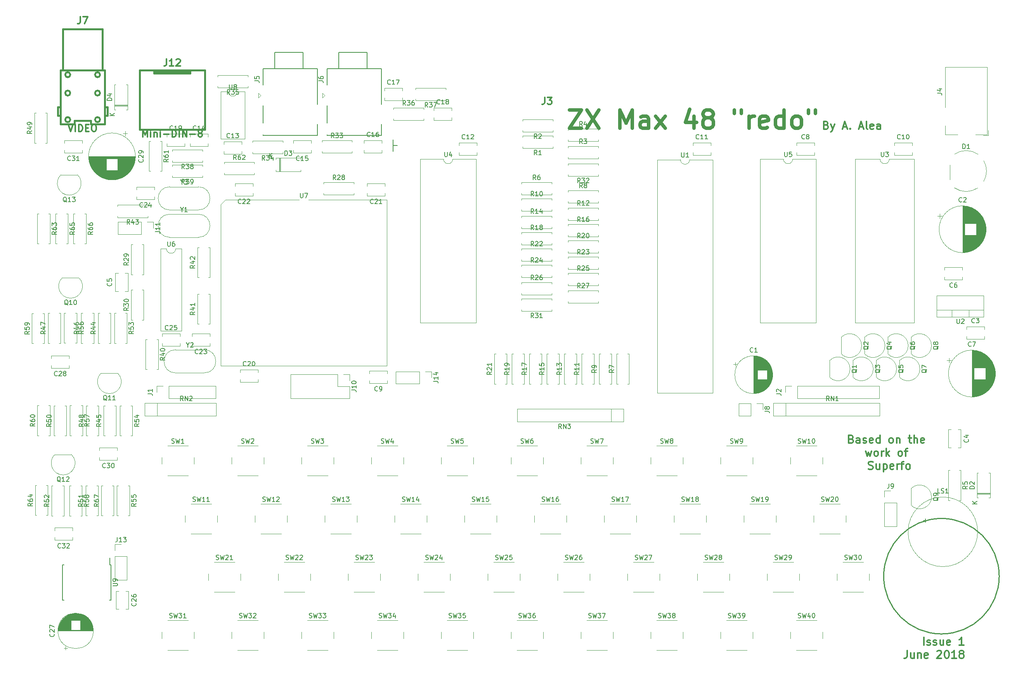
<source format=gbr>
G04 #@! TF.GenerationSoftware,KiCad,Pcbnew,5.0.0-rc2-be01b52~65~ubuntu18.04.1*
G04 #@! TF.CreationDate,2018-06-08T14:45:29+04:00*
G04 #@! TF.ProjectId,max48_ISSUE4,6D617834385F4953535545342E6B6963,rev?*
G04 #@! TF.SameCoordinates,Original*
G04 #@! TF.FileFunction,Legend,Top*
G04 #@! TF.FilePolarity,Positive*
%FSLAX46Y46*%
G04 Gerber Fmt 4.6, Leading zero omitted, Abs format (unit mm)*
G04 Created by KiCad (PCBNEW 5.0.0-rc2-be01b52~65~ubuntu18.04.1) date Fri Jun  8 14:45:29 2018*
%MOMM*%
%LPD*%
G01*
G04 APERTURE LIST*
%ADD10C,0.300000*%
%ADD11C,0.750000*%
%ADD12C,0.254000*%
%ADD13C,0.203200*%
%ADD14C,0.120000*%
%ADD15C,0.150000*%
%ADD16C,0.381000*%
%ADD17C,0.304800*%
G04 APERTURE END LIST*
D10*
X225688333Y-149204047D02*
X225688333Y-147504047D01*
X226416904Y-149123095D02*
X226578809Y-149204047D01*
X226902619Y-149204047D01*
X227064523Y-149123095D01*
X227145476Y-148961190D01*
X227145476Y-148880238D01*
X227064523Y-148718333D01*
X226902619Y-148637380D01*
X226659761Y-148637380D01*
X226497857Y-148556428D01*
X226416904Y-148394523D01*
X226416904Y-148313571D01*
X226497857Y-148151666D01*
X226659761Y-148070714D01*
X226902619Y-148070714D01*
X227064523Y-148151666D01*
X227793095Y-149123095D02*
X227955000Y-149204047D01*
X228278809Y-149204047D01*
X228440714Y-149123095D01*
X228521666Y-148961190D01*
X228521666Y-148880238D01*
X228440714Y-148718333D01*
X228278809Y-148637380D01*
X228035952Y-148637380D01*
X227874047Y-148556428D01*
X227793095Y-148394523D01*
X227793095Y-148313571D01*
X227874047Y-148151666D01*
X228035952Y-148070714D01*
X228278809Y-148070714D01*
X228440714Y-148151666D01*
X229978809Y-148070714D02*
X229978809Y-149204047D01*
X229250238Y-148070714D02*
X229250238Y-148961190D01*
X229331190Y-149123095D01*
X229493095Y-149204047D01*
X229735952Y-149204047D01*
X229897857Y-149123095D01*
X229978809Y-149042142D01*
X231435952Y-149123095D02*
X231274047Y-149204047D01*
X230950238Y-149204047D01*
X230788333Y-149123095D01*
X230707380Y-148961190D01*
X230707380Y-148313571D01*
X230788333Y-148151666D01*
X230950238Y-148070714D01*
X231274047Y-148070714D01*
X231435952Y-148151666D01*
X231516904Y-148313571D01*
X231516904Y-148475476D01*
X230707380Y-148637380D01*
X234431190Y-149204047D02*
X233459761Y-149204047D01*
X233945476Y-149204047D02*
X233945476Y-147504047D01*
X233783571Y-147746904D01*
X233621666Y-147908809D01*
X233459761Y-147989761D01*
X222045476Y-150354047D02*
X222045476Y-151568333D01*
X221964523Y-151811190D01*
X221802619Y-151973095D01*
X221559761Y-152054047D01*
X221397857Y-152054047D01*
X223583571Y-150920714D02*
X223583571Y-152054047D01*
X222855000Y-150920714D02*
X222855000Y-151811190D01*
X222935952Y-151973095D01*
X223097857Y-152054047D01*
X223340714Y-152054047D01*
X223502619Y-151973095D01*
X223583571Y-151892142D01*
X224393095Y-150920714D02*
X224393095Y-152054047D01*
X224393095Y-151082619D02*
X224474047Y-151001666D01*
X224635952Y-150920714D01*
X224878809Y-150920714D01*
X225040714Y-151001666D01*
X225121666Y-151163571D01*
X225121666Y-152054047D01*
X226578809Y-151973095D02*
X226416904Y-152054047D01*
X226093095Y-152054047D01*
X225931190Y-151973095D01*
X225850238Y-151811190D01*
X225850238Y-151163571D01*
X225931190Y-151001666D01*
X226093095Y-150920714D01*
X226416904Y-150920714D01*
X226578809Y-151001666D01*
X226659761Y-151163571D01*
X226659761Y-151325476D01*
X225850238Y-151487380D01*
X228602619Y-150515952D02*
X228683571Y-150435000D01*
X228845476Y-150354047D01*
X229250238Y-150354047D01*
X229412142Y-150435000D01*
X229493095Y-150515952D01*
X229574047Y-150677857D01*
X229574047Y-150839761D01*
X229493095Y-151082619D01*
X228521666Y-152054047D01*
X229574047Y-152054047D01*
X230626428Y-150354047D02*
X230788333Y-150354047D01*
X230950238Y-150435000D01*
X231031190Y-150515952D01*
X231112142Y-150677857D01*
X231193095Y-151001666D01*
X231193095Y-151406428D01*
X231112142Y-151730238D01*
X231031190Y-151892142D01*
X230950238Y-151973095D01*
X230788333Y-152054047D01*
X230626428Y-152054047D01*
X230464523Y-151973095D01*
X230383571Y-151892142D01*
X230302619Y-151730238D01*
X230221666Y-151406428D01*
X230221666Y-151001666D01*
X230302619Y-150677857D01*
X230383571Y-150515952D01*
X230464523Y-150435000D01*
X230626428Y-150354047D01*
X232812142Y-152054047D02*
X231840714Y-152054047D01*
X232326428Y-152054047D02*
X232326428Y-150354047D01*
X232164523Y-150596904D01*
X232002619Y-150758809D01*
X231840714Y-150839761D01*
X233783571Y-151082619D02*
X233621666Y-151001666D01*
X233540714Y-150920714D01*
X233459761Y-150758809D01*
X233459761Y-150677857D01*
X233540714Y-150515952D01*
X233621666Y-150435000D01*
X233783571Y-150354047D01*
X234107380Y-150354047D01*
X234269285Y-150435000D01*
X234350238Y-150515952D01*
X234431190Y-150677857D01*
X234431190Y-150758809D01*
X234350238Y-150920714D01*
X234269285Y-151001666D01*
X234107380Y-151082619D01*
X233783571Y-151082619D01*
X233621666Y-151163571D01*
X233540714Y-151244523D01*
X233459761Y-151406428D01*
X233459761Y-151730238D01*
X233540714Y-151892142D01*
X233621666Y-151973095D01*
X233783571Y-152054047D01*
X234107380Y-152054047D01*
X234269285Y-151973095D01*
X234350238Y-151892142D01*
X234431190Y-151730238D01*
X234431190Y-151406428D01*
X234350238Y-151244523D01*
X234269285Y-151163571D01*
X234107380Y-151082619D01*
X209888380Y-104216571D02*
X210131238Y-104297523D01*
X210212190Y-104378476D01*
X210293142Y-104540380D01*
X210293142Y-104783238D01*
X210212190Y-104945142D01*
X210131238Y-105026095D01*
X209969333Y-105107047D01*
X209321714Y-105107047D01*
X209321714Y-103407047D01*
X209888380Y-103407047D01*
X210050285Y-103488000D01*
X210131238Y-103568952D01*
X210212190Y-103730857D01*
X210212190Y-103892761D01*
X210131238Y-104054666D01*
X210050285Y-104135619D01*
X209888380Y-104216571D01*
X209321714Y-104216571D01*
X211750285Y-105107047D02*
X211750285Y-104216571D01*
X211669333Y-104054666D01*
X211507428Y-103973714D01*
X211183619Y-103973714D01*
X211021714Y-104054666D01*
X211750285Y-105026095D02*
X211588380Y-105107047D01*
X211183619Y-105107047D01*
X211021714Y-105026095D01*
X210940761Y-104864190D01*
X210940761Y-104702285D01*
X211021714Y-104540380D01*
X211183619Y-104459428D01*
X211588380Y-104459428D01*
X211750285Y-104378476D01*
X212478857Y-105026095D02*
X212640761Y-105107047D01*
X212964571Y-105107047D01*
X213126476Y-105026095D01*
X213207428Y-104864190D01*
X213207428Y-104783238D01*
X213126476Y-104621333D01*
X212964571Y-104540380D01*
X212721714Y-104540380D01*
X212559809Y-104459428D01*
X212478857Y-104297523D01*
X212478857Y-104216571D01*
X212559809Y-104054666D01*
X212721714Y-103973714D01*
X212964571Y-103973714D01*
X213126476Y-104054666D01*
X214583619Y-105026095D02*
X214421714Y-105107047D01*
X214097904Y-105107047D01*
X213936000Y-105026095D01*
X213855047Y-104864190D01*
X213855047Y-104216571D01*
X213936000Y-104054666D01*
X214097904Y-103973714D01*
X214421714Y-103973714D01*
X214583619Y-104054666D01*
X214664571Y-104216571D01*
X214664571Y-104378476D01*
X213855047Y-104540380D01*
X216121714Y-105107047D02*
X216121714Y-103407047D01*
X216121714Y-105026095D02*
X215959809Y-105107047D01*
X215636000Y-105107047D01*
X215474095Y-105026095D01*
X215393142Y-104945142D01*
X215312190Y-104783238D01*
X215312190Y-104297523D01*
X215393142Y-104135619D01*
X215474095Y-104054666D01*
X215636000Y-103973714D01*
X215959809Y-103973714D01*
X216121714Y-104054666D01*
X218469333Y-105107047D02*
X218307428Y-105026095D01*
X218226476Y-104945142D01*
X218145523Y-104783238D01*
X218145523Y-104297523D01*
X218226476Y-104135619D01*
X218307428Y-104054666D01*
X218469333Y-103973714D01*
X218712190Y-103973714D01*
X218874095Y-104054666D01*
X218955047Y-104135619D01*
X219036000Y-104297523D01*
X219036000Y-104783238D01*
X218955047Y-104945142D01*
X218874095Y-105026095D01*
X218712190Y-105107047D01*
X218469333Y-105107047D01*
X219764571Y-103973714D02*
X219764571Y-105107047D01*
X219764571Y-104135619D02*
X219845523Y-104054666D01*
X220007428Y-103973714D01*
X220250285Y-103973714D01*
X220412190Y-104054666D01*
X220493142Y-104216571D01*
X220493142Y-105107047D01*
X222355047Y-103973714D02*
X223002666Y-103973714D01*
X222597904Y-103407047D02*
X222597904Y-104864190D01*
X222678857Y-105026095D01*
X222840761Y-105107047D01*
X223002666Y-105107047D01*
X223569333Y-105107047D02*
X223569333Y-103407047D01*
X224297904Y-105107047D02*
X224297904Y-104216571D01*
X224216952Y-104054666D01*
X224055047Y-103973714D01*
X223812190Y-103973714D01*
X223650285Y-104054666D01*
X223569333Y-104135619D01*
X225755047Y-105026095D02*
X225593142Y-105107047D01*
X225269333Y-105107047D01*
X225107428Y-105026095D01*
X225026476Y-104864190D01*
X225026476Y-104216571D01*
X225107428Y-104054666D01*
X225269333Y-103973714D01*
X225593142Y-103973714D01*
X225755047Y-104054666D01*
X225836000Y-104216571D01*
X225836000Y-104378476D01*
X225026476Y-104540380D01*
X213005047Y-106823714D02*
X213328857Y-107957047D01*
X213652666Y-107147523D01*
X213976476Y-107957047D01*
X214300285Y-106823714D01*
X215190761Y-107957047D02*
X215028857Y-107876095D01*
X214947904Y-107795142D01*
X214866952Y-107633238D01*
X214866952Y-107147523D01*
X214947904Y-106985619D01*
X215028857Y-106904666D01*
X215190761Y-106823714D01*
X215433619Y-106823714D01*
X215595523Y-106904666D01*
X215676476Y-106985619D01*
X215757428Y-107147523D01*
X215757428Y-107633238D01*
X215676476Y-107795142D01*
X215595523Y-107876095D01*
X215433619Y-107957047D01*
X215190761Y-107957047D01*
X216486000Y-107957047D02*
X216486000Y-106823714D01*
X216486000Y-107147523D02*
X216566952Y-106985619D01*
X216647904Y-106904666D01*
X216809809Y-106823714D01*
X216971714Y-106823714D01*
X217538380Y-107957047D02*
X217538380Y-106257047D01*
X217700285Y-107309428D02*
X218186000Y-107957047D01*
X218186000Y-106823714D02*
X217538380Y-107471333D01*
X220452666Y-107957047D02*
X220290761Y-107876095D01*
X220209809Y-107795142D01*
X220128857Y-107633238D01*
X220128857Y-107147523D01*
X220209809Y-106985619D01*
X220290761Y-106904666D01*
X220452666Y-106823714D01*
X220695523Y-106823714D01*
X220857428Y-106904666D01*
X220938380Y-106985619D01*
X221019333Y-107147523D01*
X221019333Y-107633238D01*
X220938380Y-107795142D01*
X220857428Y-107876095D01*
X220695523Y-107957047D01*
X220452666Y-107957047D01*
X221505047Y-106823714D02*
X222152666Y-106823714D01*
X221747904Y-107957047D02*
X221747904Y-106499904D01*
X221828857Y-106338000D01*
X221990761Y-106257047D01*
X222152666Y-106257047D01*
X213652666Y-110726095D02*
X213895523Y-110807047D01*
X214300285Y-110807047D01*
X214462190Y-110726095D01*
X214543142Y-110645142D01*
X214624095Y-110483238D01*
X214624095Y-110321333D01*
X214543142Y-110159428D01*
X214462190Y-110078476D01*
X214300285Y-109997523D01*
X213976476Y-109916571D01*
X213814571Y-109835619D01*
X213733619Y-109754666D01*
X213652666Y-109592761D01*
X213652666Y-109430857D01*
X213733619Y-109268952D01*
X213814571Y-109188000D01*
X213976476Y-109107047D01*
X214381238Y-109107047D01*
X214624095Y-109188000D01*
X216081238Y-109673714D02*
X216081238Y-110807047D01*
X215352666Y-109673714D02*
X215352666Y-110564190D01*
X215433619Y-110726095D01*
X215595523Y-110807047D01*
X215838380Y-110807047D01*
X216000285Y-110726095D01*
X216081238Y-110645142D01*
X216890761Y-109673714D02*
X216890761Y-111373714D01*
X216890761Y-109754666D02*
X217052666Y-109673714D01*
X217376476Y-109673714D01*
X217538380Y-109754666D01*
X217619333Y-109835619D01*
X217700285Y-109997523D01*
X217700285Y-110483238D01*
X217619333Y-110645142D01*
X217538380Y-110726095D01*
X217376476Y-110807047D01*
X217052666Y-110807047D01*
X216890761Y-110726095D01*
X219076476Y-110726095D02*
X218914571Y-110807047D01*
X218590761Y-110807047D01*
X218428857Y-110726095D01*
X218347904Y-110564190D01*
X218347904Y-109916571D01*
X218428857Y-109754666D01*
X218590761Y-109673714D01*
X218914571Y-109673714D01*
X219076476Y-109754666D01*
X219157428Y-109916571D01*
X219157428Y-110078476D01*
X218347904Y-110240380D01*
X219886000Y-110807047D02*
X219886000Y-109673714D01*
X219886000Y-109997523D02*
X219966952Y-109835619D01*
X220047904Y-109754666D01*
X220209809Y-109673714D01*
X220371714Y-109673714D01*
X220695523Y-109673714D02*
X221343142Y-109673714D01*
X220938380Y-110807047D02*
X220938380Y-109349904D01*
X221019333Y-109188000D01*
X221181238Y-109107047D01*
X221343142Y-109107047D01*
X222152666Y-110807047D02*
X221990761Y-110726095D01*
X221909809Y-110645142D01*
X221828857Y-110483238D01*
X221828857Y-109997523D01*
X221909809Y-109835619D01*
X221990761Y-109754666D01*
X222152666Y-109673714D01*
X222395523Y-109673714D01*
X222557428Y-109754666D01*
X222638380Y-109835619D01*
X222719333Y-109997523D01*
X222719333Y-110483238D01*
X222638380Y-110645142D01*
X222557428Y-110726095D01*
X222395523Y-110807047D01*
X222152666Y-110807047D01*
X204431809Y-35692571D02*
X204674666Y-35773523D01*
X204755619Y-35854476D01*
X204836571Y-36016380D01*
X204836571Y-36259238D01*
X204755619Y-36421142D01*
X204674666Y-36502095D01*
X204512761Y-36583047D01*
X203865142Y-36583047D01*
X203865142Y-34883047D01*
X204431809Y-34883047D01*
X204593714Y-34964000D01*
X204674666Y-35044952D01*
X204755619Y-35206857D01*
X204755619Y-35368761D01*
X204674666Y-35530666D01*
X204593714Y-35611619D01*
X204431809Y-35692571D01*
X203865142Y-35692571D01*
X205403238Y-35449714D02*
X205808000Y-36583047D01*
X206212761Y-35449714D02*
X205808000Y-36583047D01*
X205646095Y-36987809D01*
X205565142Y-37068761D01*
X205403238Y-37149714D01*
X208074666Y-36097333D02*
X208884190Y-36097333D01*
X207912761Y-36583047D02*
X208479428Y-34883047D01*
X209046095Y-36583047D01*
X209612761Y-36421142D02*
X209693714Y-36502095D01*
X209612761Y-36583047D01*
X209531809Y-36502095D01*
X209612761Y-36421142D01*
X209612761Y-36583047D01*
X211636571Y-36097333D02*
X212446095Y-36097333D01*
X211474666Y-36583047D02*
X212041333Y-34883047D01*
X212608000Y-36583047D01*
X213417523Y-36583047D02*
X213255619Y-36502095D01*
X213174666Y-36340190D01*
X213174666Y-34883047D01*
X214712761Y-36502095D02*
X214550857Y-36583047D01*
X214227047Y-36583047D01*
X214065142Y-36502095D01*
X213984190Y-36340190D01*
X213984190Y-35692571D01*
X214065142Y-35530666D01*
X214227047Y-35449714D01*
X214550857Y-35449714D01*
X214712761Y-35530666D01*
X214793714Y-35692571D01*
X214793714Y-35854476D01*
X213984190Y-36016380D01*
X216250857Y-36583047D02*
X216250857Y-35692571D01*
X216169904Y-35530666D01*
X216008000Y-35449714D01*
X215684190Y-35449714D01*
X215522285Y-35530666D01*
X216250857Y-36502095D02*
X216088952Y-36583047D01*
X215684190Y-36583047D01*
X215522285Y-36502095D01*
X215441333Y-36340190D01*
X215441333Y-36178285D01*
X215522285Y-36016380D01*
X215684190Y-35935428D01*
X216088952Y-35935428D01*
X216250857Y-35854476D01*
D11*
X148307619Y-32353523D02*
X150974285Y-32353523D01*
X148307619Y-36353523D01*
X150974285Y-36353523D01*
X152117142Y-32353523D02*
X154783809Y-36353523D01*
X154783809Y-32353523D02*
X152117142Y-36353523D01*
X159355238Y-36353523D02*
X159355238Y-32353523D01*
X160688571Y-35210666D01*
X162021904Y-32353523D01*
X162021904Y-36353523D01*
X165640952Y-36353523D02*
X165640952Y-34258285D01*
X165450476Y-33877333D01*
X165069523Y-33686857D01*
X164307619Y-33686857D01*
X163926666Y-33877333D01*
X165640952Y-36163047D02*
X165260000Y-36353523D01*
X164307619Y-36353523D01*
X163926666Y-36163047D01*
X163736190Y-35782095D01*
X163736190Y-35401142D01*
X163926666Y-35020190D01*
X164307619Y-34829714D01*
X165260000Y-34829714D01*
X165640952Y-34639238D01*
X167164761Y-36353523D02*
X169260000Y-33686857D01*
X167164761Y-33686857D02*
X169260000Y-36353523D01*
X175545714Y-33686857D02*
X175545714Y-36353523D01*
X174593333Y-32163047D02*
X173640952Y-35020190D01*
X176117142Y-35020190D01*
X178212380Y-34067809D02*
X177831428Y-33877333D01*
X177640952Y-33686857D01*
X177450476Y-33305904D01*
X177450476Y-33115428D01*
X177640952Y-32734476D01*
X177831428Y-32544000D01*
X178212380Y-32353523D01*
X178974285Y-32353523D01*
X179355238Y-32544000D01*
X179545714Y-32734476D01*
X179736190Y-33115428D01*
X179736190Y-33305904D01*
X179545714Y-33686857D01*
X179355238Y-33877333D01*
X178974285Y-34067809D01*
X178212380Y-34067809D01*
X177831428Y-34258285D01*
X177640952Y-34448761D01*
X177450476Y-34829714D01*
X177450476Y-35591619D01*
X177640952Y-35972571D01*
X177831428Y-36163047D01*
X178212380Y-36353523D01*
X178974285Y-36353523D01*
X179355238Y-36163047D01*
X179545714Y-35972571D01*
X179736190Y-35591619D01*
X179736190Y-34829714D01*
X179545714Y-34448761D01*
X179355238Y-34258285D01*
X178974285Y-34067809D01*
X184307619Y-32353523D02*
X184307619Y-33115428D01*
X185831428Y-32353523D02*
X185831428Y-33115428D01*
X187545714Y-36353523D02*
X187545714Y-33686857D01*
X187545714Y-34448761D02*
X187736190Y-34067809D01*
X187926666Y-33877333D01*
X188307619Y-33686857D01*
X188688571Y-33686857D01*
X191545714Y-36163047D02*
X191164761Y-36353523D01*
X190402857Y-36353523D01*
X190021904Y-36163047D01*
X189831428Y-35782095D01*
X189831428Y-34258285D01*
X190021904Y-33877333D01*
X190402857Y-33686857D01*
X191164761Y-33686857D01*
X191545714Y-33877333D01*
X191736190Y-34258285D01*
X191736190Y-34639238D01*
X189831428Y-35020190D01*
X195164761Y-36353523D02*
X195164761Y-32353523D01*
X195164761Y-36163047D02*
X194783809Y-36353523D01*
X194021904Y-36353523D01*
X193640952Y-36163047D01*
X193450476Y-35972571D01*
X193260000Y-35591619D01*
X193260000Y-34448761D01*
X193450476Y-34067809D01*
X193640952Y-33877333D01*
X194021904Y-33686857D01*
X194783809Y-33686857D01*
X195164761Y-33877333D01*
X197640952Y-36353523D02*
X197260000Y-36163047D01*
X197069523Y-35972571D01*
X196879047Y-35591619D01*
X196879047Y-34448761D01*
X197069523Y-34067809D01*
X197260000Y-33877333D01*
X197640952Y-33686857D01*
X198212380Y-33686857D01*
X198593333Y-33877333D01*
X198783809Y-34067809D01*
X198974285Y-34448761D01*
X198974285Y-35591619D01*
X198783809Y-35972571D01*
X198593333Y-36163047D01*
X198212380Y-36353523D01*
X197640952Y-36353523D01*
X200498095Y-32353523D02*
X200498095Y-33115428D01*
X202021904Y-32353523D02*
X202021904Y-33115428D01*
D12*
X242161570Y-134145530D02*
G75*
G03X242161570Y-134145530I-12604500J0D01*
G01*
D13*
X109859570Y-41435530D02*
X109859570Y-38895530D01*
X109859570Y-40165530D02*
X110812070Y-40165530D01*
D14*
G04 #@! TO.C,Y1*
X67424000Y-60183000D02*
G75*
G03X67424000Y-55133000I0J2525000D01*
G01*
X61174000Y-60183000D02*
G75*
G02X61174000Y-55133000I0J2525000D01*
G01*
X61174000Y-60183000D02*
X67424000Y-60183000D01*
X61174000Y-55133000D02*
X67424000Y-55133000D01*
G04 #@! TO.C,U1*
X174609000Y-43247000D02*
G75*
G02X172609000Y-43247000I-1000000J0D01*
G01*
X172609000Y-43247000D02*
X167549000Y-43247000D01*
X167549000Y-43247000D02*
X167549000Y-94167000D01*
X167549000Y-94167000D02*
X179669000Y-94167000D01*
X179669000Y-94167000D02*
X179669000Y-43247000D01*
X179669000Y-43247000D02*
X174609000Y-43247000D01*
G04 #@! TO.C,C1*
X192710000Y-90170000D02*
G75*
G03X192710000Y-90170000I-4120000J0D01*
G01*
X188590000Y-86090000D02*
X188590000Y-94250000D01*
X188630000Y-86090000D02*
X188630000Y-94250000D01*
X188670000Y-86090000D02*
X188670000Y-94250000D01*
X188710000Y-86091000D02*
X188710000Y-94249000D01*
X188750000Y-86093000D02*
X188750000Y-94247000D01*
X188790000Y-86094000D02*
X188790000Y-94246000D01*
X188830000Y-86096000D02*
X188830000Y-94244000D01*
X188870000Y-86099000D02*
X188870000Y-94241000D01*
X188910000Y-86102000D02*
X188910000Y-94238000D01*
X188950000Y-86105000D02*
X188950000Y-94235000D01*
X188990000Y-86109000D02*
X188990000Y-94231000D01*
X189030000Y-86113000D02*
X189030000Y-94227000D01*
X189070000Y-86118000D02*
X189070000Y-94222000D01*
X189110000Y-86122000D02*
X189110000Y-94218000D01*
X189150000Y-86128000D02*
X189150000Y-94212000D01*
X189190000Y-86133000D02*
X189190000Y-94207000D01*
X189230000Y-86140000D02*
X189230000Y-94200000D01*
X189270000Y-86146000D02*
X189270000Y-94194000D01*
X189311000Y-86153000D02*
X189311000Y-94187000D01*
X189351000Y-86160000D02*
X189351000Y-94180000D01*
X189391000Y-86168000D02*
X189391000Y-94172000D01*
X189431000Y-86176000D02*
X189431000Y-94164000D01*
X189471000Y-86185000D02*
X189471000Y-89130000D01*
X189471000Y-91210000D02*
X189471000Y-94155000D01*
X189511000Y-86194000D02*
X189511000Y-89130000D01*
X189511000Y-91210000D02*
X189511000Y-94146000D01*
X189551000Y-86203000D02*
X189551000Y-89130000D01*
X189551000Y-91210000D02*
X189551000Y-94137000D01*
X189591000Y-86213000D02*
X189591000Y-89130000D01*
X189591000Y-91210000D02*
X189591000Y-94127000D01*
X189631000Y-86223000D02*
X189631000Y-89130000D01*
X189631000Y-91210000D02*
X189631000Y-94117000D01*
X189671000Y-86234000D02*
X189671000Y-89130000D01*
X189671000Y-91210000D02*
X189671000Y-94106000D01*
X189711000Y-86245000D02*
X189711000Y-89130000D01*
X189711000Y-91210000D02*
X189711000Y-94095000D01*
X189751000Y-86256000D02*
X189751000Y-89130000D01*
X189751000Y-91210000D02*
X189751000Y-94084000D01*
X189791000Y-86268000D02*
X189791000Y-89130000D01*
X189791000Y-91210000D02*
X189791000Y-94072000D01*
X189831000Y-86281000D02*
X189831000Y-89130000D01*
X189831000Y-91210000D02*
X189831000Y-94059000D01*
X189871000Y-86293000D02*
X189871000Y-89130000D01*
X189871000Y-91210000D02*
X189871000Y-94047000D01*
X189911000Y-86307000D02*
X189911000Y-89130000D01*
X189911000Y-91210000D02*
X189911000Y-94033000D01*
X189951000Y-86320000D02*
X189951000Y-89130000D01*
X189951000Y-91210000D02*
X189951000Y-94020000D01*
X189991000Y-86335000D02*
X189991000Y-89130000D01*
X189991000Y-91210000D02*
X189991000Y-94005000D01*
X190031000Y-86349000D02*
X190031000Y-89130000D01*
X190031000Y-91210000D02*
X190031000Y-93991000D01*
X190071000Y-86365000D02*
X190071000Y-89130000D01*
X190071000Y-91210000D02*
X190071000Y-93975000D01*
X190111000Y-86380000D02*
X190111000Y-89130000D01*
X190111000Y-91210000D02*
X190111000Y-93960000D01*
X190151000Y-86396000D02*
X190151000Y-89130000D01*
X190151000Y-91210000D02*
X190151000Y-93944000D01*
X190191000Y-86413000D02*
X190191000Y-89130000D01*
X190191000Y-91210000D02*
X190191000Y-93927000D01*
X190231000Y-86430000D02*
X190231000Y-89130000D01*
X190231000Y-91210000D02*
X190231000Y-93910000D01*
X190271000Y-86448000D02*
X190271000Y-89130000D01*
X190271000Y-91210000D02*
X190271000Y-93892000D01*
X190311000Y-86466000D02*
X190311000Y-89130000D01*
X190311000Y-91210000D02*
X190311000Y-93874000D01*
X190351000Y-86484000D02*
X190351000Y-89130000D01*
X190351000Y-91210000D02*
X190351000Y-93856000D01*
X190391000Y-86504000D02*
X190391000Y-89130000D01*
X190391000Y-91210000D02*
X190391000Y-93836000D01*
X190431000Y-86523000D02*
X190431000Y-89130000D01*
X190431000Y-91210000D02*
X190431000Y-93817000D01*
X190471000Y-86543000D02*
X190471000Y-89130000D01*
X190471000Y-91210000D02*
X190471000Y-93797000D01*
X190511000Y-86564000D02*
X190511000Y-89130000D01*
X190511000Y-91210000D02*
X190511000Y-93776000D01*
X190551000Y-86586000D02*
X190551000Y-89130000D01*
X190551000Y-91210000D02*
X190551000Y-93754000D01*
X190591000Y-86608000D02*
X190591000Y-89130000D01*
X190591000Y-91210000D02*
X190591000Y-93732000D01*
X190631000Y-86630000D02*
X190631000Y-89130000D01*
X190631000Y-91210000D02*
X190631000Y-93710000D01*
X190671000Y-86653000D02*
X190671000Y-89130000D01*
X190671000Y-91210000D02*
X190671000Y-93687000D01*
X190711000Y-86677000D02*
X190711000Y-89130000D01*
X190711000Y-91210000D02*
X190711000Y-93663000D01*
X190751000Y-86701000D02*
X190751000Y-89130000D01*
X190751000Y-91210000D02*
X190751000Y-93639000D01*
X190791000Y-86726000D02*
X190791000Y-89130000D01*
X190791000Y-91210000D02*
X190791000Y-93614000D01*
X190831000Y-86752000D02*
X190831000Y-89130000D01*
X190831000Y-91210000D02*
X190831000Y-93588000D01*
X190871000Y-86778000D02*
X190871000Y-89130000D01*
X190871000Y-91210000D02*
X190871000Y-93562000D01*
X190911000Y-86805000D02*
X190911000Y-89130000D01*
X190911000Y-91210000D02*
X190911000Y-93535000D01*
X190951000Y-86832000D02*
X190951000Y-89130000D01*
X190951000Y-91210000D02*
X190951000Y-93508000D01*
X190991000Y-86861000D02*
X190991000Y-89130000D01*
X190991000Y-91210000D02*
X190991000Y-93479000D01*
X191031000Y-86890000D02*
X191031000Y-89130000D01*
X191031000Y-91210000D02*
X191031000Y-93450000D01*
X191071000Y-86920000D02*
X191071000Y-89130000D01*
X191071000Y-91210000D02*
X191071000Y-93420000D01*
X191111000Y-86950000D02*
X191111000Y-89130000D01*
X191111000Y-91210000D02*
X191111000Y-93390000D01*
X191151000Y-86981000D02*
X191151000Y-89130000D01*
X191151000Y-91210000D02*
X191151000Y-93359000D01*
X191191000Y-87014000D02*
X191191000Y-89130000D01*
X191191000Y-91210000D02*
X191191000Y-93326000D01*
X191231000Y-87046000D02*
X191231000Y-89130000D01*
X191231000Y-91210000D02*
X191231000Y-93294000D01*
X191271000Y-87080000D02*
X191271000Y-89130000D01*
X191271000Y-91210000D02*
X191271000Y-93260000D01*
X191311000Y-87115000D02*
X191311000Y-89130000D01*
X191311000Y-91210000D02*
X191311000Y-93225000D01*
X191351000Y-87151000D02*
X191351000Y-89130000D01*
X191351000Y-91210000D02*
X191351000Y-93189000D01*
X191391000Y-87187000D02*
X191391000Y-89130000D01*
X191391000Y-91210000D02*
X191391000Y-93153000D01*
X191431000Y-87225000D02*
X191431000Y-89130000D01*
X191431000Y-91210000D02*
X191431000Y-93115000D01*
X191471000Y-87263000D02*
X191471000Y-89130000D01*
X191471000Y-91210000D02*
X191471000Y-93077000D01*
X191511000Y-87303000D02*
X191511000Y-89130000D01*
X191511000Y-91210000D02*
X191511000Y-93037000D01*
X191551000Y-87344000D02*
X191551000Y-92996000D01*
X191591000Y-87386000D02*
X191591000Y-92954000D01*
X191631000Y-87429000D02*
X191631000Y-92911000D01*
X191671000Y-87473000D02*
X191671000Y-92867000D01*
X191711000Y-87519000D02*
X191711000Y-92821000D01*
X191751000Y-87566000D02*
X191751000Y-92774000D01*
X191791000Y-87614000D02*
X191791000Y-92726000D01*
X191831000Y-87665000D02*
X191831000Y-92675000D01*
X191871000Y-87716000D02*
X191871000Y-92624000D01*
X191911000Y-87770000D02*
X191911000Y-92570000D01*
X191951000Y-87825000D02*
X191951000Y-92515000D01*
X191991000Y-87883000D02*
X191991000Y-92457000D01*
X192031000Y-87942000D02*
X192031000Y-92398000D01*
X192071000Y-88004000D02*
X192071000Y-92336000D01*
X192111000Y-88068000D02*
X192111000Y-92272000D01*
X192151000Y-88136000D02*
X192151000Y-92204000D01*
X192191000Y-88206000D02*
X192191000Y-92134000D01*
X192231000Y-88280000D02*
X192231000Y-92060000D01*
X192271000Y-88357000D02*
X192271000Y-91983000D01*
X192311000Y-88439000D02*
X192311000Y-91901000D01*
X192351000Y-88525000D02*
X192351000Y-91815000D01*
X192391000Y-88618000D02*
X192391000Y-91722000D01*
X192431000Y-88717000D02*
X192431000Y-91623000D01*
X192471000Y-88824000D02*
X192471000Y-91516000D01*
X192511000Y-88941000D02*
X192511000Y-91399000D01*
X192551000Y-89072000D02*
X192551000Y-91268000D01*
X192591000Y-89222000D02*
X192591000Y-91118000D01*
X192631000Y-89402000D02*
X192631000Y-90938000D01*
X192671000Y-89637000D02*
X192671000Y-90703000D01*
X184180302Y-87855000D02*
X184980302Y-87855000D01*
X184580302Y-87455000D02*
X184580302Y-88255000D01*
G04 #@! TO.C,Q1*
X205171522Y-90738478D02*
G75*
G03X209610000Y-88900000I1838478J1838478D01*
G01*
X205171522Y-87061522D02*
G75*
G02X209610000Y-88900000I1838478J-1838478D01*
G01*
X205160000Y-87100000D02*
X205160000Y-90700000D01*
G04 #@! TO.C,Q2*
X207700000Y-82020000D02*
X207700000Y-85620000D01*
X207711522Y-81981522D02*
G75*
G02X212150000Y-83820000I1838478J-1838478D01*
G01*
X207711522Y-85658478D02*
G75*
G03X212150000Y-83820000I1838478J1838478D01*
G01*
G04 #@! TO.C,Q3*
X210251522Y-90738478D02*
G75*
G03X214690000Y-88900000I1838478J1838478D01*
G01*
X210251522Y-87061522D02*
G75*
G02X214690000Y-88900000I1838478J-1838478D01*
G01*
X210240000Y-87100000D02*
X210240000Y-90700000D01*
G04 #@! TO.C,Q4*
X212780000Y-82020000D02*
X212780000Y-85620000D01*
X212791522Y-81981522D02*
G75*
G02X217230000Y-83820000I1838478J-1838478D01*
G01*
X212791522Y-85658478D02*
G75*
G03X217230000Y-83820000I1838478J1838478D01*
G01*
G04 #@! TO.C,Q5*
X215331522Y-90738478D02*
G75*
G03X219770000Y-88900000I1838478J1838478D01*
G01*
X215331522Y-87061522D02*
G75*
G02X219770000Y-88900000I1838478J-1838478D01*
G01*
X215320000Y-87100000D02*
X215320000Y-90700000D01*
G04 #@! TO.C,Q6*
X217860000Y-82020000D02*
X217860000Y-85620000D01*
X217871522Y-81981522D02*
G75*
G02X222310000Y-83820000I1838478J-1838478D01*
G01*
X217871522Y-85658478D02*
G75*
G03X222310000Y-83820000I1838478J1838478D01*
G01*
G04 #@! TO.C,Q7*
X220411522Y-90738478D02*
G75*
G03X224850000Y-88900000I1838478J1838478D01*
G01*
X220411522Y-87061522D02*
G75*
G02X224850000Y-88900000I1838478J-1838478D01*
G01*
X220400000Y-87100000D02*
X220400000Y-90700000D01*
G04 #@! TO.C,Q8*
X222940000Y-82020000D02*
X222940000Y-85620000D01*
X222951522Y-81981522D02*
G75*
G02X227390000Y-83820000I1838478J-1838478D01*
G01*
X222951522Y-85658478D02*
G75*
G03X227390000Y-83820000I1838478J1838478D01*
G01*
G04 #@! TO.C,SW1*
X60690000Y-112180000D02*
X65190000Y-112180000D01*
X59440000Y-108180000D02*
X59440000Y-109680000D01*
X65190000Y-105680000D02*
X60690000Y-105680000D01*
X66440000Y-109680000D02*
X66440000Y-108180000D01*
G04 #@! TO.C,SW2*
X81680000Y-109680000D02*
X81680000Y-108180000D01*
X80430000Y-105680000D02*
X75930000Y-105680000D01*
X74680000Y-108180000D02*
X74680000Y-109680000D01*
X75930000Y-112180000D02*
X80430000Y-112180000D01*
G04 #@! TO.C,SW3*
X91170000Y-112180000D02*
X95670000Y-112180000D01*
X89920000Y-108180000D02*
X89920000Y-109680000D01*
X95670000Y-105680000D02*
X91170000Y-105680000D01*
X96920000Y-109680000D02*
X96920000Y-108180000D01*
G04 #@! TO.C,SW4*
X112160000Y-109680000D02*
X112160000Y-108180000D01*
X110910000Y-105680000D02*
X106410000Y-105680000D01*
X105160000Y-108180000D02*
X105160000Y-109680000D01*
X106410000Y-112180000D02*
X110910000Y-112180000D01*
G04 #@! TO.C,SW5*
X121650000Y-112180000D02*
X126150000Y-112180000D01*
X120400000Y-108180000D02*
X120400000Y-109680000D01*
X126150000Y-105680000D02*
X121650000Y-105680000D01*
X127400000Y-109680000D02*
X127400000Y-108180000D01*
G04 #@! TO.C,SW6*
X136890000Y-112180000D02*
X141390000Y-112180000D01*
X135640000Y-108180000D02*
X135640000Y-109680000D01*
X141390000Y-105680000D02*
X136890000Y-105680000D01*
X142640000Y-109680000D02*
X142640000Y-108180000D01*
G04 #@! TO.C,SW7*
X157880000Y-109680000D02*
X157880000Y-108180000D01*
X156630000Y-105680000D02*
X152130000Y-105680000D01*
X150880000Y-108180000D02*
X150880000Y-109680000D01*
X152130000Y-112180000D02*
X156630000Y-112180000D01*
G04 #@! TO.C,SW8*
X167370000Y-112180000D02*
X171870000Y-112180000D01*
X166120000Y-108180000D02*
X166120000Y-109680000D01*
X171870000Y-105680000D02*
X167370000Y-105680000D01*
X173120000Y-109680000D02*
X173120000Y-108180000D01*
G04 #@! TO.C,SW9*
X188360000Y-109680000D02*
X188360000Y-108180000D01*
X187110000Y-105680000D02*
X182610000Y-105680000D01*
X181360000Y-108180000D02*
X181360000Y-109680000D01*
X182610000Y-112180000D02*
X187110000Y-112180000D01*
G04 #@! TO.C,SW10*
X197850000Y-112180000D02*
X202350000Y-112180000D01*
X196600000Y-108180000D02*
X196600000Y-109680000D01*
X202350000Y-105680000D02*
X197850000Y-105680000D01*
X203600000Y-109680000D02*
X203600000Y-108180000D01*
G04 #@! TO.C,SW11*
X71520000Y-122380000D02*
X71520000Y-120880000D01*
X70270000Y-118380000D02*
X65770000Y-118380000D01*
X64520000Y-120880000D02*
X64520000Y-122380000D01*
X65770000Y-124880000D02*
X70270000Y-124880000D01*
G04 #@! TO.C,SW12*
X81010000Y-124880000D02*
X85510000Y-124880000D01*
X79760000Y-120880000D02*
X79760000Y-122380000D01*
X85510000Y-118380000D02*
X81010000Y-118380000D01*
X86760000Y-122380000D02*
X86760000Y-120880000D01*
G04 #@! TO.C,SW13*
X102000000Y-122380000D02*
X102000000Y-120880000D01*
X100750000Y-118380000D02*
X96250000Y-118380000D01*
X95000000Y-120880000D02*
X95000000Y-122380000D01*
X96250000Y-124880000D02*
X100750000Y-124880000D01*
G04 #@! TO.C,SW14*
X111490000Y-124880000D02*
X115990000Y-124880000D01*
X110240000Y-120880000D02*
X110240000Y-122380000D01*
X115990000Y-118380000D02*
X111490000Y-118380000D01*
X117240000Y-122380000D02*
X117240000Y-120880000D01*
G04 #@! TO.C,SW15*
X132480000Y-122380000D02*
X132480000Y-120880000D01*
X131230000Y-118380000D02*
X126730000Y-118380000D01*
X125480000Y-120880000D02*
X125480000Y-122380000D01*
X126730000Y-124880000D02*
X131230000Y-124880000D01*
G04 #@! TO.C,SW16*
X147720000Y-122380000D02*
X147720000Y-120880000D01*
X146470000Y-118380000D02*
X141970000Y-118380000D01*
X140720000Y-120880000D02*
X140720000Y-122380000D01*
X141970000Y-124880000D02*
X146470000Y-124880000D01*
G04 #@! TO.C,SW17*
X157210000Y-124880000D02*
X161710000Y-124880000D01*
X155960000Y-120880000D02*
X155960000Y-122380000D01*
X161710000Y-118380000D02*
X157210000Y-118380000D01*
X162960000Y-122380000D02*
X162960000Y-120880000D01*
G04 #@! TO.C,SW18*
X178200000Y-122380000D02*
X178200000Y-120880000D01*
X176950000Y-118380000D02*
X172450000Y-118380000D01*
X171200000Y-120880000D02*
X171200000Y-122380000D01*
X172450000Y-124880000D02*
X176950000Y-124880000D01*
G04 #@! TO.C,SW19*
X187690000Y-124880000D02*
X192190000Y-124880000D01*
X186440000Y-120880000D02*
X186440000Y-122380000D01*
X192190000Y-118380000D02*
X187690000Y-118380000D01*
X193440000Y-122380000D02*
X193440000Y-120880000D01*
G04 #@! TO.C,SW20*
X208680000Y-122380000D02*
X208680000Y-120880000D01*
X207430000Y-118380000D02*
X202930000Y-118380000D01*
X201680000Y-120880000D02*
X201680000Y-122380000D01*
X202930000Y-124880000D02*
X207430000Y-124880000D01*
G04 #@! TO.C,SW21*
X76600000Y-135080000D02*
X76600000Y-133580000D01*
X75350000Y-131080000D02*
X70850000Y-131080000D01*
X69600000Y-133580000D02*
X69600000Y-135080000D01*
X70850000Y-137580000D02*
X75350000Y-137580000D01*
G04 #@! TO.C,SW22*
X86090000Y-137580000D02*
X90590000Y-137580000D01*
X84840000Y-133580000D02*
X84840000Y-135080000D01*
X90590000Y-131080000D02*
X86090000Y-131080000D01*
X91840000Y-135080000D02*
X91840000Y-133580000D01*
G04 #@! TO.C,SW23*
X107080000Y-135080000D02*
X107080000Y-133580000D01*
X105830000Y-131080000D02*
X101330000Y-131080000D01*
X100080000Y-133580000D02*
X100080000Y-135080000D01*
X101330000Y-137580000D02*
X105830000Y-137580000D01*
G04 #@! TO.C,SW24*
X116570000Y-137580000D02*
X121070000Y-137580000D01*
X115320000Y-133580000D02*
X115320000Y-135080000D01*
X121070000Y-131080000D02*
X116570000Y-131080000D01*
X122320000Y-135080000D02*
X122320000Y-133580000D01*
G04 #@! TO.C,SW25*
X137560000Y-135080000D02*
X137560000Y-133580000D01*
X136310000Y-131080000D02*
X131810000Y-131080000D01*
X130560000Y-133580000D02*
X130560000Y-135080000D01*
X131810000Y-137580000D02*
X136310000Y-137580000D01*
G04 #@! TO.C,SW26*
X152800000Y-135080000D02*
X152800000Y-133580000D01*
X151550000Y-131080000D02*
X147050000Y-131080000D01*
X145800000Y-133580000D02*
X145800000Y-135080000D01*
X147050000Y-137580000D02*
X151550000Y-137580000D01*
G04 #@! TO.C,SW27*
X162290000Y-137580000D02*
X166790000Y-137580000D01*
X161040000Y-133580000D02*
X161040000Y-135080000D01*
X166790000Y-131080000D02*
X162290000Y-131080000D01*
X168040000Y-135080000D02*
X168040000Y-133580000D01*
G04 #@! TO.C,SW28*
X183280000Y-135080000D02*
X183280000Y-133580000D01*
X182030000Y-131080000D02*
X177530000Y-131080000D01*
X176280000Y-133580000D02*
X176280000Y-135080000D01*
X177530000Y-137580000D02*
X182030000Y-137580000D01*
G04 #@! TO.C,SW29*
X192770000Y-137580000D02*
X197270000Y-137580000D01*
X191520000Y-133580000D02*
X191520000Y-135080000D01*
X197270000Y-131080000D02*
X192770000Y-131080000D01*
X198520000Y-135080000D02*
X198520000Y-133580000D01*
G04 #@! TO.C,SW30*
X213760000Y-135080000D02*
X213760000Y-133580000D01*
X212510000Y-131080000D02*
X208010000Y-131080000D01*
X206760000Y-133580000D02*
X206760000Y-135080000D01*
X208010000Y-137580000D02*
X212510000Y-137580000D01*
G04 #@! TO.C,SW31*
X60690000Y-150280000D02*
X65190000Y-150280000D01*
X59440000Y-146280000D02*
X59440000Y-147780000D01*
X65190000Y-143780000D02*
X60690000Y-143780000D01*
X66440000Y-147780000D02*
X66440000Y-146280000D01*
G04 #@! TO.C,SW32*
X81680000Y-147780000D02*
X81680000Y-146280000D01*
X80430000Y-143780000D02*
X75930000Y-143780000D01*
X74680000Y-146280000D02*
X74680000Y-147780000D01*
X75930000Y-150280000D02*
X80430000Y-150280000D01*
G04 #@! TO.C,SW33*
X91170000Y-150280000D02*
X95670000Y-150280000D01*
X89920000Y-146280000D02*
X89920000Y-147780000D01*
X95670000Y-143780000D02*
X91170000Y-143780000D01*
X96920000Y-147780000D02*
X96920000Y-146280000D01*
G04 #@! TO.C,SW34*
X112160000Y-147780000D02*
X112160000Y-146280000D01*
X110910000Y-143780000D02*
X106410000Y-143780000D01*
X105160000Y-146280000D02*
X105160000Y-147780000D01*
X106410000Y-150280000D02*
X110910000Y-150280000D01*
G04 #@! TO.C,SW35*
X121650000Y-150280000D02*
X126150000Y-150280000D01*
X120400000Y-146280000D02*
X120400000Y-147780000D01*
X126150000Y-143780000D02*
X121650000Y-143780000D01*
X127400000Y-147780000D02*
X127400000Y-146280000D01*
G04 #@! TO.C,SW36*
X136890000Y-150280000D02*
X141390000Y-150280000D01*
X135640000Y-146280000D02*
X135640000Y-147780000D01*
X141390000Y-143780000D02*
X136890000Y-143780000D01*
X142640000Y-147780000D02*
X142640000Y-146280000D01*
G04 #@! TO.C,SW37*
X157880000Y-147780000D02*
X157880000Y-146280000D01*
X156630000Y-143780000D02*
X152130000Y-143780000D01*
X150880000Y-146280000D02*
X150880000Y-147780000D01*
X152130000Y-150280000D02*
X156630000Y-150280000D01*
G04 #@! TO.C,SW38*
X167370000Y-150280000D02*
X171870000Y-150280000D01*
X166120000Y-146280000D02*
X166120000Y-147780000D01*
X171870000Y-143780000D02*
X167370000Y-143780000D01*
X173120000Y-147780000D02*
X173120000Y-146280000D01*
G04 #@! TO.C,SW39*
X188360000Y-147780000D02*
X188360000Y-146280000D01*
X187110000Y-143780000D02*
X182610000Y-143780000D01*
X181360000Y-146280000D02*
X181360000Y-147780000D01*
X182610000Y-150280000D02*
X187110000Y-150280000D01*
G04 #@! TO.C,SW40*
X197850000Y-150280000D02*
X202350000Y-150280000D01*
X196600000Y-146280000D02*
X196600000Y-147780000D01*
X202350000Y-143780000D02*
X197850000Y-143780000D01*
X203600000Y-147780000D02*
X203600000Y-146280000D01*
G04 #@! TO.C,RN1*
X192870000Y-96390000D02*
X192870000Y-99190000D01*
X192870000Y-99190000D02*
X216070000Y-99190000D01*
X216070000Y-99190000D02*
X216070000Y-96390000D01*
X216070000Y-96390000D02*
X192870000Y-96390000D01*
X195580000Y-96390000D02*
X195580000Y-99190000D01*
G04 #@! TO.C,RN2*
X55710000Y-96390000D02*
X55710000Y-99190000D01*
X55710000Y-99190000D02*
X71290000Y-99190000D01*
X71290000Y-99190000D02*
X71290000Y-96390000D01*
X71290000Y-96390000D02*
X55710000Y-96390000D01*
X58420000Y-96390000D02*
X58420000Y-99190000D01*
G04 #@! TO.C,R1*
X138208000Y-38000000D02*
X138208000Y-38330000D01*
X144748000Y-38000000D02*
X138208000Y-38000000D01*
X144748000Y-38330000D02*
X144748000Y-38000000D01*
X138208000Y-40740000D02*
X138208000Y-40410000D01*
X144748000Y-40740000D02*
X138208000Y-40740000D01*
X144748000Y-40410000D02*
X144748000Y-40740000D01*
G04 #@! TO.C,R2*
X144748000Y-36854000D02*
X144748000Y-37184000D01*
X144748000Y-37184000D02*
X138208000Y-37184000D01*
X138208000Y-37184000D02*
X138208000Y-36854000D01*
X144748000Y-34774000D02*
X144748000Y-34444000D01*
X144748000Y-34444000D02*
X138208000Y-34444000D01*
X138208000Y-34444000D02*
X138208000Y-34774000D01*
G04 #@! TO.C,R3*
X154654000Y-43026000D02*
X154654000Y-42696000D01*
X148114000Y-43026000D02*
X154654000Y-43026000D01*
X148114000Y-42696000D02*
X148114000Y-43026000D01*
X154654000Y-40286000D02*
X154654000Y-40616000D01*
X148114000Y-40286000D02*
X154654000Y-40286000D01*
X148114000Y-40616000D02*
X148114000Y-40286000D01*
G04 #@! TO.C,R4*
X148114000Y-36806000D02*
X148114000Y-36476000D01*
X148114000Y-36476000D02*
X154654000Y-36476000D01*
X154654000Y-36476000D02*
X154654000Y-36806000D01*
X148114000Y-38886000D02*
X148114000Y-39216000D01*
X148114000Y-39216000D02*
X154654000Y-39216000D01*
X154654000Y-39216000D02*
X154654000Y-38886000D01*
G04 #@! TO.C,C2*
X239280000Y-58420000D02*
G75*
G03X239280000Y-58420000I-5120000J0D01*
G01*
X234160000Y-53340000D02*
X234160000Y-63500000D01*
X234200000Y-53340000D02*
X234200000Y-63500000D01*
X234240000Y-53340000D02*
X234240000Y-63500000D01*
X234280000Y-53341000D02*
X234280000Y-63499000D01*
X234320000Y-53342000D02*
X234320000Y-63498000D01*
X234360000Y-53343000D02*
X234360000Y-63497000D01*
X234400000Y-53345000D02*
X234400000Y-63495000D01*
X234440000Y-53347000D02*
X234440000Y-63493000D01*
X234480000Y-53350000D02*
X234480000Y-63490000D01*
X234520000Y-53352000D02*
X234520000Y-63488000D01*
X234560000Y-53355000D02*
X234560000Y-63485000D01*
X234600000Y-53358000D02*
X234600000Y-63482000D01*
X234640000Y-53362000D02*
X234640000Y-63478000D01*
X234680000Y-53366000D02*
X234680000Y-57179000D01*
X234680000Y-59661000D02*
X234680000Y-63474000D01*
X234720000Y-53370000D02*
X234720000Y-57179000D01*
X234720000Y-59661000D02*
X234720000Y-63470000D01*
X234760000Y-53375000D02*
X234760000Y-57179000D01*
X234760000Y-59661000D02*
X234760000Y-63465000D01*
X234800000Y-53380000D02*
X234800000Y-57179000D01*
X234800000Y-59661000D02*
X234800000Y-63460000D01*
X234840000Y-53385000D02*
X234840000Y-57179000D01*
X234840000Y-59661000D02*
X234840000Y-63455000D01*
X234881000Y-53390000D02*
X234881000Y-57179000D01*
X234881000Y-59661000D02*
X234881000Y-63450000D01*
X234921000Y-53396000D02*
X234921000Y-57179000D01*
X234921000Y-59661000D02*
X234921000Y-63444000D01*
X234961000Y-53402000D02*
X234961000Y-57179000D01*
X234961000Y-59661000D02*
X234961000Y-63438000D01*
X235001000Y-53409000D02*
X235001000Y-57179000D01*
X235001000Y-59661000D02*
X235001000Y-63431000D01*
X235041000Y-53416000D02*
X235041000Y-57179000D01*
X235041000Y-59661000D02*
X235041000Y-63424000D01*
X235081000Y-53423000D02*
X235081000Y-57179000D01*
X235081000Y-59661000D02*
X235081000Y-63417000D01*
X235121000Y-53430000D02*
X235121000Y-57179000D01*
X235121000Y-59661000D02*
X235121000Y-63410000D01*
X235161000Y-53438000D02*
X235161000Y-57179000D01*
X235161000Y-59661000D02*
X235161000Y-63402000D01*
X235201000Y-53446000D02*
X235201000Y-57179000D01*
X235201000Y-59661000D02*
X235201000Y-63394000D01*
X235241000Y-53455000D02*
X235241000Y-57179000D01*
X235241000Y-59661000D02*
X235241000Y-63385000D01*
X235281000Y-53464000D02*
X235281000Y-57179000D01*
X235281000Y-59661000D02*
X235281000Y-63376000D01*
X235321000Y-53473000D02*
X235321000Y-57179000D01*
X235321000Y-59661000D02*
X235321000Y-63367000D01*
X235361000Y-53482000D02*
X235361000Y-57179000D01*
X235361000Y-59661000D02*
X235361000Y-63358000D01*
X235401000Y-53492000D02*
X235401000Y-57179000D01*
X235401000Y-59661000D02*
X235401000Y-63348000D01*
X235441000Y-53502000D02*
X235441000Y-57179000D01*
X235441000Y-59661000D02*
X235441000Y-63338000D01*
X235481000Y-53513000D02*
X235481000Y-57179000D01*
X235481000Y-59661000D02*
X235481000Y-63327000D01*
X235521000Y-53523000D02*
X235521000Y-57179000D01*
X235521000Y-59661000D02*
X235521000Y-63317000D01*
X235561000Y-53535000D02*
X235561000Y-57179000D01*
X235561000Y-59661000D02*
X235561000Y-63305000D01*
X235601000Y-53546000D02*
X235601000Y-57179000D01*
X235601000Y-59661000D02*
X235601000Y-63294000D01*
X235641000Y-53558000D02*
X235641000Y-57179000D01*
X235641000Y-59661000D02*
X235641000Y-63282000D01*
X235681000Y-53570000D02*
X235681000Y-57179000D01*
X235681000Y-59661000D02*
X235681000Y-63270000D01*
X235721000Y-53583000D02*
X235721000Y-57179000D01*
X235721000Y-59661000D02*
X235721000Y-63257000D01*
X235761000Y-53596000D02*
X235761000Y-57179000D01*
X235761000Y-59661000D02*
X235761000Y-63244000D01*
X235801000Y-53609000D02*
X235801000Y-57179000D01*
X235801000Y-59661000D02*
X235801000Y-63231000D01*
X235841000Y-53623000D02*
X235841000Y-57179000D01*
X235841000Y-59661000D02*
X235841000Y-63217000D01*
X235881000Y-53637000D02*
X235881000Y-57179000D01*
X235881000Y-59661000D02*
X235881000Y-63203000D01*
X235921000Y-53652000D02*
X235921000Y-57179000D01*
X235921000Y-59661000D02*
X235921000Y-63188000D01*
X235961000Y-53666000D02*
X235961000Y-57179000D01*
X235961000Y-59661000D02*
X235961000Y-63174000D01*
X236001000Y-53682000D02*
X236001000Y-57179000D01*
X236001000Y-59661000D02*
X236001000Y-63158000D01*
X236041000Y-53697000D02*
X236041000Y-57179000D01*
X236041000Y-59661000D02*
X236041000Y-63143000D01*
X236081000Y-53713000D02*
X236081000Y-57179000D01*
X236081000Y-59661000D02*
X236081000Y-63127000D01*
X236121000Y-53730000D02*
X236121000Y-57179000D01*
X236121000Y-59661000D02*
X236121000Y-63110000D01*
X236161000Y-53746000D02*
X236161000Y-57179000D01*
X236161000Y-59661000D02*
X236161000Y-63094000D01*
X236201000Y-53763000D02*
X236201000Y-57179000D01*
X236201000Y-59661000D02*
X236201000Y-63077000D01*
X236241000Y-53781000D02*
X236241000Y-57179000D01*
X236241000Y-59661000D02*
X236241000Y-63059000D01*
X236281000Y-53799000D02*
X236281000Y-57179000D01*
X236281000Y-59661000D02*
X236281000Y-63041000D01*
X236321000Y-53817000D02*
X236321000Y-57179000D01*
X236321000Y-59661000D02*
X236321000Y-63023000D01*
X236361000Y-53836000D02*
X236361000Y-57179000D01*
X236361000Y-59661000D02*
X236361000Y-63004000D01*
X236401000Y-53856000D02*
X236401000Y-57179000D01*
X236401000Y-59661000D02*
X236401000Y-62984000D01*
X236441000Y-53875000D02*
X236441000Y-57179000D01*
X236441000Y-59661000D02*
X236441000Y-62965000D01*
X236481000Y-53895000D02*
X236481000Y-57179000D01*
X236481000Y-59661000D02*
X236481000Y-62945000D01*
X236521000Y-53916000D02*
X236521000Y-57179000D01*
X236521000Y-59661000D02*
X236521000Y-62924000D01*
X236561000Y-53937000D02*
X236561000Y-57179000D01*
X236561000Y-59661000D02*
X236561000Y-62903000D01*
X236601000Y-53958000D02*
X236601000Y-57179000D01*
X236601000Y-59661000D02*
X236601000Y-62882000D01*
X236641000Y-53980000D02*
X236641000Y-57179000D01*
X236641000Y-59661000D02*
X236641000Y-62860000D01*
X236681000Y-54003000D02*
X236681000Y-57179000D01*
X236681000Y-59661000D02*
X236681000Y-62837000D01*
X236721000Y-54025000D02*
X236721000Y-57179000D01*
X236721000Y-59661000D02*
X236721000Y-62815000D01*
X236761000Y-54049000D02*
X236761000Y-57179000D01*
X236761000Y-59661000D02*
X236761000Y-62791000D01*
X236801000Y-54073000D02*
X236801000Y-57179000D01*
X236801000Y-59661000D02*
X236801000Y-62767000D01*
X236841000Y-54097000D02*
X236841000Y-57179000D01*
X236841000Y-59661000D02*
X236841000Y-62743000D01*
X236881000Y-54122000D02*
X236881000Y-57179000D01*
X236881000Y-59661000D02*
X236881000Y-62718000D01*
X236921000Y-54147000D02*
X236921000Y-57179000D01*
X236921000Y-59661000D02*
X236921000Y-62693000D01*
X236961000Y-54173000D02*
X236961000Y-57179000D01*
X236961000Y-59661000D02*
X236961000Y-62667000D01*
X237001000Y-54199000D02*
X237001000Y-57179000D01*
X237001000Y-59661000D02*
X237001000Y-62641000D01*
X237041000Y-54226000D02*
X237041000Y-57179000D01*
X237041000Y-59661000D02*
X237041000Y-62614000D01*
X237081000Y-54254000D02*
X237081000Y-57179000D01*
X237081000Y-59661000D02*
X237081000Y-62586000D01*
X237121000Y-54282000D02*
X237121000Y-57179000D01*
X237121000Y-59661000D02*
X237121000Y-62558000D01*
X237161000Y-54310000D02*
X237161000Y-62530000D01*
X237201000Y-54340000D02*
X237201000Y-62500000D01*
X237241000Y-54370000D02*
X237241000Y-62470000D01*
X237281000Y-54400000D02*
X237281000Y-62440000D01*
X237321000Y-54431000D02*
X237321000Y-62409000D01*
X237361000Y-54463000D02*
X237361000Y-62377000D01*
X237401000Y-54495000D02*
X237401000Y-62345000D01*
X237441000Y-54528000D02*
X237441000Y-62312000D01*
X237481000Y-54562000D02*
X237481000Y-62278000D01*
X237521000Y-54596000D02*
X237521000Y-62244000D01*
X237561000Y-54631000D02*
X237561000Y-62209000D01*
X237601000Y-54667000D02*
X237601000Y-62173000D01*
X237641000Y-54704000D02*
X237641000Y-62136000D01*
X237681000Y-54741000D02*
X237681000Y-62099000D01*
X237721000Y-54780000D02*
X237721000Y-62060000D01*
X237761000Y-54819000D02*
X237761000Y-62021000D01*
X237801000Y-54859000D02*
X237801000Y-61981000D01*
X237841000Y-54900000D02*
X237841000Y-61940000D01*
X237881000Y-54942000D02*
X237881000Y-61898000D01*
X237921000Y-54984000D02*
X237921000Y-61856000D01*
X237961000Y-55028000D02*
X237961000Y-61812000D01*
X238001000Y-55073000D02*
X238001000Y-61767000D01*
X238041000Y-55119000D02*
X238041000Y-61721000D01*
X238081000Y-55166000D02*
X238081000Y-61674000D01*
X238121000Y-55214000D02*
X238121000Y-61626000D01*
X238161000Y-55264000D02*
X238161000Y-61576000D01*
X238201000Y-55314000D02*
X238201000Y-61526000D01*
X238241000Y-55366000D02*
X238241000Y-61474000D01*
X238281000Y-55420000D02*
X238281000Y-61420000D01*
X238321000Y-55475000D02*
X238321000Y-61365000D01*
X238361000Y-55531000D02*
X238361000Y-61309000D01*
X238401000Y-55590000D02*
X238401000Y-61250000D01*
X238441000Y-55650000D02*
X238441000Y-61190000D01*
X238481000Y-55711000D02*
X238481000Y-61129000D01*
X238521000Y-55775000D02*
X238521000Y-61065000D01*
X238561000Y-55841000D02*
X238561000Y-60999000D01*
X238601000Y-55910000D02*
X238601000Y-60930000D01*
X238641000Y-55981000D02*
X238641000Y-60859000D01*
X238681000Y-56055000D02*
X238681000Y-60785000D01*
X238721000Y-56131000D02*
X238721000Y-60709000D01*
X238761000Y-56211000D02*
X238761000Y-60629000D01*
X238801000Y-56295000D02*
X238801000Y-60545000D01*
X238841000Y-56383000D02*
X238841000Y-60457000D01*
X238881000Y-56476000D02*
X238881000Y-60364000D01*
X238921000Y-56574000D02*
X238921000Y-60266000D01*
X238961000Y-56678000D02*
X238961000Y-60162000D01*
X239001000Y-56790000D02*
X239001000Y-60050000D01*
X239041000Y-56910000D02*
X239041000Y-59930000D01*
X239081000Y-57042000D02*
X239081000Y-59798000D01*
X239121000Y-57190000D02*
X239121000Y-59650000D01*
X239161000Y-57358000D02*
X239161000Y-59482000D01*
X239201000Y-57558000D02*
X239201000Y-59282000D01*
X239241000Y-57821000D02*
X239241000Y-59019000D01*
X228680354Y-55545000D02*
X229680354Y-55545000D01*
X229180354Y-55045000D02*
X229180354Y-56045000D01*
G04 #@! TO.C,C3*
X235002000Y-79666000D02*
X238922000Y-79666000D01*
X235002000Y-82386000D02*
X238922000Y-82386000D01*
X235002000Y-79666000D02*
X235002000Y-80276000D01*
X235002000Y-81776000D02*
X235002000Y-82386000D01*
X238922000Y-79666000D02*
X238922000Y-80276000D01*
X238922000Y-81776000D02*
X238922000Y-82386000D01*
G04 #@! TO.C,D1*
X231410000Y-44380000D02*
X231410000Y-47580000D01*
X232357843Y-49366479D02*
G75*
G03X237490000Y-49403000I2592157J3646479D01*
G01*
X238757105Y-48010818D02*
G75*
G03X238760000Y-43434000I-3807105J2290818D01*
G01*
X237542157Y-42073521D02*
G75*
G03X232410000Y-42037000I-2592157J-3646479D01*
G01*
G04 #@! TO.C,J4*
X238700000Y-37930000D02*
X239750000Y-37930000D01*
X239750000Y-36880000D02*
X239750000Y-37930000D01*
X230350000Y-31830000D02*
X230350000Y-23030000D01*
X230350000Y-23030000D02*
X239550000Y-23030000D01*
X233050000Y-37730000D02*
X230350000Y-37730000D01*
X230350000Y-37730000D02*
X230350000Y-35830000D01*
X239550000Y-23030000D02*
X239550000Y-37730000D01*
X239550000Y-37730000D02*
X236950000Y-37730000D01*
G04 #@! TO.C,U2*
X238800000Y-77550000D02*
X228560000Y-77550000D01*
X238800000Y-72909000D02*
X228560000Y-72909000D01*
X238800000Y-77550000D02*
X238800000Y-72909000D01*
X228560000Y-77550000D02*
X228560000Y-72909000D01*
X238800000Y-76040000D02*
X228560000Y-76040000D01*
X235530000Y-77550000D02*
X235530000Y-76040000D01*
X231829000Y-77550000D02*
X231829000Y-76040000D01*
G04 #@! TO.C,J5*
X80500000Y-29710000D02*
X81050000Y-29210000D01*
X80500000Y-28710000D02*
X80500000Y-29710000D01*
X81050000Y-29210000D02*
X80500000Y-28710000D01*
D15*
X93350000Y-23410000D02*
X93350000Y-31160000D01*
X93350000Y-35510000D02*
X93350000Y-37910000D01*
X93350000Y-37910000D02*
X81550000Y-37910000D01*
X81550000Y-37910000D02*
X81550000Y-37810000D01*
X81550000Y-35210000D02*
X81550000Y-31460000D01*
X81550000Y-26960000D02*
X81550000Y-23410000D01*
X81550000Y-23410000D02*
X93350000Y-23410000D01*
X90250000Y-23410000D02*
X90250000Y-19810000D01*
X90250000Y-19810000D02*
X84050000Y-19810000D01*
X84050000Y-19810000D02*
X84050000Y-23410000D01*
G04 #@! TO.C,J6*
X98020000Y-19810000D02*
X98020000Y-23410000D01*
X104220000Y-19810000D02*
X98020000Y-19810000D01*
X104220000Y-23410000D02*
X104220000Y-19810000D01*
X95520000Y-23410000D02*
X107320000Y-23410000D01*
X95520000Y-26960000D02*
X95520000Y-23410000D01*
X95520000Y-35210000D02*
X95520000Y-31460000D01*
X95520000Y-37910000D02*
X95520000Y-37810000D01*
X107320000Y-37910000D02*
X95520000Y-37910000D01*
X107320000Y-35510000D02*
X107320000Y-37910000D01*
X107320000Y-23410000D02*
X107320000Y-31160000D01*
D14*
X95020000Y-29210000D02*
X94470000Y-28710000D01*
X94470000Y-28710000D02*
X94470000Y-29710000D01*
X94470000Y-29710000D02*
X95020000Y-29210000D01*
G04 #@! TO.C,J8*
X185360000Y-96460000D02*
X185360000Y-99120000D01*
X187960000Y-96460000D02*
X185360000Y-96460000D01*
X187960000Y-99120000D02*
X185360000Y-99120000D01*
X187960000Y-96460000D02*
X187960000Y-99120000D01*
X189230000Y-96460000D02*
X190560000Y-96460000D01*
X190560000Y-96460000D02*
X190560000Y-97790000D01*
G04 #@! TO.C,C4*
X233770000Y-102160000D02*
X233770000Y-106080000D01*
X231050000Y-102160000D02*
X231050000Y-106080000D01*
X233770000Y-102160000D02*
X233160000Y-102160000D01*
X231660000Y-102160000D02*
X231050000Y-102160000D01*
X233770000Y-106080000D02*
X233160000Y-106080000D01*
X231660000Y-106080000D02*
X231050000Y-106080000D01*
G04 #@! TO.C,J9*
X217110000Y-123250000D02*
X219770000Y-123250000D01*
X217110000Y-118110000D02*
X217110000Y-123250000D01*
X219770000Y-118110000D02*
X219770000Y-123250000D01*
X217110000Y-118110000D02*
X219770000Y-118110000D01*
X217110000Y-116840000D02*
X217110000Y-115510000D01*
X217110000Y-115510000D02*
X218440000Y-115510000D01*
G04 #@! TO.C,LS1*
X237460000Y-124460000D02*
G75*
G03X237460000Y-124460000I-7600000J0D01*
G01*
G04 #@! TO.C,Q9*
X222940000Y-115040000D02*
X222940000Y-118640000D01*
X222951522Y-115001522D02*
G75*
G02X227390000Y-116840000I1838478J-1838478D01*
G01*
X222951522Y-118678478D02*
G75*
G03X227390000Y-116840000I1838478J1838478D01*
G01*
G04 #@! TO.C,R5*
X233450000Y-111030000D02*
X233780000Y-111030000D01*
X233780000Y-111030000D02*
X233780000Y-117570000D01*
X233780000Y-117570000D02*
X233450000Y-117570000D01*
X231370000Y-111030000D02*
X231040000Y-111030000D01*
X231040000Y-111030000D02*
X231040000Y-117570000D01*
X231040000Y-117570000D02*
X231370000Y-117570000D01*
G04 #@! TO.C,RN3*
X160190000Y-100460000D02*
X160190000Y-97660000D01*
X160190000Y-97660000D02*
X136990000Y-97660000D01*
X136990000Y-97660000D02*
X136990000Y-100460000D01*
X136990000Y-100460000D02*
X160190000Y-100460000D01*
X157480000Y-100460000D02*
X157480000Y-97660000D01*
G04 #@! TO.C,U3*
X218170000Y-43120000D02*
G75*
G02X216170000Y-43120000I-1000000J0D01*
G01*
X216170000Y-43120000D02*
X210710000Y-43120000D01*
X210710000Y-43120000D02*
X210710000Y-78800000D01*
X210710000Y-78800000D02*
X223630000Y-78800000D01*
X223630000Y-78800000D02*
X223630000Y-43120000D01*
X223630000Y-43120000D02*
X218170000Y-43120000D01*
G04 #@! TO.C,R6*
X137954000Y-48490000D02*
X137954000Y-48160000D01*
X137954000Y-48160000D02*
X144494000Y-48160000D01*
X144494000Y-48160000D02*
X144494000Y-48490000D01*
X137954000Y-50570000D02*
X137954000Y-50900000D01*
X137954000Y-50900000D02*
X144494000Y-50900000D01*
X144494000Y-50900000D02*
X144494000Y-50570000D01*
G04 #@! TO.C,R7*
X161390000Y-85630000D02*
X161060000Y-85630000D01*
X161390000Y-92170000D02*
X161390000Y-85630000D01*
X161060000Y-92170000D02*
X161390000Y-92170000D01*
X158650000Y-85630000D02*
X158980000Y-85630000D01*
X158650000Y-92170000D02*
X158650000Y-85630000D01*
X158980000Y-92170000D02*
X158650000Y-92170000D01*
G04 #@! TO.C,R8*
X148114000Y-50268000D02*
X148114000Y-49938000D01*
X148114000Y-49938000D02*
X154654000Y-49938000D01*
X154654000Y-49938000D02*
X154654000Y-50268000D01*
X148114000Y-52348000D02*
X148114000Y-52678000D01*
X148114000Y-52678000D02*
X154654000Y-52678000D01*
X154654000Y-52678000D02*
X154654000Y-52348000D01*
G04 #@! TO.C,R9*
X155170000Y-92170000D02*
X154840000Y-92170000D01*
X154840000Y-92170000D02*
X154840000Y-85630000D01*
X154840000Y-85630000D02*
X155170000Y-85630000D01*
X157250000Y-92170000D02*
X157580000Y-92170000D01*
X157580000Y-92170000D02*
X157580000Y-85630000D01*
X157580000Y-85630000D02*
X157250000Y-85630000D01*
G04 #@! TO.C,R10*
X144494000Y-54456000D02*
X144494000Y-54126000D01*
X137954000Y-54456000D02*
X144494000Y-54456000D01*
X137954000Y-54126000D02*
X137954000Y-54456000D01*
X144494000Y-51716000D02*
X144494000Y-52046000D01*
X137954000Y-51716000D02*
X144494000Y-51716000D01*
X137954000Y-52046000D02*
X137954000Y-51716000D01*
G04 #@! TO.C,R11*
X153770000Y-85630000D02*
X153440000Y-85630000D01*
X153770000Y-92170000D02*
X153770000Y-85630000D01*
X153440000Y-92170000D02*
X153770000Y-92170000D01*
X151030000Y-85630000D02*
X151360000Y-85630000D01*
X151030000Y-92170000D02*
X151030000Y-85630000D01*
X151360000Y-92170000D02*
X151030000Y-92170000D01*
G04 #@! TO.C,R12*
X148114000Y-54078000D02*
X148114000Y-53748000D01*
X148114000Y-53748000D02*
X154654000Y-53748000D01*
X154654000Y-53748000D02*
X154654000Y-54078000D01*
X148114000Y-56158000D02*
X148114000Y-56488000D01*
X148114000Y-56488000D02*
X154654000Y-56488000D01*
X154654000Y-56488000D02*
X154654000Y-56158000D01*
G04 #@! TO.C,R13*
X147550000Y-92170000D02*
X147220000Y-92170000D01*
X147220000Y-92170000D02*
X147220000Y-85630000D01*
X147220000Y-85630000D02*
X147550000Y-85630000D01*
X149630000Y-92170000D02*
X149960000Y-92170000D01*
X149960000Y-92170000D02*
X149960000Y-85630000D01*
X149960000Y-85630000D02*
X149630000Y-85630000D01*
G04 #@! TO.C,R14*
X144494000Y-58266000D02*
X144494000Y-57936000D01*
X137954000Y-58266000D02*
X144494000Y-58266000D01*
X137954000Y-57936000D02*
X137954000Y-58266000D01*
X144494000Y-55526000D02*
X144494000Y-55856000D01*
X137954000Y-55526000D02*
X144494000Y-55526000D01*
X137954000Y-55856000D02*
X137954000Y-55526000D01*
G04 #@! TO.C,R15*
X146150000Y-85630000D02*
X145820000Y-85630000D01*
X146150000Y-92170000D02*
X146150000Y-85630000D01*
X145820000Y-92170000D02*
X146150000Y-92170000D01*
X143410000Y-85630000D02*
X143740000Y-85630000D01*
X143410000Y-92170000D02*
X143410000Y-85630000D01*
X143740000Y-92170000D02*
X143410000Y-92170000D01*
G04 #@! TO.C,R16*
X148114000Y-57634000D02*
X148114000Y-57304000D01*
X148114000Y-57304000D02*
X154654000Y-57304000D01*
X154654000Y-57304000D02*
X154654000Y-57634000D01*
X148114000Y-59714000D02*
X148114000Y-60044000D01*
X148114000Y-60044000D02*
X154654000Y-60044000D01*
X154654000Y-60044000D02*
X154654000Y-59714000D01*
G04 #@! TO.C,R17*
X139930000Y-92170000D02*
X139600000Y-92170000D01*
X139600000Y-92170000D02*
X139600000Y-85630000D01*
X139600000Y-85630000D02*
X139930000Y-85630000D01*
X142010000Y-92170000D02*
X142340000Y-92170000D01*
X142340000Y-92170000D02*
X142340000Y-85630000D01*
X142340000Y-85630000D02*
X142010000Y-85630000D01*
G04 #@! TO.C,R18*
X144494000Y-61822000D02*
X144494000Y-61492000D01*
X137954000Y-61822000D02*
X144494000Y-61822000D01*
X137954000Y-61492000D02*
X137954000Y-61822000D01*
X144494000Y-59082000D02*
X144494000Y-59412000D01*
X137954000Y-59082000D02*
X144494000Y-59082000D01*
X137954000Y-59412000D02*
X137954000Y-59082000D01*
G04 #@! TO.C,R19*
X138530000Y-85630000D02*
X138200000Y-85630000D01*
X138530000Y-92170000D02*
X138530000Y-85630000D01*
X138200000Y-92170000D02*
X138530000Y-92170000D01*
X135790000Y-85630000D02*
X136120000Y-85630000D01*
X135790000Y-92170000D02*
X135790000Y-85630000D01*
X136120000Y-92170000D02*
X135790000Y-92170000D01*
G04 #@! TO.C,R20*
X148114000Y-61190000D02*
X148114000Y-60860000D01*
X148114000Y-60860000D02*
X154654000Y-60860000D01*
X154654000Y-60860000D02*
X154654000Y-61190000D01*
X148114000Y-63270000D02*
X148114000Y-63600000D01*
X148114000Y-63600000D02*
X154654000Y-63600000D01*
X154654000Y-63600000D02*
X154654000Y-63270000D01*
G04 #@! TO.C,R21*
X132310000Y-92170000D02*
X131980000Y-92170000D01*
X131980000Y-92170000D02*
X131980000Y-85630000D01*
X131980000Y-85630000D02*
X132310000Y-85630000D01*
X134390000Y-92170000D02*
X134720000Y-92170000D01*
X134720000Y-92170000D02*
X134720000Y-85630000D01*
X134720000Y-85630000D02*
X134390000Y-85630000D01*
G04 #@! TO.C,R22*
X144494000Y-65378000D02*
X144494000Y-65048000D01*
X137954000Y-65378000D02*
X144494000Y-65378000D01*
X137954000Y-65048000D02*
X137954000Y-65378000D01*
X144494000Y-62638000D02*
X144494000Y-62968000D01*
X137954000Y-62638000D02*
X144494000Y-62638000D01*
X137954000Y-62968000D02*
X137954000Y-62638000D01*
G04 #@! TO.C,R23*
X154654000Y-67156000D02*
X154654000Y-66826000D01*
X148114000Y-67156000D02*
X154654000Y-67156000D01*
X148114000Y-66826000D02*
X148114000Y-67156000D01*
X154654000Y-64416000D02*
X154654000Y-64746000D01*
X148114000Y-64416000D02*
X154654000Y-64416000D01*
X148114000Y-64746000D02*
X148114000Y-64416000D01*
G04 #@! TO.C,R24*
X144494000Y-68934000D02*
X144494000Y-68604000D01*
X137954000Y-68934000D02*
X144494000Y-68934000D01*
X137954000Y-68604000D02*
X137954000Y-68934000D01*
X144494000Y-66194000D02*
X144494000Y-66524000D01*
X137954000Y-66194000D02*
X144494000Y-66194000D01*
X137954000Y-66524000D02*
X137954000Y-66194000D01*
G04 #@! TO.C,R25*
X148114000Y-68302000D02*
X148114000Y-67972000D01*
X148114000Y-67972000D02*
X154654000Y-67972000D01*
X154654000Y-67972000D02*
X154654000Y-68302000D01*
X148114000Y-70382000D02*
X148114000Y-70712000D01*
X148114000Y-70712000D02*
X154654000Y-70712000D01*
X154654000Y-70712000D02*
X154654000Y-70382000D01*
G04 #@! TO.C,R26*
X144494000Y-72744000D02*
X144494000Y-72414000D01*
X137954000Y-72744000D02*
X144494000Y-72744000D01*
X137954000Y-72414000D02*
X137954000Y-72744000D01*
X144494000Y-70004000D02*
X144494000Y-70334000D01*
X137954000Y-70004000D02*
X144494000Y-70004000D01*
X137954000Y-70334000D02*
X137954000Y-70004000D01*
G04 #@! TO.C,R27*
X148114000Y-72112000D02*
X148114000Y-71782000D01*
X148114000Y-71782000D02*
X154654000Y-71782000D01*
X154654000Y-71782000D02*
X154654000Y-72112000D01*
X148114000Y-74192000D02*
X148114000Y-74522000D01*
X148114000Y-74522000D02*
X154654000Y-74522000D01*
X154654000Y-74522000D02*
X154654000Y-74192000D01*
G04 #@! TO.C,C5*
X49313000Y-71957000D02*
X49313000Y-68037000D01*
X52033000Y-71957000D02*
X52033000Y-68037000D01*
X49313000Y-71957000D02*
X49923000Y-71957000D01*
X51423000Y-71957000D02*
X52033000Y-71957000D01*
X49313000Y-68037000D02*
X49923000Y-68037000D01*
X51423000Y-68037000D02*
X52033000Y-68037000D01*
G04 #@! TO.C,J10*
X87570000Y-90110000D02*
X87570000Y-95310000D01*
X97790000Y-90110000D02*
X87570000Y-90110000D01*
X100390000Y-95310000D02*
X87570000Y-95310000D01*
X97790000Y-90110000D02*
X97790000Y-92710000D01*
X97790000Y-92710000D02*
X100390000Y-92710000D01*
X100390000Y-92710000D02*
X100390000Y-95310000D01*
X99060000Y-90110000D02*
X100390000Y-90110000D01*
X100390000Y-90110000D02*
X100390000Y-91440000D01*
G04 #@! TO.C,R28*
X94774000Y-48490000D02*
X94774000Y-48160000D01*
X94774000Y-48160000D02*
X101314000Y-48160000D01*
X101314000Y-48160000D02*
X101314000Y-48490000D01*
X94774000Y-50570000D02*
X94774000Y-50900000D01*
X94774000Y-50900000D02*
X101314000Y-50900000D01*
X101314000Y-50900000D02*
X101314000Y-50570000D01*
G04 #@! TO.C,R29*
X55472000Y-61754000D02*
X55142000Y-61754000D01*
X55472000Y-68294000D02*
X55472000Y-61754000D01*
X55142000Y-68294000D02*
X55472000Y-68294000D01*
X52732000Y-61754000D02*
X53062000Y-61754000D01*
X52732000Y-68294000D02*
X52732000Y-61754000D01*
X53062000Y-68294000D02*
X52732000Y-68294000D01*
G04 #@! TO.C,R30*
X53062000Y-78200000D02*
X52732000Y-78200000D01*
X52732000Y-78200000D02*
X52732000Y-71660000D01*
X52732000Y-71660000D02*
X53062000Y-71660000D01*
X55142000Y-78200000D02*
X55472000Y-78200000D01*
X55472000Y-78200000D02*
X55472000Y-71660000D01*
X55472000Y-71660000D02*
X55142000Y-71660000D01*
G04 #@! TO.C,U6*
X62468000Y-62678000D02*
G75*
G02X60468000Y-62678000I-1000000J0D01*
G01*
X60468000Y-62678000D02*
X59218000Y-62678000D01*
X59218000Y-62678000D02*
X59218000Y-80578000D01*
X59218000Y-80578000D02*
X63718000Y-80578000D01*
X63718000Y-80578000D02*
X63718000Y-62678000D01*
X63718000Y-62678000D02*
X62468000Y-62678000D01*
G04 #@! TO.C,U7*
X89424000Y-51994000D02*
X73299000Y-51994000D01*
X73299000Y-51994000D02*
X72299000Y-52994000D01*
X72299000Y-52994000D02*
X72299000Y-88214000D01*
X72299000Y-88214000D02*
X108549000Y-88214000D01*
X108549000Y-88214000D02*
X108549000Y-51994000D01*
X108549000Y-51994000D02*
X91424000Y-51994000D01*
G04 #@! TO.C,C6*
X234136000Y-69432000D02*
X230216000Y-69432000D01*
X234136000Y-66712000D02*
X230216000Y-66712000D01*
X234136000Y-69432000D02*
X234136000Y-68822000D01*
X234136000Y-67322000D02*
X234136000Y-66712000D01*
X230216000Y-69432000D02*
X230216000Y-68822000D01*
X230216000Y-67322000D02*
X230216000Y-66712000D01*
G04 #@! TO.C,C7*
X241312000Y-89916000D02*
G75*
G03X241312000Y-89916000I-5120000J0D01*
G01*
X236192000Y-84836000D02*
X236192000Y-94996000D01*
X236232000Y-84836000D02*
X236232000Y-94996000D01*
X236272000Y-84836000D02*
X236272000Y-94996000D01*
X236312000Y-84837000D02*
X236312000Y-94995000D01*
X236352000Y-84838000D02*
X236352000Y-94994000D01*
X236392000Y-84839000D02*
X236392000Y-94993000D01*
X236432000Y-84841000D02*
X236432000Y-94991000D01*
X236472000Y-84843000D02*
X236472000Y-94989000D01*
X236512000Y-84846000D02*
X236512000Y-94986000D01*
X236552000Y-84848000D02*
X236552000Y-94984000D01*
X236592000Y-84851000D02*
X236592000Y-94981000D01*
X236632000Y-84854000D02*
X236632000Y-94978000D01*
X236672000Y-84858000D02*
X236672000Y-94974000D01*
X236712000Y-84862000D02*
X236712000Y-88675000D01*
X236712000Y-91157000D02*
X236712000Y-94970000D01*
X236752000Y-84866000D02*
X236752000Y-88675000D01*
X236752000Y-91157000D02*
X236752000Y-94966000D01*
X236792000Y-84871000D02*
X236792000Y-88675000D01*
X236792000Y-91157000D02*
X236792000Y-94961000D01*
X236832000Y-84876000D02*
X236832000Y-88675000D01*
X236832000Y-91157000D02*
X236832000Y-94956000D01*
X236872000Y-84881000D02*
X236872000Y-88675000D01*
X236872000Y-91157000D02*
X236872000Y-94951000D01*
X236913000Y-84886000D02*
X236913000Y-88675000D01*
X236913000Y-91157000D02*
X236913000Y-94946000D01*
X236953000Y-84892000D02*
X236953000Y-88675000D01*
X236953000Y-91157000D02*
X236953000Y-94940000D01*
X236993000Y-84898000D02*
X236993000Y-88675000D01*
X236993000Y-91157000D02*
X236993000Y-94934000D01*
X237033000Y-84905000D02*
X237033000Y-88675000D01*
X237033000Y-91157000D02*
X237033000Y-94927000D01*
X237073000Y-84912000D02*
X237073000Y-88675000D01*
X237073000Y-91157000D02*
X237073000Y-94920000D01*
X237113000Y-84919000D02*
X237113000Y-88675000D01*
X237113000Y-91157000D02*
X237113000Y-94913000D01*
X237153000Y-84926000D02*
X237153000Y-88675000D01*
X237153000Y-91157000D02*
X237153000Y-94906000D01*
X237193000Y-84934000D02*
X237193000Y-88675000D01*
X237193000Y-91157000D02*
X237193000Y-94898000D01*
X237233000Y-84942000D02*
X237233000Y-88675000D01*
X237233000Y-91157000D02*
X237233000Y-94890000D01*
X237273000Y-84951000D02*
X237273000Y-88675000D01*
X237273000Y-91157000D02*
X237273000Y-94881000D01*
X237313000Y-84960000D02*
X237313000Y-88675000D01*
X237313000Y-91157000D02*
X237313000Y-94872000D01*
X237353000Y-84969000D02*
X237353000Y-88675000D01*
X237353000Y-91157000D02*
X237353000Y-94863000D01*
X237393000Y-84978000D02*
X237393000Y-88675000D01*
X237393000Y-91157000D02*
X237393000Y-94854000D01*
X237433000Y-84988000D02*
X237433000Y-88675000D01*
X237433000Y-91157000D02*
X237433000Y-94844000D01*
X237473000Y-84998000D02*
X237473000Y-88675000D01*
X237473000Y-91157000D02*
X237473000Y-94834000D01*
X237513000Y-85009000D02*
X237513000Y-88675000D01*
X237513000Y-91157000D02*
X237513000Y-94823000D01*
X237553000Y-85019000D02*
X237553000Y-88675000D01*
X237553000Y-91157000D02*
X237553000Y-94813000D01*
X237593000Y-85031000D02*
X237593000Y-88675000D01*
X237593000Y-91157000D02*
X237593000Y-94801000D01*
X237633000Y-85042000D02*
X237633000Y-88675000D01*
X237633000Y-91157000D02*
X237633000Y-94790000D01*
X237673000Y-85054000D02*
X237673000Y-88675000D01*
X237673000Y-91157000D02*
X237673000Y-94778000D01*
X237713000Y-85066000D02*
X237713000Y-88675000D01*
X237713000Y-91157000D02*
X237713000Y-94766000D01*
X237753000Y-85079000D02*
X237753000Y-88675000D01*
X237753000Y-91157000D02*
X237753000Y-94753000D01*
X237793000Y-85092000D02*
X237793000Y-88675000D01*
X237793000Y-91157000D02*
X237793000Y-94740000D01*
X237833000Y-85105000D02*
X237833000Y-88675000D01*
X237833000Y-91157000D02*
X237833000Y-94727000D01*
X237873000Y-85119000D02*
X237873000Y-88675000D01*
X237873000Y-91157000D02*
X237873000Y-94713000D01*
X237913000Y-85133000D02*
X237913000Y-88675000D01*
X237913000Y-91157000D02*
X237913000Y-94699000D01*
X237953000Y-85148000D02*
X237953000Y-88675000D01*
X237953000Y-91157000D02*
X237953000Y-94684000D01*
X237993000Y-85162000D02*
X237993000Y-88675000D01*
X237993000Y-91157000D02*
X237993000Y-94670000D01*
X238033000Y-85178000D02*
X238033000Y-88675000D01*
X238033000Y-91157000D02*
X238033000Y-94654000D01*
X238073000Y-85193000D02*
X238073000Y-88675000D01*
X238073000Y-91157000D02*
X238073000Y-94639000D01*
X238113000Y-85209000D02*
X238113000Y-88675000D01*
X238113000Y-91157000D02*
X238113000Y-94623000D01*
X238153000Y-85226000D02*
X238153000Y-88675000D01*
X238153000Y-91157000D02*
X238153000Y-94606000D01*
X238193000Y-85242000D02*
X238193000Y-88675000D01*
X238193000Y-91157000D02*
X238193000Y-94590000D01*
X238233000Y-85259000D02*
X238233000Y-88675000D01*
X238233000Y-91157000D02*
X238233000Y-94573000D01*
X238273000Y-85277000D02*
X238273000Y-88675000D01*
X238273000Y-91157000D02*
X238273000Y-94555000D01*
X238313000Y-85295000D02*
X238313000Y-88675000D01*
X238313000Y-91157000D02*
X238313000Y-94537000D01*
X238353000Y-85313000D02*
X238353000Y-88675000D01*
X238353000Y-91157000D02*
X238353000Y-94519000D01*
X238393000Y-85332000D02*
X238393000Y-88675000D01*
X238393000Y-91157000D02*
X238393000Y-94500000D01*
X238433000Y-85352000D02*
X238433000Y-88675000D01*
X238433000Y-91157000D02*
X238433000Y-94480000D01*
X238473000Y-85371000D02*
X238473000Y-88675000D01*
X238473000Y-91157000D02*
X238473000Y-94461000D01*
X238513000Y-85391000D02*
X238513000Y-88675000D01*
X238513000Y-91157000D02*
X238513000Y-94441000D01*
X238553000Y-85412000D02*
X238553000Y-88675000D01*
X238553000Y-91157000D02*
X238553000Y-94420000D01*
X238593000Y-85433000D02*
X238593000Y-88675000D01*
X238593000Y-91157000D02*
X238593000Y-94399000D01*
X238633000Y-85454000D02*
X238633000Y-88675000D01*
X238633000Y-91157000D02*
X238633000Y-94378000D01*
X238673000Y-85476000D02*
X238673000Y-88675000D01*
X238673000Y-91157000D02*
X238673000Y-94356000D01*
X238713000Y-85499000D02*
X238713000Y-88675000D01*
X238713000Y-91157000D02*
X238713000Y-94333000D01*
X238753000Y-85521000D02*
X238753000Y-88675000D01*
X238753000Y-91157000D02*
X238753000Y-94311000D01*
X238793000Y-85545000D02*
X238793000Y-88675000D01*
X238793000Y-91157000D02*
X238793000Y-94287000D01*
X238833000Y-85569000D02*
X238833000Y-88675000D01*
X238833000Y-91157000D02*
X238833000Y-94263000D01*
X238873000Y-85593000D02*
X238873000Y-88675000D01*
X238873000Y-91157000D02*
X238873000Y-94239000D01*
X238913000Y-85618000D02*
X238913000Y-88675000D01*
X238913000Y-91157000D02*
X238913000Y-94214000D01*
X238953000Y-85643000D02*
X238953000Y-88675000D01*
X238953000Y-91157000D02*
X238953000Y-94189000D01*
X238993000Y-85669000D02*
X238993000Y-88675000D01*
X238993000Y-91157000D02*
X238993000Y-94163000D01*
X239033000Y-85695000D02*
X239033000Y-88675000D01*
X239033000Y-91157000D02*
X239033000Y-94137000D01*
X239073000Y-85722000D02*
X239073000Y-88675000D01*
X239073000Y-91157000D02*
X239073000Y-94110000D01*
X239113000Y-85750000D02*
X239113000Y-88675000D01*
X239113000Y-91157000D02*
X239113000Y-94082000D01*
X239153000Y-85778000D02*
X239153000Y-88675000D01*
X239153000Y-91157000D02*
X239153000Y-94054000D01*
X239193000Y-85806000D02*
X239193000Y-94026000D01*
X239233000Y-85836000D02*
X239233000Y-93996000D01*
X239273000Y-85866000D02*
X239273000Y-93966000D01*
X239313000Y-85896000D02*
X239313000Y-93936000D01*
X239353000Y-85927000D02*
X239353000Y-93905000D01*
X239393000Y-85959000D02*
X239393000Y-93873000D01*
X239433000Y-85991000D02*
X239433000Y-93841000D01*
X239473000Y-86024000D02*
X239473000Y-93808000D01*
X239513000Y-86058000D02*
X239513000Y-93774000D01*
X239553000Y-86092000D02*
X239553000Y-93740000D01*
X239593000Y-86127000D02*
X239593000Y-93705000D01*
X239633000Y-86163000D02*
X239633000Y-93669000D01*
X239673000Y-86200000D02*
X239673000Y-93632000D01*
X239713000Y-86237000D02*
X239713000Y-93595000D01*
X239753000Y-86276000D02*
X239753000Y-93556000D01*
X239793000Y-86315000D02*
X239793000Y-93517000D01*
X239833000Y-86355000D02*
X239833000Y-93477000D01*
X239873000Y-86396000D02*
X239873000Y-93436000D01*
X239913000Y-86438000D02*
X239913000Y-93394000D01*
X239953000Y-86480000D02*
X239953000Y-93352000D01*
X239993000Y-86524000D02*
X239993000Y-93308000D01*
X240033000Y-86569000D02*
X240033000Y-93263000D01*
X240073000Y-86615000D02*
X240073000Y-93217000D01*
X240113000Y-86662000D02*
X240113000Y-93170000D01*
X240153000Y-86710000D02*
X240153000Y-93122000D01*
X240193000Y-86760000D02*
X240193000Y-93072000D01*
X240233000Y-86810000D02*
X240233000Y-93022000D01*
X240273000Y-86862000D02*
X240273000Y-92970000D01*
X240313000Y-86916000D02*
X240313000Y-92916000D01*
X240353000Y-86971000D02*
X240353000Y-92861000D01*
X240393000Y-87027000D02*
X240393000Y-92805000D01*
X240433000Y-87086000D02*
X240433000Y-92746000D01*
X240473000Y-87146000D02*
X240473000Y-92686000D01*
X240513000Y-87207000D02*
X240513000Y-92625000D01*
X240553000Y-87271000D02*
X240553000Y-92561000D01*
X240593000Y-87337000D02*
X240593000Y-92495000D01*
X240633000Y-87406000D02*
X240633000Y-92426000D01*
X240673000Y-87477000D02*
X240673000Y-92355000D01*
X240713000Y-87551000D02*
X240713000Y-92281000D01*
X240753000Y-87627000D02*
X240753000Y-92205000D01*
X240793000Y-87707000D02*
X240793000Y-92125000D01*
X240833000Y-87791000D02*
X240833000Y-92041000D01*
X240873000Y-87879000D02*
X240873000Y-91953000D01*
X240913000Y-87972000D02*
X240913000Y-91860000D01*
X240953000Y-88070000D02*
X240953000Y-91762000D01*
X240993000Y-88174000D02*
X240993000Y-91658000D01*
X241033000Y-88286000D02*
X241033000Y-91546000D01*
X241073000Y-88406000D02*
X241073000Y-91426000D01*
X241113000Y-88538000D02*
X241113000Y-91294000D01*
X241153000Y-88686000D02*
X241153000Y-91146000D01*
X241193000Y-88854000D02*
X241193000Y-90978000D01*
X241233000Y-89054000D02*
X241233000Y-90778000D01*
X241273000Y-89317000D02*
X241273000Y-90515000D01*
X230712354Y-87041000D02*
X231712354Y-87041000D01*
X231212354Y-86541000D02*
X231212354Y-87541000D01*
G04 #@! TO.C,R31*
X137954000Y-73560000D02*
X137954000Y-73890000D01*
X144494000Y-73560000D02*
X137954000Y-73560000D01*
X144494000Y-73890000D02*
X144494000Y-73560000D01*
X137954000Y-76300000D02*
X137954000Y-75970000D01*
X144494000Y-76300000D02*
X137954000Y-76300000D01*
X144494000Y-75970000D02*
X144494000Y-76300000D01*
G04 #@! TO.C,R32*
X154654000Y-46506000D02*
X154654000Y-46836000D01*
X154654000Y-46836000D02*
X148114000Y-46836000D01*
X148114000Y-46836000D02*
X148114000Y-46506000D01*
X154654000Y-44426000D02*
X154654000Y-44096000D01*
X154654000Y-44096000D02*
X148114000Y-44096000D01*
X148114000Y-44096000D02*
X148114000Y-44426000D01*
G04 #@! TO.C,C8*
X197918000Y-39534000D02*
X201838000Y-39534000D01*
X197918000Y-42254000D02*
X201838000Y-42254000D01*
X197918000Y-39534000D02*
X197918000Y-40144000D01*
X197918000Y-41644000D02*
X197918000Y-42254000D01*
X201838000Y-39534000D02*
X201838000Y-40144000D01*
X201838000Y-41644000D02*
X201838000Y-42254000D01*
G04 #@! TO.C,C9*
X104740000Y-89928000D02*
X104740000Y-89318000D01*
X104740000Y-92038000D02*
X104740000Y-91428000D01*
X108660000Y-89928000D02*
X108660000Y-89318000D01*
X108660000Y-92038000D02*
X108660000Y-91428000D01*
X108660000Y-89318000D02*
X104740000Y-89318000D01*
X108660000Y-92038000D02*
X104740000Y-92038000D01*
G04 #@! TO.C,C10*
X223174000Y-41644000D02*
X223174000Y-42254000D01*
X223174000Y-39534000D02*
X223174000Y-40144000D01*
X219254000Y-41644000D02*
X219254000Y-42254000D01*
X219254000Y-39534000D02*
X219254000Y-40144000D01*
X219254000Y-42254000D02*
X223174000Y-42254000D01*
X219254000Y-39534000D02*
X223174000Y-39534000D01*
G04 #@! TO.C,C11*
X175312000Y-39534000D02*
X179232000Y-39534000D01*
X175312000Y-42254000D02*
X179232000Y-42254000D01*
X175312000Y-39534000D02*
X175312000Y-40144000D01*
X175312000Y-41644000D02*
X175312000Y-42254000D01*
X179232000Y-39534000D02*
X179232000Y-40144000D01*
X179232000Y-41644000D02*
X179232000Y-42254000D01*
G04 #@! TO.C,C12*
X124258000Y-39534000D02*
X128178000Y-39534000D01*
X124258000Y-42254000D02*
X128178000Y-42254000D01*
X124258000Y-39534000D02*
X124258000Y-40144000D01*
X124258000Y-41644000D02*
X124258000Y-42254000D01*
X128178000Y-39534000D02*
X128178000Y-40144000D01*
X128178000Y-41644000D02*
X128178000Y-42254000D01*
G04 #@! TO.C,C13*
X76870000Y-41390000D02*
X76870000Y-42000000D01*
X76870000Y-39280000D02*
X76870000Y-39890000D01*
X72950000Y-41390000D02*
X72950000Y-42000000D01*
X72950000Y-39280000D02*
X72950000Y-39890000D01*
X72950000Y-42000000D02*
X76870000Y-42000000D01*
X72950000Y-39280000D02*
X76870000Y-39280000D01*
G04 #@! TO.C,C14*
X65584000Y-37629000D02*
X69504000Y-37629000D01*
X65584000Y-40349000D02*
X69504000Y-40349000D01*
X65584000Y-37629000D02*
X65584000Y-38239000D01*
X65584000Y-39739000D02*
X65584000Y-40349000D01*
X69504000Y-37629000D02*
X69504000Y-38239000D01*
X69504000Y-39739000D02*
X69504000Y-40349000D01*
G04 #@! TO.C,C15*
X92023000Y-41746000D02*
X88103000Y-41746000D01*
X92023000Y-39026000D02*
X88103000Y-39026000D01*
X92023000Y-41746000D02*
X92023000Y-41136000D01*
X92023000Y-39636000D02*
X92023000Y-39026000D01*
X88103000Y-41746000D02*
X88103000Y-41136000D01*
X88103000Y-39636000D02*
X88103000Y-39026000D01*
G04 #@! TO.C,C16*
X107477000Y-41136000D02*
X107477000Y-41746000D01*
X107477000Y-39026000D02*
X107477000Y-39636000D01*
X103557000Y-41136000D02*
X103557000Y-41746000D01*
X103557000Y-39026000D02*
X103557000Y-39636000D01*
X103557000Y-41746000D02*
X107477000Y-41746000D01*
X103557000Y-39026000D02*
X107477000Y-39026000D01*
G04 #@! TO.C,C17*
X111922000Y-29706000D02*
X111922000Y-30316000D01*
X111922000Y-27596000D02*
X111922000Y-28206000D01*
X108002000Y-29706000D02*
X108002000Y-30316000D01*
X108002000Y-27596000D02*
X108002000Y-28206000D01*
X108002000Y-30316000D02*
X111922000Y-30316000D01*
X108002000Y-27596000D02*
X111922000Y-27596000D01*
G04 #@! TO.C,C18*
X118797000Y-31914000D02*
X122717000Y-31914000D01*
X118797000Y-34634000D02*
X122717000Y-34634000D01*
X118797000Y-31914000D02*
X118797000Y-32524000D01*
X118797000Y-34024000D02*
X118797000Y-34634000D01*
X122717000Y-31914000D02*
X122717000Y-32524000D01*
X122717000Y-34024000D02*
X122717000Y-34634000D01*
G04 #@! TO.C,C19*
X60504000Y-37629000D02*
X64424000Y-37629000D01*
X60504000Y-40349000D02*
X64424000Y-40349000D01*
X60504000Y-37629000D02*
X60504000Y-38239000D01*
X60504000Y-39739000D02*
X60504000Y-40349000D01*
X64424000Y-37629000D02*
X64424000Y-38239000D01*
X64424000Y-39739000D02*
X64424000Y-40349000D01*
G04 #@! TO.C,R33*
X100933000Y-41756000D02*
X100933000Y-41426000D01*
X94393000Y-41756000D02*
X100933000Y-41756000D01*
X94393000Y-41426000D02*
X94393000Y-41756000D01*
X100933000Y-39016000D02*
X100933000Y-39346000D01*
X94393000Y-39016000D02*
X100933000Y-39016000D01*
X94393000Y-39346000D02*
X94393000Y-39016000D01*
G04 #@! TO.C,R34*
X85820000Y-41553000D02*
X85820000Y-41883000D01*
X85820000Y-41883000D02*
X79280000Y-41883000D01*
X79280000Y-41883000D02*
X79280000Y-41553000D01*
X85820000Y-39473000D02*
X85820000Y-39143000D01*
X85820000Y-39143000D02*
X79280000Y-39143000D01*
X79280000Y-39143000D02*
X79280000Y-39473000D01*
G04 #@! TO.C,R35*
X71660000Y-24792000D02*
X71660000Y-25122000D01*
X78200000Y-24792000D02*
X71660000Y-24792000D01*
X78200000Y-25122000D02*
X78200000Y-24792000D01*
X71660000Y-27532000D02*
X71660000Y-27202000D01*
X78200000Y-27532000D02*
X71660000Y-27532000D01*
X78200000Y-27202000D02*
X78200000Y-27532000D01*
G04 #@! TO.C,R36*
X110014000Y-32234000D02*
X110014000Y-31904000D01*
X110014000Y-31904000D02*
X116554000Y-31904000D01*
X116554000Y-31904000D02*
X116554000Y-32234000D01*
X110014000Y-34314000D02*
X110014000Y-34644000D01*
X110014000Y-34644000D02*
X116554000Y-34644000D01*
X116554000Y-34644000D02*
X116554000Y-34314000D01*
G04 #@! TO.C,R37*
X114840000Y-27586000D02*
X114840000Y-27916000D01*
X121380000Y-27586000D02*
X114840000Y-27586000D01*
X121380000Y-27916000D02*
X121380000Y-27586000D01*
X114840000Y-30326000D02*
X114840000Y-29996000D01*
X121380000Y-30326000D02*
X114840000Y-30326000D01*
X121380000Y-29996000D02*
X121380000Y-30326000D01*
G04 #@! TO.C,R38*
X68294000Y-43458000D02*
X68294000Y-43788000D01*
X68294000Y-43788000D02*
X61754000Y-43788000D01*
X61754000Y-43788000D02*
X61754000Y-43458000D01*
X68294000Y-41378000D02*
X68294000Y-41048000D01*
X68294000Y-41048000D02*
X61754000Y-41048000D01*
X61754000Y-41048000D02*
X61754000Y-41378000D01*
G04 #@! TO.C,R39*
X68294000Y-46760000D02*
X68294000Y-47090000D01*
X68294000Y-47090000D02*
X61754000Y-47090000D01*
X61754000Y-47090000D02*
X61754000Y-46760000D01*
X68294000Y-44680000D02*
X68294000Y-44350000D01*
X68294000Y-44350000D02*
X61754000Y-44350000D01*
X61754000Y-44350000D02*
X61754000Y-44680000D01*
G04 #@! TO.C,U8*
X75930000Y-28388000D02*
G75*
G02X73930000Y-28388000I-1000000J0D01*
G01*
X73930000Y-28388000D02*
X72280000Y-28388000D01*
X72280000Y-28388000D02*
X72280000Y-38668000D01*
X72280000Y-38668000D02*
X77580000Y-38668000D01*
X77580000Y-38668000D02*
X77580000Y-28388000D01*
X77580000Y-28388000D02*
X75930000Y-28388000D01*
G04 #@! TO.C,C20*
X76506000Y-89064000D02*
X80426000Y-89064000D01*
X76506000Y-91784000D02*
X80426000Y-91784000D01*
X76506000Y-89064000D02*
X76506000Y-89674000D01*
X76506000Y-91174000D02*
X76506000Y-91784000D01*
X80426000Y-89064000D02*
X80426000Y-89674000D01*
X80426000Y-91174000D02*
X80426000Y-91784000D01*
G04 #@! TO.C,C21*
X108152000Y-51144000D02*
X104232000Y-51144000D01*
X108152000Y-48424000D02*
X104232000Y-48424000D01*
X108152000Y-51144000D02*
X108152000Y-50534000D01*
X108152000Y-49034000D02*
X108152000Y-48424000D01*
X104232000Y-51144000D02*
X104232000Y-50534000D01*
X104232000Y-49034000D02*
X104232000Y-48424000D01*
G04 #@! TO.C,C22*
X75403000Y-49034000D02*
X75403000Y-48424000D01*
X75403000Y-51144000D02*
X75403000Y-50534000D01*
X79323000Y-49034000D02*
X79323000Y-48424000D01*
X79323000Y-51144000D02*
X79323000Y-50534000D01*
X79323000Y-48424000D02*
X75403000Y-48424000D01*
X79323000Y-51144000D02*
X75403000Y-51144000D01*
G04 #@! TO.C,C23*
X69925000Y-83910000D02*
X66005000Y-83910000D01*
X69925000Y-81190000D02*
X66005000Y-81190000D01*
X69925000Y-83910000D02*
X69925000Y-83300000D01*
X69925000Y-81800000D02*
X69925000Y-81190000D01*
X66005000Y-83910000D02*
X66005000Y-83300000D01*
X66005000Y-81800000D02*
X66005000Y-81190000D01*
G04 #@! TO.C,C24*
X53940000Y-49796000D02*
X53940000Y-49186000D01*
X53940000Y-51906000D02*
X53940000Y-51296000D01*
X57860000Y-49796000D02*
X57860000Y-49186000D01*
X57860000Y-51906000D02*
X57860000Y-51296000D01*
X57860000Y-49186000D02*
X53940000Y-49186000D01*
X57860000Y-51906000D02*
X53940000Y-51906000D01*
G04 #@! TO.C,R40*
X55907000Y-88995000D02*
X56237000Y-88995000D01*
X55907000Y-82455000D02*
X55907000Y-88995000D01*
X56237000Y-82455000D02*
X55907000Y-82455000D01*
X58647000Y-88995000D02*
X58317000Y-88995000D01*
X58647000Y-82455000D02*
X58647000Y-88995000D01*
X58317000Y-82455000D02*
X58647000Y-82455000D01*
G04 #@! TO.C,R41*
X69950000Y-72549000D02*
X69620000Y-72549000D01*
X69950000Y-79089000D02*
X69950000Y-72549000D01*
X69620000Y-79089000D02*
X69950000Y-79089000D01*
X67210000Y-72549000D02*
X67540000Y-72549000D01*
X67210000Y-79089000D02*
X67210000Y-72549000D01*
X67540000Y-79089000D02*
X67210000Y-79089000D01*
G04 #@! TO.C,R42*
X67540000Y-68929000D02*
X67210000Y-68929000D01*
X67210000Y-68929000D02*
X67210000Y-62389000D01*
X67210000Y-62389000D02*
X67540000Y-62389000D01*
X69620000Y-68929000D02*
X69950000Y-68929000D01*
X69950000Y-68929000D02*
X69950000Y-62389000D01*
X69950000Y-62389000D02*
X69620000Y-62389000D01*
G04 #@! TO.C,R43*
X56356000Y-55523000D02*
X56356000Y-55853000D01*
X56356000Y-55853000D02*
X49816000Y-55853000D01*
X49816000Y-55853000D02*
X49816000Y-55523000D01*
X56356000Y-53443000D02*
X56356000Y-53113000D01*
X56356000Y-53113000D02*
X49816000Y-53113000D01*
X49816000Y-53113000D02*
X49816000Y-53443000D01*
G04 #@! TO.C,Y2*
X62444000Y-84724000D02*
X68694000Y-84724000D01*
X62444000Y-89774000D02*
X68694000Y-89774000D01*
X62444000Y-89774000D02*
G75*
G02X62444000Y-84724000I0J2525000D01*
G01*
X68694000Y-89774000D02*
G75*
G03X68694000Y-84724000I0J2525000D01*
G01*
G04 #@! TO.C,Y3*
X67424000Y-54214000D02*
G75*
G03X67424000Y-49164000I0J2525000D01*
G01*
X61174000Y-54214000D02*
G75*
G02X61174000Y-49164000I0J2525000D01*
G01*
X61174000Y-54214000D02*
X67424000Y-54214000D01*
X61174000Y-49164000D02*
X67424000Y-49164000D01*
G04 #@! TO.C,C25*
X59488000Y-81190000D02*
X63408000Y-81190000D01*
X59488000Y-83910000D02*
X63408000Y-83910000D01*
X59488000Y-81190000D02*
X59488000Y-81800000D01*
X59488000Y-83300000D02*
X59488000Y-83910000D01*
X63408000Y-81190000D02*
X63408000Y-81800000D01*
X63408000Y-83300000D02*
X63408000Y-83910000D01*
G04 #@! TO.C,J1*
X60960000Y-95310000D02*
X60960000Y-92650000D01*
X60960000Y-95310000D02*
X71180000Y-95310000D01*
X71180000Y-95310000D02*
X71180000Y-92650000D01*
X60960000Y-92650000D02*
X71180000Y-92650000D01*
X58360000Y-92650000D02*
X59690000Y-92650000D01*
X58360000Y-93980000D02*
X58360000Y-92650000D01*
G04 #@! TO.C,J2*
X198120000Y-95310000D02*
X198120000Y-92650000D01*
X198120000Y-95310000D02*
X215960000Y-95310000D01*
X215960000Y-95310000D02*
X215960000Y-92650000D01*
X198120000Y-92650000D02*
X215960000Y-92650000D01*
X195520000Y-92650000D02*
X196850000Y-92650000D01*
X195520000Y-93980000D02*
X195520000Y-92650000D01*
G04 #@! TO.C,J11*
X49851000Y-56836000D02*
X49851000Y-59496000D01*
X54991000Y-56836000D02*
X49851000Y-56836000D01*
X54991000Y-59496000D02*
X49851000Y-59496000D01*
X54991000Y-56836000D02*
X54991000Y-59496000D01*
X56261000Y-56836000D02*
X57591000Y-56836000D01*
X57591000Y-56836000D02*
X57591000Y-58166000D01*
G04 #@! TO.C,C26*
X50037300Y-141335000D02*
X49427300Y-141335000D01*
X52147300Y-141335000D02*
X51537300Y-141335000D01*
X50037300Y-137415000D02*
X49427300Y-137415000D01*
X52147300Y-137415000D02*
X51537300Y-137415000D01*
X49427300Y-137415000D02*
X49427300Y-141335000D01*
X52147300Y-137415000D02*
X52147300Y-141335000D01*
G04 #@! TO.C,C27*
X44510000Y-146070000D02*
G75*
G03X44510000Y-146070000I-3870000J0D01*
G01*
X36810000Y-146070000D02*
X44470000Y-146070000D01*
X36810000Y-146030000D02*
X44470000Y-146030000D01*
X36810000Y-145990000D02*
X44470000Y-145990000D01*
X36811000Y-145950000D02*
X44469000Y-145950000D01*
X36813000Y-145910000D02*
X44467000Y-145910000D01*
X36815000Y-145870000D02*
X44465000Y-145870000D01*
X36817000Y-145830000D02*
X39600000Y-145830000D01*
X41680000Y-145830000D02*
X44463000Y-145830000D01*
X36820000Y-145790000D02*
X39600000Y-145790000D01*
X41680000Y-145790000D02*
X44460000Y-145790000D01*
X36823000Y-145750000D02*
X39600000Y-145750000D01*
X41680000Y-145750000D02*
X44457000Y-145750000D01*
X36826000Y-145710000D02*
X39600000Y-145710000D01*
X41680000Y-145710000D02*
X44454000Y-145710000D01*
X36830000Y-145670000D02*
X39600000Y-145670000D01*
X41680000Y-145670000D02*
X44450000Y-145670000D01*
X36835000Y-145630000D02*
X39600000Y-145630000D01*
X41680000Y-145630000D02*
X44445000Y-145630000D01*
X36839000Y-145590000D02*
X39600000Y-145590000D01*
X41680000Y-145590000D02*
X44441000Y-145590000D01*
X36845000Y-145550000D02*
X39600000Y-145550000D01*
X41680000Y-145550000D02*
X44435000Y-145550000D01*
X36850000Y-145510000D02*
X39600000Y-145510000D01*
X41680000Y-145510000D02*
X44430000Y-145510000D01*
X36856000Y-145470000D02*
X39600000Y-145470000D01*
X41680000Y-145470000D02*
X44424000Y-145470000D01*
X36863000Y-145430000D02*
X39600000Y-145430000D01*
X41680000Y-145430000D02*
X44417000Y-145430000D01*
X36870000Y-145390000D02*
X39600000Y-145390000D01*
X41680000Y-145390000D02*
X44410000Y-145390000D01*
X36877000Y-145349000D02*
X39600000Y-145349000D01*
X41680000Y-145349000D02*
X44403000Y-145349000D01*
X36885000Y-145309000D02*
X39600000Y-145309000D01*
X41680000Y-145309000D02*
X44395000Y-145309000D01*
X36893000Y-145269000D02*
X39600000Y-145269000D01*
X41680000Y-145269000D02*
X44387000Y-145269000D01*
X36902000Y-145229000D02*
X39600000Y-145229000D01*
X41680000Y-145229000D02*
X44378000Y-145229000D01*
X36911000Y-145189000D02*
X39600000Y-145189000D01*
X41680000Y-145189000D02*
X44369000Y-145189000D01*
X36920000Y-145149000D02*
X39600000Y-145149000D01*
X41680000Y-145149000D02*
X44360000Y-145149000D01*
X36930000Y-145109000D02*
X39600000Y-145109000D01*
X41680000Y-145109000D02*
X44350000Y-145109000D01*
X36941000Y-145069000D02*
X39600000Y-145069000D01*
X41680000Y-145069000D02*
X44339000Y-145069000D01*
X36952000Y-145029000D02*
X39600000Y-145029000D01*
X41680000Y-145029000D02*
X44328000Y-145029000D01*
X36963000Y-144989000D02*
X39600000Y-144989000D01*
X41680000Y-144989000D02*
X44317000Y-144989000D01*
X36975000Y-144949000D02*
X39600000Y-144949000D01*
X41680000Y-144949000D02*
X44305000Y-144949000D01*
X36987000Y-144909000D02*
X39600000Y-144909000D01*
X41680000Y-144909000D02*
X44293000Y-144909000D01*
X37000000Y-144869000D02*
X39600000Y-144869000D01*
X41680000Y-144869000D02*
X44280000Y-144869000D01*
X37014000Y-144829000D02*
X39600000Y-144829000D01*
X41680000Y-144829000D02*
X44266000Y-144829000D01*
X37027000Y-144789000D02*
X39600000Y-144789000D01*
X41680000Y-144789000D02*
X44253000Y-144789000D01*
X37042000Y-144749000D02*
X39600000Y-144749000D01*
X41680000Y-144749000D02*
X44238000Y-144749000D01*
X37056000Y-144709000D02*
X39600000Y-144709000D01*
X41680000Y-144709000D02*
X44224000Y-144709000D01*
X37072000Y-144669000D02*
X39600000Y-144669000D01*
X41680000Y-144669000D02*
X44208000Y-144669000D01*
X37087000Y-144629000D02*
X39600000Y-144629000D01*
X41680000Y-144629000D02*
X44193000Y-144629000D01*
X37104000Y-144589000D02*
X39600000Y-144589000D01*
X41680000Y-144589000D02*
X44176000Y-144589000D01*
X37120000Y-144549000D02*
X39600000Y-144549000D01*
X41680000Y-144549000D02*
X44160000Y-144549000D01*
X37138000Y-144509000D02*
X39600000Y-144509000D01*
X41680000Y-144509000D02*
X44142000Y-144509000D01*
X37156000Y-144469000D02*
X39600000Y-144469000D01*
X41680000Y-144469000D02*
X44124000Y-144469000D01*
X37174000Y-144429000D02*
X39600000Y-144429000D01*
X41680000Y-144429000D02*
X44106000Y-144429000D01*
X37193000Y-144389000D02*
X39600000Y-144389000D01*
X41680000Y-144389000D02*
X44087000Y-144389000D01*
X37213000Y-144349000D02*
X39600000Y-144349000D01*
X41680000Y-144349000D02*
X44067000Y-144349000D01*
X37233000Y-144309000D02*
X39600000Y-144309000D01*
X41680000Y-144309000D02*
X44047000Y-144309000D01*
X37254000Y-144269000D02*
X39600000Y-144269000D01*
X41680000Y-144269000D02*
X44026000Y-144269000D01*
X37275000Y-144229000D02*
X39600000Y-144229000D01*
X41680000Y-144229000D02*
X44005000Y-144229000D01*
X37297000Y-144189000D02*
X39600000Y-144189000D01*
X41680000Y-144189000D02*
X43983000Y-144189000D01*
X37319000Y-144149000D02*
X39600000Y-144149000D01*
X41680000Y-144149000D02*
X43961000Y-144149000D01*
X37343000Y-144109000D02*
X39600000Y-144109000D01*
X41680000Y-144109000D02*
X43937000Y-144109000D01*
X37366000Y-144069000D02*
X39600000Y-144069000D01*
X41680000Y-144069000D02*
X43914000Y-144069000D01*
X37391000Y-144029000D02*
X39600000Y-144029000D01*
X41680000Y-144029000D02*
X43889000Y-144029000D01*
X37416000Y-143989000D02*
X39600000Y-143989000D01*
X41680000Y-143989000D02*
X43864000Y-143989000D01*
X37442000Y-143949000D02*
X39600000Y-143949000D01*
X41680000Y-143949000D02*
X43838000Y-143949000D01*
X37468000Y-143909000D02*
X39600000Y-143909000D01*
X41680000Y-143909000D02*
X43812000Y-143909000D01*
X37496000Y-143869000D02*
X39600000Y-143869000D01*
X41680000Y-143869000D02*
X43784000Y-143869000D01*
X37524000Y-143829000D02*
X39600000Y-143829000D01*
X41680000Y-143829000D02*
X43756000Y-143829000D01*
X37552000Y-143789000D02*
X39600000Y-143789000D01*
X41680000Y-143789000D02*
X43728000Y-143789000D01*
X37582000Y-143749000D02*
X43698000Y-143749000D01*
X37612000Y-143709000D02*
X43668000Y-143709000D01*
X37644000Y-143669000D02*
X43636000Y-143669000D01*
X37676000Y-143629000D02*
X43604000Y-143629000D01*
X37709000Y-143589000D02*
X43571000Y-143589000D01*
X37742000Y-143549000D02*
X43538000Y-143549000D01*
X37777000Y-143509000D02*
X43503000Y-143509000D01*
X37813000Y-143469000D02*
X43467000Y-143469000D01*
X37850000Y-143429000D02*
X43430000Y-143429000D01*
X37888000Y-143389000D02*
X43392000Y-143389000D01*
X37927000Y-143349000D02*
X43353000Y-143349000D01*
X37967000Y-143309000D02*
X43313000Y-143309000D01*
X38008000Y-143269000D02*
X43272000Y-143269000D01*
X38051000Y-143229000D02*
X43229000Y-143229000D01*
X38094000Y-143189000D02*
X43186000Y-143189000D01*
X38140000Y-143149000D02*
X43140000Y-143149000D01*
X38186000Y-143109000D02*
X43094000Y-143109000D01*
X38235000Y-143069000D02*
X43045000Y-143069000D01*
X38285000Y-143029000D02*
X42995000Y-143029000D01*
X38336000Y-142989000D02*
X42944000Y-142989000D01*
X38390000Y-142949000D02*
X42890000Y-142949000D01*
X38445000Y-142909000D02*
X42835000Y-142909000D01*
X38503000Y-142869000D02*
X42777000Y-142869000D01*
X38563000Y-142829000D02*
X42717000Y-142829000D01*
X38626000Y-142789000D02*
X42654000Y-142789000D01*
X38691000Y-142749000D02*
X42589000Y-142749000D01*
X38759000Y-142709000D02*
X42521000Y-142709000D01*
X38831000Y-142669000D02*
X42449000Y-142669000D01*
X38907000Y-142629000D02*
X42373000Y-142629000D01*
X38986000Y-142589000D02*
X42294000Y-142589000D01*
X39071000Y-142549000D02*
X42209000Y-142549000D01*
X39162000Y-142509000D02*
X42118000Y-142509000D01*
X39259000Y-142469000D02*
X42021000Y-142469000D01*
X39365000Y-142429000D02*
X41915000Y-142429000D01*
X39482000Y-142389000D02*
X41798000Y-142389000D01*
X39612000Y-142349000D02*
X41668000Y-142349000D01*
X39763000Y-142309000D02*
X41517000Y-142309000D01*
X39947000Y-142269000D02*
X41333000Y-142269000D01*
X40199000Y-142229000D02*
X41081000Y-142229000D01*
X38465000Y-150212211D02*
X38465000Y-149462211D01*
X38090000Y-149837211D02*
X38840000Y-149837211D01*
G04 #@! TO.C,C28*
X35309100Y-86626000D02*
X35309100Y-86016000D01*
X35309100Y-88736000D02*
X35309100Y-88126000D01*
X39229100Y-86626000D02*
X39229100Y-86016000D01*
X39229100Y-88736000D02*
X39229100Y-88126000D01*
X39229100Y-86016000D02*
X35309100Y-86016000D01*
X39229100Y-88736000D02*
X35309100Y-88736000D01*
G04 #@! TO.C,C29*
X53684800Y-42529700D02*
G75*
G03X53684800Y-42529700I-5120000J0D01*
G01*
X53644800Y-42529700D02*
X43484800Y-42529700D01*
X53644800Y-42569700D02*
X43484800Y-42569700D01*
X53644800Y-42609700D02*
X43484800Y-42609700D01*
X53643800Y-42649700D02*
X43485800Y-42649700D01*
X53642800Y-42689700D02*
X43486800Y-42689700D01*
X53641800Y-42729700D02*
X43487800Y-42729700D01*
X53639800Y-42769700D02*
X43489800Y-42769700D01*
X53637800Y-42809700D02*
X43491800Y-42809700D01*
X53634800Y-42849700D02*
X43494800Y-42849700D01*
X53632800Y-42889700D02*
X43496800Y-42889700D01*
X53629800Y-42929700D02*
X43499800Y-42929700D01*
X53626800Y-42969700D02*
X43502800Y-42969700D01*
X53622800Y-43009700D02*
X43506800Y-43009700D01*
X53618800Y-43049700D02*
X49805800Y-43049700D01*
X47323800Y-43049700D02*
X43510800Y-43049700D01*
X53614800Y-43089700D02*
X49805800Y-43089700D01*
X47323800Y-43089700D02*
X43514800Y-43089700D01*
X53609800Y-43129700D02*
X49805800Y-43129700D01*
X47323800Y-43129700D02*
X43519800Y-43129700D01*
X53604800Y-43169700D02*
X49805800Y-43169700D01*
X47323800Y-43169700D02*
X43524800Y-43169700D01*
X53599800Y-43209700D02*
X49805800Y-43209700D01*
X47323800Y-43209700D02*
X43529800Y-43209700D01*
X53594800Y-43250700D02*
X49805800Y-43250700D01*
X47323800Y-43250700D02*
X43534800Y-43250700D01*
X53588800Y-43290700D02*
X49805800Y-43290700D01*
X47323800Y-43290700D02*
X43540800Y-43290700D01*
X53582800Y-43330700D02*
X49805800Y-43330700D01*
X47323800Y-43330700D02*
X43546800Y-43330700D01*
X53575800Y-43370700D02*
X49805800Y-43370700D01*
X47323800Y-43370700D02*
X43553800Y-43370700D01*
X53568800Y-43410700D02*
X49805800Y-43410700D01*
X47323800Y-43410700D02*
X43560800Y-43410700D01*
X53561800Y-43450700D02*
X49805800Y-43450700D01*
X47323800Y-43450700D02*
X43567800Y-43450700D01*
X53554800Y-43490700D02*
X49805800Y-43490700D01*
X47323800Y-43490700D02*
X43574800Y-43490700D01*
X53546800Y-43530700D02*
X49805800Y-43530700D01*
X47323800Y-43530700D02*
X43582800Y-43530700D01*
X53538800Y-43570700D02*
X49805800Y-43570700D01*
X47323800Y-43570700D02*
X43590800Y-43570700D01*
X53529800Y-43610700D02*
X49805800Y-43610700D01*
X47323800Y-43610700D02*
X43599800Y-43610700D01*
X53520800Y-43650700D02*
X49805800Y-43650700D01*
X47323800Y-43650700D02*
X43608800Y-43650700D01*
X53511800Y-43690700D02*
X49805800Y-43690700D01*
X47323800Y-43690700D02*
X43617800Y-43690700D01*
X53502800Y-43730700D02*
X49805800Y-43730700D01*
X47323800Y-43730700D02*
X43626800Y-43730700D01*
X53492800Y-43770700D02*
X49805800Y-43770700D01*
X47323800Y-43770700D02*
X43636800Y-43770700D01*
X53482800Y-43810700D02*
X49805800Y-43810700D01*
X47323800Y-43810700D02*
X43646800Y-43810700D01*
X53471800Y-43850700D02*
X49805800Y-43850700D01*
X47323800Y-43850700D02*
X43657800Y-43850700D01*
X53461800Y-43890700D02*
X49805800Y-43890700D01*
X47323800Y-43890700D02*
X43667800Y-43890700D01*
X53449800Y-43930700D02*
X49805800Y-43930700D01*
X47323800Y-43930700D02*
X43679800Y-43930700D01*
X53438800Y-43970700D02*
X49805800Y-43970700D01*
X47323800Y-43970700D02*
X43690800Y-43970700D01*
X53426800Y-44010700D02*
X49805800Y-44010700D01*
X47323800Y-44010700D02*
X43702800Y-44010700D01*
X53414800Y-44050700D02*
X49805800Y-44050700D01*
X47323800Y-44050700D02*
X43714800Y-44050700D01*
X53401800Y-44090700D02*
X49805800Y-44090700D01*
X47323800Y-44090700D02*
X43727800Y-44090700D01*
X53388800Y-44130700D02*
X49805800Y-44130700D01*
X47323800Y-44130700D02*
X43740800Y-44130700D01*
X53375800Y-44170700D02*
X49805800Y-44170700D01*
X47323800Y-44170700D02*
X43753800Y-44170700D01*
X53361800Y-44210700D02*
X49805800Y-44210700D01*
X47323800Y-44210700D02*
X43767800Y-44210700D01*
X53347800Y-44250700D02*
X49805800Y-44250700D01*
X47323800Y-44250700D02*
X43781800Y-44250700D01*
X53332800Y-44290700D02*
X49805800Y-44290700D01*
X47323800Y-44290700D02*
X43796800Y-44290700D01*
X53318800Y-44330700D02*
X49805800Y-44330700D01*
X47323800Y-44330700D02*
X43810800Y-44330700D01*
X53302800Y-44370700D02*
X49805800Y-44370700D01*
X47323800Y-44370700D02*
X43826800Y-44370700D01*
X53287800Y-44410700D02*
X49805800Y-44410700D01*
X47323800Y-44410700D02*
X43841800Y-44410700D01*
X53271800Y-44450700D02*
X49805800Y-44450700D01*
X47323800Y-44450700D02*
X43857800Y-44450700D01*
X53254800Y-44490700D02*
X49805800Y-44490700D01*
X47323800Y-44490700D02*
X43874800Y-44490700D01*
X53238800Y-44530700D02*
X49805800Y-44530700D01*
X47323800Y-44530700D02*
X43890800Y-44530700D01*
X53221800Y-44570700D02*
X49805800Y-44570700D01*
X47323800Y-44570700D02*
X43907800Y-44570700D01*
X53203800Y-44610700D02*
X49805800Y-44610700D01*
X47323800Y-44610700D02*
X43925800Y-44610700D01*
X53185800Y-44650700D02*
X49805800Y-44650700D01*
X47323800Y-44650700D02*
X43943800Y-44650700D01*
X53167800Y-44690700D02*
X49805800Y-44690700D01*
X47323800Y-44690700D02*
X43961800Y-44690700D01*
X53148800Y-44730700D02*
X49805800Y-44730700D01*
X47323800Y-44730700D02*
X43980800Y-44730700D01*
X53128800Y-44770700D02*
X49805800Y-44770700D01*
X47323800Y-44770700D02*
X44000800Y-44770700D01*
X53109800Y-44810700D02*
X49805800Y-44810700D01*
X47323800Y-44810700D02*
X44019800Y-44810700D01*
X53089800Y-44850700D02*
X49805800Y-44850700D01*
X47323800Y-44850700D02*
X44039800Y-44850700D01*
X53068800Y-44890700D02*
X49805800Y-44890700D01*
X47323800Y-44890700D02*
X44060800Y-44890700D01*
X53047800Y-44930700D02*
X49805800Y-44930700D01*
X47323800Y-44930700D02*
X44081800Y-44930700D01*
X53026800Y-44970700D02*
X49805800Y-44970700D01*
X47323800Y-44970700D02*
X44102800Y-44970700D01*
X53004800Y-45010700D02*
X49805800Y-45010700D01*
X47323800Y-45010700D02*
X44124800Y-45010700D01*
X52981800Y-45050700D02*
X49805800Y-45050700D01*
X47323800Y-45050700D02*
X44147800Y-45050700D01*
X52959800Y-45090700D02*
X49805800Y-45090700D01*
X47323800Y-45090700D02*
X44169800Y-45090700D01*
X52935800Y-45130700D02*
X49805800Y-45130700D01*
X47323800Y-45130700D02*
X44193800Y-45130700D01*
X52911800Y-45170700D02*
X49805800Y-45170700D01*
X47323800Y-45170700D02*
X44217800Y-45170700D01*
X52887800Y-45210700D02*
X49805800Y-45210700D01*
X47323800Y-45210700D02*
X44241800Y-45210700D01*
X52862800Y-45250700D02*
X49805800Y-45250700D01*
X47323800Y-45250700D02*
X44266800Y-45250700D01*
X52837800Y-45290700D02*
X49805800Y-45290700D01*
X47323800Y-45290700D02*
X44291800Y-45290700D01*
X52811800Y-45330700D02*
X49805800Y-45330700D01*
X47323800Y-45330700D02*
X44317800Y-45330700D01*
X52785800Y-45370700D02*
X49805800Y-45370700D01*
X47323800Y-45370700D02*
X44343800Y-45370700D01*
X52758800Y-45410700D02*
X49805800Y-45410700D01*
X47323800Y-45410700D02*
X44370800Y-45410700D01*
X52730800Y-45450700D02*
X49805800Y-45450700D01*
X47323800Y-45450700D02*
X44398800Y-45450700D01*
X52702800Y-45490700D02*
X49805800Y-45490700D01*
X47323800Y-45490700D02*
X44426800Y-45490700D01*
X52674800Y-45530700D02*
X44454800Y-45530700D01*
X52644800Y-45570700D02*
X44484800Y-45570700D01*
X52614800Y-45610700D02*
X44514800Y-45610700D01*
X52584800Y-45650700D02*
X44544800Y-45650700D01*
X52553800Y-45690700D02*
X44575800Y-45690700D01*
X52521800Y-45730700D02*
X44607800Y-45730700D01*
X52489800Y-45770700D02*
X44639800Y-45770700D01*
X52456800Y-45810700D02*
X44672800Y-45810700D01*
X52422800Y-45850700D02*
X44706800Y-45850700D01*
X52388800Y-45890700D02*
X44740800Y-45890700D01*
X52353800Y-45930700D02*
X44775800Y-45930700D01*
X52317800Y-45970700D02*
X44811800Y-45970700D01*
X52280800Y-46010700D02*
X44848800Y-46010700D01*
X52243800Y-46050700D02*
X44885800Y-46050700D01*
X52204800Y-46090700D02*
X44924800Y-46090700D01*
X52165800Y-46130700D02*
X44963800Y-46130700D01*
X52125800Y-46170700D02*
X45003800Y-46170700D01*
X52084800Y-46210700D02*
X45044800Y-46210700D01*
X52042800Y-46250700D02*
X45086800Y-46250700D01*
X52000800Y-46290700D02*
X45128800Y-46290700D01*
X51956800Y-46330700D02*
X45172800Y-46330700D01*
X51911800Y-46370700D02*
X45217800Y-46370700D01*
X51865800Y-46410700D02*
X45263800Y-46410700D01*
X51818800Y-46450700D02*
X45310800Y-46450700D01*
X51770800Y-46490700D02*
X45358800Y-46490700D01*
X51720800Y-46530700D02*
X45408800Y-46530700D01*
X51670800Y-46570700D02*
X45458800Y-46570700D01*
X51618800Y-46610700D02*
X45510800Y-46610700D01*
X51564800Y-46650700D02*
X45564800Y-46650700D01*
X51509800Y-46690700D02*
X45619800Y-46690700D01*
X51453800Y-46730700D02*
X45675800Y-46730700D01*
X51394800Y-46770700D02*
X45734800Y-46770700D01*
X51334800Y-46810700D02*
X45794800Y-46810700D01*
X51273800Y-46850700D02*
X45855800Y-46850700D01*
X51209800Y-46890700D02*
X45919800Y-46890700D01*
X51143800Y-46930700D02*
X45985800Y-46930700D01*
X51074800Y-46970700D02*
X46054800Y-46970700D01*
X51003800Y-47010700D02*
X46125800Y-47010700D01*
X50929800Y-47050700D02*
X46199800Y-47050700D01*
X50853800Y-47090700D02*
X46275800Y-47090700D01*
X50773800Y-47130700D02*
X46355800Y-47130700D01*
X50689800Y-47170700D02*
X46439800Y-47170700D01*
X50601800Y-47210700D02*
X46527800Y-47210700D01*
X50508800Y-47250700D02*
X46620800Y-47250700D01*
X50410800Y-47290700D02*
X46718800Y-47290700D01*
X50306800Y-47330700D02*
X46822800Y-47330700D01*
X50194800Y-47370700D02*
X46934800Y-47370700D01*
X50074800Y-47410700D02*
X47054800Y-47410700D01*
X49942800Y-47450700D02*
X47186800Y-47450700D01*
X49794800Y-47490700D02*
X47334800Y-47490700D01*
X49626800Y-47530700D02*
X47502800Y-47530700D01*
X49426800Y-47570700D02*
X47702800Y-47570700D01*
X49163800Y-47610700D02*
X47965800Y-47610700D01*
X51439800Y-37050054D02*
X51439800Y-38050054D01*
X51939800Y-37550054D02*
X50939800Y-37550054D01*
G04 #@! TO.C,C30*
X49732000Y-108802000D02*
X45812000Y-108802000D01*
X49732000Y-106082000D02*
X45812000Y-106082000D01*
X49732000Y-108802000D02*
X49732000Y-108192000D01*
X49732000Y-106692000D02*
X49732000Y-106082000D01*
X45812000Y-108802000D02*
X45812000Y-108192000D01*
X45812000Y-106692000D02*
X45812000Y-106082000D01*
G04 #@! TO.C,C31*
X42112000Y-41746000D02*
X38192000Y-41746000D01*
X42112000Y-39026000D02*
X38192000Y-39026000D01*
X42112000Y-41746000D02*
X42112000Y-41136000D01*
X42112000Y-39636000D02*
X42112000Y-39026000D01*
X38192000Y-41746000D02*
X38192000Y-41136000D01*
X38192000Y-39636000D02*
X38192000Y-39026000D01*
G04 #@! TO.C,C32*
X39978400Y-126290000D02*
X36058400Y-126290000D01*
X39978400Y-123570000D02*
X36058400Y-123570000D01*
X39978400Y-126290000D02*
X39978400Y-125680000D01*
X39978400Y-124180000D02*
X39978400Y-123570000D01*
X36058400Y-126290000D02*
X36058400Y-125680000D01*
X36058400Y-124180000D02*
X36058400Y-123570000D01*
G04 #@! TO.C,D4*
X49406000Y-32311000D02*
X49076000Y-32311000D01*
X49076000Y-32311000D02*
X49076000Y-26871000D01*
X49076000Y-26871000D02*
X49406000Y-26871000D01*
X51686000Y-32311000D02*
X52016000Y-32311000D01*
X52016000Y-32311000D02*
X52016000Y-26871000D01*
X52016000Y-26871000D02*
X51686000Y-26871000D01*
X49076000Y-31411000D02*
X52016000Y-31411000D01*
X49076000Y-31291000D02*
X52016000Y-31291000D01*
X49076000Y-31531000D02*
X52016000Y-31531000D01*
G04 #@! TO.C,J13*
X49190600Y-127194000D02*
X50520600Y-127194000D01*
X49190600Y-128524000D02*
X49190600Y-127194000D01*
X49190600Y-129794000D02*
X51850600Y-129794000D01*
X51850600Y-129794000D02*
X51850600Y-134934000D01*
X49190600Y-129794000D02*
X49190600Y-134934000D01*
X49190600Y-134934000D02*
X51850600Y-134934000D01*
G04 #@! TO.C,J14*
X110506000Y-89462300D02*
X110506000Y-92122300D01*
X115646000Y-89462300D02*
X110506000Y-89462300D01*
X115646000Y-92122300D02*
X110506000Y-92122300D01*
X115646000Y-89462300D02*
X115646000Y-92122300D01*
X116916000Y-89462300D02*
X118246000Y-89462300D01*
X118246000Y-89462300D02*
X118246000Y-90792300D01*
G04 #@! TO.C,Q10*
X41335100Y-69016000D02*
X37735100Y-69016000D01*
X41373578Y-69027522D02*
G75*
G02X39535100Y-73466000I-1838478J-1838478D01*
G01*
X37696622Y-69027522D02*
G75*
G03X39535100Y-73466000I1838478J-1838478D01*
G01*
G04 #@! TO.C,Q11*
X46167522Y-89855522D02*
G75*
G03X48006000Y-94294000I1838478J-1838478D01*
G01*
X49844478Y-89855522D02*
G75*
G02X48006000Y-94294000I-1838478J-1838478D01*
G01*
X49806000Y-89844000D02*
X46206000Y-89844000D01*
G04 #@! TO.C,Q12*
X39709500Y-107599000D02*
X36109500Y-107599000D01*
X39747978Y-107610522D02*
G75*
G02X37909500Y-112049000I-1838478J-1838478D01*
G01*
X36071022Y-107610522D02*
G75*
G03X37909500Y-112049000I1838478J-1838478D01*
G01*
G04 #@! TO.C,Q13*
X37404522Y-46548522D02*
G75*
G03X39243000Y-50987000I1838478J-1838478D01*
G01*
X41081478Y-46548522D02*
G75*
G02X39243000Y-50987000I-1838478J-1838478D01*
G01*
X41043000Y-46537000D02*
X37443000Y-46537000D01*
G04 #@! TO.C,R44*
X45861100Y-83280000D02*
X45531100Y-83280000D01*
X45531100Y-83280000D02*
X45531100Y-76740000D01*
X45531100Y-76740000D02*
X45861100Y-76740000D01*
X47941100Y-83280000D02*
X48271100Y-83280000D01*
X48271100Y-83280000D02*
X48271100Y-76740000D01*
X48271100Y-76740000D02*
X47941100Y-76740000D01*
G04 #@! TO.C,R45*
X49464900Y-96946000D02*
X49134900Y-96946000D01*
X49464900Y-103486000D02*
X49464900Y-96946000D01*
X49134900Y-103486000D02*
X49464900Y-103486000D01*
X46724900Y-96946000D02*
X47054900Y-96946000D01*
X46724900Y-103486000D02*
X46724900Y-96946000D01*
X47054900Y-103486000D02*
X46724900Y-103486000D01*
G04 #@! TO.C,R46*
X42178100Y-83280000D02*
X41848100Y-83280000D01*
X41848100Y-83280000D02*
X41848100Y-76740000D01*
X41848100Y-76740000D02*
X42178100Y-76740000D01*
X44258100Y-83280000D02*
X44588100Y-83280000D01*
X44588100Y-83280000D02*
X44588100Y-76740000D01*
X44588100Y-76740000D02*
X44258100Y-76740000D01*
G04 #@! TO.C,R47*
X37349100Y-76740000D02*
X37019100Y-76740000D01*
X37349100Y-83280000D02*
X37349100Y-76740000D01*
X37019100Y-83280000D02*
X37349100Y-83280000D01*
X34609100Y-76740000D02*
X34939100Y-76740000D01*
X34609100Y-83280000D02*
X34609100Y-76740000D01*
X34939100Y-83280000D02*
X34609100Y-83280000D01*
G04 #@! TO.C,R48*
X45654900Y-96946000D02*
X45324900Y-96946000D01*
X45654900Y-103486000D02*
X45654900Y-96946000D01*
X45324900Y-103486000D02*
X45654900Y-103486000D01*
X42914900Y-96946000D02*
X43244900Y-96946000D01*
X42914900Y-103486000D02*
X42914900Y-96946000D01*
X43244900Y-103486000D02*
X42914900Y-103486000D01*
G04 #@! TO.C,R49*
X34390000Y-33052000D02*
X34060000Y-33052000D01*
X34390000Y-39592000D02*
X34390000Y-33052000D01*
X34060000Y-39592000D02*
X34390000Y-39592000D01*
X31650000Y-33052000D02*
X31980000Y-33052000D01*
X31650000Y-39592000D02*
X31650000Y-33052000D01*
X31980000Y-39592000D02*
X31650000Y-39592000D01*
G04 #@! TO.C,R50*
X36196400Y-103486000D02*
X35866400Y-103486000D01*
X35866400Y-103486000D02*
X35866400Y-96946000D01*
X35866400Y-96946000D02*
X36196400Y-96946000D01*
X38276400Y-103486000D02*
X38606400Y-103486000D01*
X38606400Y-103486000D02*
X38606400Y-96946000D01*
X38606400Y-96946000D02*
X38276400Y-96946000D01*
G04 #@! TO.C,R51*
X43156000Y-120936000D02*
X42826000Y-120936000D01*
X42826000Y-120936000D02*
X42826000Y-114396000D01*
X42826000Y-114396000D02*
X43156000Y-114396000D01*
X45236000Y-120936000D02*
X45566000Y-120936000D01*
X45566000Y-120936000D02*
X45566000Y-114396000D01*
X45566000Y-114396000D02*
X45236000Y-114396000D01*
G04 #@! TO.C,R52*
X38098400Y-114421000D02*
X37768400Y-114421000D01*
X38098400Y-120961000D02*
X38098400Y-114421000D01*
X37768400Y-120961000D02*
X38098400Y-120961000D01*
X35358400Y-114421000D02*
X35688400Y-114421000D01*
X35358400Y-120961000D02*
X35358400Y-114421000D01*
X35688400Y-120961000D02*
X35358400Y-120961000D01*
G04 #@! TO.C,R53*
X51497100Y-76740000D02*
X51827100Y-76740000D01*
X51827100Y-76740000D02*
X51827100Y-83280000D01*
X51827100Y-83280000D02*
X51497100Y-83280000D01*
X49417100Y-76740000D02*
X49087100Y-76740000D01*
X49087100Y-76740000D02*
X49087100Y-83280000D01*
X49087100Y-83280000D02*
X49417100Y-83280000D01*
G04 #@! TO.C,R54*
X50280900Y-103485700D02*
X50610900Y-103485700D01*
X50280900Y-96945700D02*
X50280900Y-103485700D01*
X50610900Y-96945700D02*
X50280900Y-96945700D01*
X53020900Y-103485700D02*
X52690900Y-103485700D01*
X53020900Y-96945700D02*
X53020900Y-103485700D01*
X52690900Y-96945700D02*
X53020900Y-96945700D01*
G04 #@! TO.C,R55*
X49633200Y-120910000D02*
X49963200Y-120910000D01*
X49633200Y-114370000D02*
X49633200Y-120910000D01*
X49963200Y-114370000D02*
X49633200Y-114370000D01*
X52373200Y-120910000D02*
X52043200Y-120910000D01*
X52373200Y-114370000D02*
X52373200Y-120910000D01*
X52043200Y-114370000D02*
X52373200Y-114370000D01*
G04 #@! TO.C,R56*
X40549700Y-76689200D02*
X40879700Y-76689200D01*
X40879700Y-76689200D02*
X40879700Y-83229200D01*
X40879700Y-83229200D02*
X40549700Y-83229200D01*
X38469700Y-76689200D02*
X38139700Y-76689200D01*
X38139700Y-76689200D02*
X38139700Y-83229200D01*
X38139700Y-83229200D02*
X38469700Y-83229200D01*
G04 #@! TO.C,R57*
X39397000Y-103434900D02*
X39727000Y-103434900D01*
X39397000Y-96894900D02*
X39397000Y-103434900D01*
X39727000Y-96894900D02*
X39397000Y-96894900D01*
X42137000Y-103434900D02*
X41807000Y-103434900D01*
X42137000Y-96894900D02*
X42137000Y-103434900D01*
X41807000Y-96894900D02*
X42137000Y-96894900D01*
G04 #@! TO.C,R58*
X41705400Y-114421000D02*
X42035400Y-114421000D01*
X42035400Y-114421000D02*
X42035400Y-120961000D01*
X42035400Y-120961000D02*
X41705400Y-120961000D01*
X39625400Y-114421000D02*
X39295400Y-114421000D01*
X39295400Y-114421000D02*
X39295400Y-120961000D01*
X39295400Y-120961000D02*
X39625400Y-120961000D01*
G04 #@! TO.C,R59*
X31408500Y-83330800D02*
X31078500Y-83330800D01*
X31078500Y-83330800D02*
X31078500Y-76790800D01*
X31078500Y-76790800D02*
X31408500Y-76790800D01*
X33488500Y-83330800D02*
X33818500Y-83330800D01*
X33818500Y-83330800D02*
X33818500Y-76790800D01*
X33818500Y-76790800D02*
X33488500Y-76790800D01*
G04 #@! TO.C,R60*
X35025000Y-96908000D02*
X34695000Y-96908000D01*
X35025000Y-103448000D02*
X35025000Y-96908000D01*
X34695000Y-103448000D02*
X35025000Y-103448000D01*
X32285000Y-96908000D02*
X32615000Y-96908000D01*
X32285000Y-103448000D02*
X32285000Y-96908000D01*
X32615000Y-103448000D02*
X32285000Y-103448000D01*
G04 #@! TO.C,R61*
X59079000Y-39198800D02*
X59409000Y-39198800D01*
X59409000Y-39198800D02*
X59409000Y-45738800D01*
X59409000Y-45738800D02*
X59079000Y-45738800D01*
X56999000Y-39198800D02*
X56669000Y-39198800D01*
X56669000Y-39198800D02*
X56669000Y-45738800D01*
X56669000Y-45738800D02*
X56999000Y-45738800D01*
G04 #@! TO.C,R62*
X79609700Y-46505800D02*
X79609700Y-46175800D01*
X73069700Y-46505800D02*
X79609700Y-46505800D01*
X73069700Y-46175800D02*
X73069700Y-46505800D01*
X79609700Y-43765800D02*
X79609700Y-44095800D01*
X73069700Y-43765800D02*
X79609700Y-43765800D01*
X73069700Y-44095800D02*
X73069700Y-43765800D01*
G04 #@! TO.C,R63*
X32285000Y-61563000D02*
X32615000Y-61563000D01*
X32285000Y-55023000D02*
X32285000Y-61563000D01*
X32615000Y-55023000D02*
X32285000Y-55023000D01*
X35025000Y-61563000D02*
X34695000Y-61563000D01*
X35025000Y-55023000D02*
X35025000Y-61563000D01*
X34695000Y-55023000D02*
X35025000Y-55023000D01*
G04 #@! TO.C,R64*
X32132400Y-120847000D02*
X31802400Y-120847000D01*
X31802400Y-120847000D02*
X31802400Y-114307000D01*
X31802400Y-114307000D02*
X32132400Y-114307000D01*
X34212400Y-120847000D02*
X34542400Y-120847000D01*
X34542400Y-120847000D02*
X34542400Y-114307000D01*
X34542400Y-114307000D02*
X34212400Y-114307000D01*
G04 #@! TO.C,R65*
X38632000Y-55023000D02*
X38962000Y-55023000D01*
X38962000Y-55023000D02*
X38962000Y-61563000D01*
X38962000Y-61563000D02*
X38632000Y-61563000D01*
X36552000Y-55023000D02*
X36222000Y-55023000D01*
X36222000Y-55023000D02*
X36222000Y-61563000D01*
X36222000Y-61563000D02*
X36552000Y-61563000D01*
G04 #@! TO.C,R66*
X40159000Y-61563000D02*
X40489000Y-61563000D01*
X40159000Y-55023000D02*
X40159000Y-61563000D01*
X40489000Y-55023000D02*
X40159000Y-55023000D01*
X42899000Y-61563000D02*
X42569000Y-61563000D01*
X42899000Y-55023000D02*
X42899000Y-61563000D01*
X42569000Y-55023000D02*
X42899000Y-55023000D01*
G04 #@! TO.C,R67*
X46546900Y-120936000D02*
X46216900Y-120936000D01*
X46216900Y-120936000D02*
X46216900Y-114396000D01*
X46216900Y-114396000D02*
X46546900Y-114396000D01*
X48626900Y-120936000D02*
X48956900Y-120936000D01*
X48956900Y-120936000D02*
X48956900Y-114396000D01*
X48956900Y-114396000D02*
X48626900Y-114396000D01*
D15*
G04 #@! TO.C,U9*
X48378000Y-131634000D02*
X48103000Y-131634000D01*
X48378000Y-139384000D02*
X48023000Y-139384000D01*
X37728000Y-139384000D02*
X38083000Y-139384000D01*
X37728000Y-131634000D02*
X38083000Y-131634000D01*
X48378000Y-131634000D02*
X48378000Y-139384000D01*
X37728000Y-131634000D02*
X37728000Y-139384000D01*
X48103000Y-131634000D02*
X48103000Y-130109000D01*
D14*
G04 #@! TO.C,D2*
X237620000Y-117020000D02*
X237290000Y-117020000D01*
X237290000Y-117020000D02*
X237290000Y-111580000D01*
X237290000Y-111580000D02*
X237620000Y-111580000D01*
X239900000Y-117020000D02*
X240230000Y-117020000D01*
X240230000Y-117020000D02*
X240230000Y-111580000D01*
X240230000Y-111580000D02*
X239900000Y-111580000D01*
X237290000Y-116120000D02*
X240230000Y-116120000D01*
X237290000Y-116000000D02*
X240230000Y-116000000D01*
X237290000Y-116240000D02*
X240230000Y-116240000D01*
G04 #@! TO.C,D3*
X85080400Y-42853000D02*
X85080400Y-45793000D01*
X85320400Y-42853000D02*
X85320400Y-45793000D01*
X85200400Y-42853000D02*
X85200400Y-45793000D01*
X89740400Y-45793000D02*
X89740400Y-45463000D01*
X84300400Y-45793000D02*
X89740400Y-45793000D01*
X84300400Y-45463000D02*
X84300400Y-45793000D01*
X89740400Y-42853000D02*
X89740400Y-43183000D01*
X84300400Y-42853000D02*
X89740400Y-42853000D01*
X84300400Y-43183000D02*
X84300400Y-42853000D01*
D16*
G04 #@! TO.C,J7*
X45963840Y-34500820D02*
G75*
G03X45963840Y-34500820I-548640J0D01*
G01*
X39466316Y-34500820D02*
G75*
G03X39466316Y-34500820I-553516J0D01*
G01*
X39466089Y-24701500D02*
G75*
G03X39466089Y-24701500I-553289J0D01*
G01*
X45966187Y-24701500D02*
G75*
G03X45966187Y-24701500I-550987J0D01*
G01*
X45963840Y-28702000D02*
G75*
G03X45963840Y-28702000I-548640J0D01*
G01*
X39466316Y-28702000D02*
G75*
G03X39466316Y-28702000I-553516J0D01*
G01*
X46464220Y-23700740D02*
X46464220Y-14701520D01*
X46464220Y-14701520D02*
X37863780Y-14701520D01*
X37863780Y-14701520D02*
X37863780Y-23700740D01*
X37363400Y-33601660D02*
X36763960Y-33601660D01*
X36763960Y-33601660D02*
X36763960Y-31800800D01*
X36763960Y-31800800D02*
X37363400Y-31800800D01*
X47564040Y-33601660D02*
X46964600Y-33601660D01*
X46964600Y-31800800D02*
X47564040Y-31800800D01*
X47564040Y-31800800D02*
X47564040Y-33601660D01*
X46964600Y-35501580D02*
X43964860Y-35501580D01*
X43964860Y-35501580D02*
X43964860Y-34701480D01*
X43964860Y-34701480D02*
X40363140Y-34701480D01*
X40363140Y-34701480D02*
X40363140Y-35501580D01*
X40363140Y-35501580D02*
X37363400Y-35501580D01*
X37363400Y-23700740D02*
X46964600Y-23700740D01*
X46964600Y-23703280D02*
X46964600Y-35504120D01*
X37363400Y-35501580D02*
X37363400Y-23700740D01*
G04 #@! TO.C,J12*
X65659000Y-24384000D02*
X65659000Y-23876000D01*
X57785000Y-24384000D02*
X57785000Y-23876000D01*
X65659000Y-24384000D02*
X57785000Y-24384000D01*
X65659000Y-24130000D02*
X57785000Y-24130000D01*
X57785000Y-23876000D02*
X65659000Y-23876000D01*
X54610000Y-23749000D02*
X54610000Y-36703000D01*
X54610000Y-36703000D02*
X68834000Y-36703000D01*
X68834000Y-36703000D02*
X68834000Y-23749000D01*
X68834000Y-23749000D02*
X54610000Y-23749000D01*
D14*
G04 #@! TO.C,U4*
X122920000Y-43120000D02*
G75*
G02X120920000Y-43120000I-1000000J0D01*
G01*
X120920000Y-43120000D02*
X115860000Y-43120000D01*
X115860000Y-43120000D02*
X115860000Y-78800000D01*
X115860000Y-78800000D02*
X127980000Y-78800000D01*
X127980000Y-78800000D02*
X127980000Y-43120000D01*
X127980000Y-43120000D02*
X122920000Y-43120000D01*
G04 #@! TO.C,U5*
X202148000Y-43120000D02*
X197088000Y-43120000D01*
X202148000Y-78800000D02*
X202148000Y-43120000D01*
X190028000Y-78800000D02*
X202148000Y-78800000D01*
X190028000Y-43120000D02*
X190028000Y-78800000D01*
X195088000Y-43120000D02*
X190028000Y-43120000D01*
X197088000Y-43120000D02*
G75*
G02X195088000Y-43120000I-1000000J0D01*
G01*
G04 #@! TO.C,Y1*
D15*
X63822809Y-54109190D02*
X63822809Y-54585380D01*
X63489476Y-53585380D02*
X63822809Y-54109190D01*
X64156142Y-53585380D01*
X65013285Y-54585380D02*
X64441857Y-54585380D01*
X64727571Y-54585380D02*
X64727571Y-53585380D01*
X64632333Y-53728238D01*
X64537095Y-53823476D01*
X64441857Y-53871095D01*
G04 #@! TO.C,J3*
D17*
X143002000Y-29645448D02*
X143002000Y-30734020D01*
X142929428Y-30951734D01*
X142784285Y-31096877D01*
X142566571Y-31169448D01*
X142421428Y-31169448D01*
X143582571Y-29645448D02*
X144526000Y-29645448D01*
X144018000Y-30226020D01*
X144235714Y-30226020D01*
X144380857Y-30298591D01*
X144453428Y-30371162D01*
X144526000Y-30516305D01*
X144526000Y-30879162D01*
X144453428Y-31024305D01*
X144380857Y-31096877D01*
X144235714Y-31169448D01*
X143800285Y-31169448D01*
X143655142Y-31096877D01*
X143582571Y-31024305D01*
G04 #@! TO.C,U1*
D15*
X172847095Y-41699380D02*
X172847095Y-42508904D01*
X172894714Y-42604142D01*
X172942333Y-42651761D01*
X173037571Y-42699380D01*
X173228047Y-42699380D01*
X173323285Y-42651761D01*
X173370904Y-42604142D01*
X173418523Y-42508904D01*
X173418523Y-41699380D01*
X174418523Y-42699380D02*
X173847095Y-42699380D01*
X174132809Y-42699380D02*
X174132809Y-41699380D01*
X174037571Y-41842238D01*
X173942333Y-41937476D01*
X173847095Y-41985095D01*
G04 #@! TO.C,C1*
X188423333Y-85157142D02*
X188375714Y-85204761D01*
X188232857Y-85252380D01*
X188137619Y-85252380D01*
X187994761Y-85204761D01*
X187899523Y-85109523D01*
X187851904Y-85014285D01*
X187804285Y-84823809D01*
X187804285Y-84680952D01*
X187851904Y-84490476D01*
X187899523Y-84395238D01*
X187994761Y-84300000D01*
X188137619Y-84252380D01*
X188232857Y-84252380D01*
X188375714Y-84300000D01*
X188423333Y-84347619D01*
X189375714Y-85252380D02*
X188804285Y-85252380D01*
X189090000Y-85252380D02*
X189090000Y-84252380D01*
X188994761Y-84395238D01*
X188899523Y-84490476D01*
X188804285Y-84538095D01*
G04 #@! TO.C,Q1*
X211117619Y-88995238D02*
X211070000Y-89090476D01*
X210974761Y-89185714D01*
X210831904Y-89328571D01*
X210784285Y-89423809D01*
X210784285Y-89519047D01*
X211022380Y-89471428D02*
X210974761Y-89566666D01*
X210879523Y-89661904D01*
X210689047Y-89709523D01*
X210355714Y-89709523D01*
X210165238Y-89661904D01*
X210070000Y-89566666D01*
X210022380Y-89471428D01*
X210022380Y-89280952D01*
X210070000Y-89185714D01*
X210165238Y-89090476D01*
X210355714Y-89042857D01*
X210689047Y-89042857D01*
X210879523Y-89090476D01*
X210974761Y-89185714D01*
X211022380Y-89280952D01*
X211022380Y-89471428D01*
X211022380Y-88090476D02*
X211022380Y-88661904D01*
X211022380Y-88376190D02*
X210022380Y-88376190D01*
X210165238Y-88471428D01*
X210260476Y-88566666D01*
X210308095Y-88661904D01*
G04 #@! TO.C,Q2*
X213657619Y-83915238D02*
X213610000Y-84010476D01*
X213514761Y-84105714D01*
X213371904Y-84248571D01*
X213324285Y-84343809D01*
X213324285Y-84439047D01*
X213562380Y-84391428D02*
X213514761Y-84486666D01*
X213419523Y-84581904D01*
X213229047Y-84629523D01*
X212895714Y-84629523D01*
X212705238Y-84581904D01*
X212610000Y-84486666D01*
X212562380Y-84391428D01*
X212562380Y-84200952D01*
X212610000Y-84105714D01*
X212705238Y-84010476D01*
X212895714Y-83962857D01*
X213229047Y-83962857D01*
X213419523Y-84010476D01*
X213514761Y-84105714D01*
X213562380Y-84200952D01*
X213562380Y-84391428D01*
X212657619Y-83581904D02*
X212610000Y-83534285D01*
X212562380Y-83439047D01*
X212562380Y-83200952D01*
X212610000Y-83105714D01*
X212657619Y-83058095D01*
X212752857Y-83010476D01*
X212848095Y-83010476D01*
X212990952Y-83058095D01*
X213562380Y-83629523D01*
X213562380Y-83010476D01*
G04 #@! TO.C,Q3*
X216197619Y-88995238D02*
X216150000Y-89090476D01*
X216054761Y-89185714D01*
X215911904Y-89328571D01*
X215864285Y-89423809D01*
X215864285Y-89519047D01*
X216102380Y-89471428D02*
X216054761Y-89566666D01*
X215959523Y-89661904D01*
X215769047Y-89709523D01*
X215435714Y-89709523D01*
X215245238Y-89661904D01*
X215150000Y-89566666D01*
X215102380Y-89471428D01*
X215102380Y-89280952D01*
X215150000Y-89185714D01*
X215245238Y-89090476D01*
X215435714Y-89042857D01*
X215769047Y-89042857D01*
X215959523Y-89090476D01*
X216054761Y-89185714D01*
X216102380Y-89280952D01*
X216102380Y-89471428D01*
X215102380Y-88709523D02*
X215102380Y-88090476D01*
X215483333Y-88423809D01*
X215483333Y-88280952D01*
X215530952Y-88185714D01*
X215578571Y-88138095D01*
X215673809Y-88090476D01*
X215911904Y-88090476D01*
X216007142Y-88138095D01*
X216054761Y-88185714D01*
X216102380Y-88280952D01*
X216102380Y-88566666D01*
X216054761Y-88661904D01*
X216007142Y-88709523D01*
G04 #@! TO.C,Q4*
X218737619Y-83915238D02*
X218690000Y-84010476D01*
X218594761Y-84105714D01*
X218451904Y-84248571D01*
X218404285Y-84343809D01*
X218404285Y-84439047D01*
X218642380Y-84391428D02*
X218594761Y-84486666D01*
X218499523Y-84581904D01*
X218309047Y-84629523D01*
X217975714Y-84629523D01*
X217785238Y-84581904D01*
X217690000Y-84486666D01*
X217642380Y-84391428D01*
X217642380Y-84200952D01*
X217690000Y-84105714D01*
X217785238Y-84010476D01*
X217975714Y-83962857D01*
X218309047Y-83962857D01*
X218499523Y-84010476D01*
X218594761Y-84105714D01*
X218642380Y-84200952D01*
X218642380Y-84391428D01*
X217975714Y-83105714D02*
X218642380Y-83105714D01*
X217594761Y-83343809D02*
X218309047Y-83581904D01*
X218309047Y-82962857D01*
G04 #@! TO.C,Q5*
X221277619Y-88995238D02*
X221230000Y-89090476D01*
X221134761Y-89185714D01*
X220991904Y-89328571D01*
X220944285Y-89423809D01*
X220944285Y-89519047D01*
X221182380Y-89471428D02*
X221134761Y-89566666D01*
X221039523Y-89661904D01*
X220849047Y-89709523D01*
X220515714Y-89709523D01*
X220325238Y-89661904D01*
X220230000Y-89566666D01*
X220182380Y-89471428D01*
X220182380Y-89280952D01*
X220230000Y-89185714D01*
X220325238Y-89090476D01*
X220515714Y-89042857D01*
X220849047Y-89042857D01*
X221039523Y-89090476D01*
X221134761Y-89185714D01*
X221182380Y-89280952D01*
X221182380Y-89471428D01*
X220182380Y-88138095D02*
X220182380Y-88614285D01*
X220658571Y-88661904D01*
X220610952Y-88614285D01*
X220563333Y-88519047D01*
X220563333Y-88280952D01*
X220610952Y-88185714D01*
X220658571Y-88138095D01*
X220753809Y-88090476D01*
X220991904Y-88090476D01*
X221087142Y-88138095D01*
X221134761Y-88185714D01*
X221182380Y-88280952D01*
X221182380Y-88519047D01*
X221134761Y-88614285D01*
X221087142Y-88661904D01*
G04 #@! TO.C,Q6*
X223817619Y-83915238D02*
X223770000Y-84010476D01*
X223674761Y-84105714D01*
X223531904Y-84248571D01*
X223484285Y-84343809D01*
X223484285Y-84439047D01*
X223722380Y-84391428D02*
X223674761Y-84486666D01*
X223579523Y-84581904D01*
X223389047Y-84629523D01*
X223055714Y-84629523D01*
X222865238Y-84581904D01*
X222770000Y-84486666D01*
X222722380Y-84391428D01*
X222722380Y-84200952D01*
X222770000Y-84105714D01*
X222865238Y-84010476D01*
X223055714Y-83962857D01*
X223389047Y-83962857D01*
X223579523Y-84010476D01*
X223674761Y-84105714D01*
X223722380Y-84200952D01*
X223722380Y-84391428D01*
X222722380Y-83105714D02*
X222722380Y-83296190D01*
X222770000Y-83391428D01*
X222817619Y-83439047D01*
X222960476Y-83534285D01*
X223150952Y-83581904D01*
X223531904Y-83581904D01*
X223627142Y-83534285D01*
X223674761Y-83486666D01*
X223722380Y-83391428D01*
X223722380Y-83200952D01*
X223674761Y-83105714D01*
X223627142Y-83058095D01*
X223531904Y-83010476D01*
X223293809Y-83010476D01*
X223198571Y-83058095D01*
X223150952Y-83105714D01*
X223103333Y-83200952D01*
X223103333Y-83391428D01*
X223150952Y-83486666D01*
X223198571Y-83534285D01*
X223293809Y-83581904D01*
G04 #@! TO.C,Q7*
X226357619Y-88995238D02*
X226310000Y-89090476D01*
X226214761Y-89185714D01*
X226071904Y-89328571D01*
X226024285Y-89423809D01*
X226024285Y-89519047D01*
X226262380Y-89471428D02*
X226214761Y-89566666D01*
X226119523Y-89661904D01*
X225929047Y-89709523D01*
X225595714Y-89709523D01*
X225405238Y-89661904D01*
X225310000Y-89566666D01*
X225262380Y-89471428D01*
X225262380Y-89280952D01*
X225310000Y-89185714D01*
X225405238Y-89090476D01*
X225595714Y-89042857D01*
X225929047Y-89042857D01*
X226119523Y-89090476D01*
X226214761Y-89185714D01*
X226262380Y-89280952D01*
X226262380Y-89471428D01*
X225262380Y-88709523D02*
X225262380Y-88042857D01*
X226262380Y-88471428D01*
G04 #@! TO.C,Q8*
X228897619Y-83915238D02*
X228850000Y-84010476D01*
X228754761Y-84105714D01*
X228611904Y-84248571D01*
X228564285Y-84343809D01*
X228564285Y-84439047D01*
X228802380Y-84391428D02*
X228754761Y-84486666D01*
X228659523Y-84581904D01*
X228469047Y-84629523D01*
X228135714Y-84629523D01*
X227945238Y-84581904D01*
X227850000Y-84486666D01*
X227802380Y-84391428D01*
X227802380Y-84200952D01*
X227850000Y-84105714D01*
X227945238Y-84010476D01*
X228135714Y-83962857D01*
X228469047Y-83962857D01*
X228659523Y-84010476D01*
X228754761Y-84105714D01*
X228802380Y-84200952D01*
X228802380Y-84391428D01*
X228230952Y-83391428D02*
X228183333Y-83486666D01*
X228135714Y-83534285D01*
X228040476Y-83581904D01*
X227992857Y-83581904D01*
X227897619Y-83534285D01*
X227850000Y-83486666D01*
X227802380Y-83391428D01*
X227802380Y-83200952D01*
X227850000Y-83105714D01*
X227897619Y-83058095D01*
X227992857Y-83010476D01*
X228040476Y-83010476D01*
X228135714Y-83058095D01*
X228183333Y-83105714D01*
X228230952Y-83200952D01*
X228230952Y-83391428D01*
X228278571Y-83486666D01*
X228326190Y-83534285D01*
X228421428Y-83581904D01*
X228611904Y-83581904D01*
X228707142Y-83534285D01*
X228754761Y-83486666D01*
X228802380Y-83391428D01*
X228802380Y-83200952D01*
X228754761Y-83105714D01*
X228707142Y-83058095D01*
X228611904Y-83010476D01*
X228421428Y-83010476D01*
X228326190Y-83058095D01*
X228278571Y-83105714D01*
X228230952Y-83200952D01*
G04 #@! TO.C,SW1*
X61606666Y-105084761D02*
X61749523Y-105132380D01*
X61987619Y-105132380D01*
X62082857Y-105084761D01*
X62130476Y-105037142D01*
X62178095Y-104941904D01*
X62178095Y-104846666D01*
X62130476Y-104751428D01*
X62082857Y-104703809D01*
X61987619Y-104656190D01*
X61797142Y-104608571D01*
X61701904Y-104560952D01*
X61654285Y-104513333D01*
X61606666Y-104418095D01*
X61606666Y-104322857D01*
X61654285Y-104227619D01*
X61701904Y-104180000D01*
X61797142Y-104132380D01*
X62035238Y-104132380D01*
X62178095Y-104180000D01*
X62511428Y-104132380D02*
X62749523Y-105132380D01*
X62940000Y-104418095D01*
X63130476Y-105132380D01*
X63368571Y-104132380D01*
X64273333Y-105132380D02*
X63701904Y-105132380D01*
X63987619Y-105132380D02*
X63987619Y-104132380D01*
X63892380Y-104275238D01*
X63797142Y-104370476D01*
X63701904Y-104418095D01*
G04 #@! TO.C,SW2*
X76846666Y-105084761D02*
X76989523Y-105132380D01*
X77227619Y-105132380D01*
X77322857Y-105084761D01*
X77370476Y-105037142D01*
X77418095Y-104941904D01*
X77418095Y-104846666D01*
X77370476Y-104751428D01*
X77322857Y-104703809D01*
X77227619Y-104656190D01*
X77037142Y-104608571D01*
X76941904Y-104560952D01*
X76894285Y-104513333D01*
X76846666Y-104418095D01*
X76846666Y-104322857D01*
X76894285Y-104227619D01*
X76941904Y-104180000D01*
X77037142Y-104132380D01*
X77275238Y-104132380D01*
X77418095Y-104180000D01*
X77751428Y-104132380D02*
X77989523Y-105132380D01*
X78180000Y-104418095D01*
X78370476Y-105132380D01*
X78608571Y-104132380D01*
X78941904Y-104227619D02*
X78989523Y-104180000D01*
X79084761Y-104132380D01*
X79322857Y-104132380D01*
X79418095Y-104180000D01*
X79465714Y-104227619D01*
X79513333Y-104322857D01*
X79513333Y-104418095D01*
X79465714Y-104560952D01*
X78894285Y-105132380D01*
X79513333Y-105132380D01*
G04 #@! TO.C,SW3*
X92086666Y-105084761D02*
X92229523Y-105132380D01*
X92467619Y-105132380D01*
X92562857Y-105084761D01*
X92610476Y-105037142D01*
X92658095Y-104941904D01*
X92658095Y-104846666D01*
X92610476Y-104751428D01*
X92562857Y-104703809D01*
X92467619Y-104656190D01*
X92277142Y-104608571D01*
X92181904Y-104560952D01*
X92134285Y-104513333D01*
X92086666Y-104418095D01*
X92086666Y-104322857D01*
X92134285Y-104227619D01*
X92181904Y-104180000D01*
X92277142Y-104132380D01*
X92515238Y-104132380D01*
X92658095Y-104180000D01*
X92991428Y-104132380D02*
X93229523Y-105132380D01*
X93420000Y-104418095D01*
X93610476Y-105132380D01*
X93848571Y-104132380D01*
X94134285Y-104132380D02*
X94753333Y-104132380D01*
X94420000Y-104513333D01*
X94562857Y-104513333D01*
X94658095Y-104560952D01*
X94705714Y-104608571D01*
X94753333Y-104703809D01*
X94753333Y-104941904D01*
X94705714Y-105037142D01*
X94658095Y-105084761D01*
X94562857Y-105132380D01*
X94277142Y-105132380D01*
X94181904Y-105084761D01*
X94134285Y-105037142D01*
G04 #@! TO.C,SW4*
X107326666Y-105084761D02*
X107469523Y-105132380D01*
X107707619Y-105132380D01*
X107802857Y-105084761D01*
X107850476Y-105037142D01*
X107898095Y-104941904D01*
X107898095Y-104846666D01*
X107850476Y-104751428D01*
X107802857Y-104703809D01*
X107707619Y-104656190D01*
X107517142Y-104608571D01*
X107421904Y-104560952D01*
X107374285Y-104513333D01*
X107326666Y-104418095D01*
X107326666Y-104322857D01*
X107374285Y-104227619D01*
X107421904Y-104180000D01*
X107517142Y-104132380D01*
X107755238Y-104132380D01*
X107898095Y-104180000D01*
X108231428Y-104132380D02*
X108469523Y-105132380D01*
X108660000Y-104418095D01*
X108850476Y-105132380D01*
X109088571Y-104132380D01*
X109898095Y-104465714D02*
X109898095Y-105132380D01*
X109660000Y-104084761D02*
X109421904Y-104799047D01*
X110040952Y-104799047D01*
G04 #@! TO.C,SW5*
X122566666Y-105084761D02*
X122709523Y-105132380D01*
X122947619Y-105132380D01*
X123042857Y-105084761D01*
X123090476Y-105037142D01*
X123138095Y-104941904D01*
X123138095Y-104846666D01*
X123090476Y-104751428D01*
X123042857Y-104703809D01*
X122947619Y-104656190D01*
X122757142Y-104608571D01*
X122661904Y-104560952D01*
X122614285Y-104513333D01*
X122566666Y-104418095D01*
X122566666Y-104322857D01*
X122614285Y-104227619D01*
X122661904Y-104180000D01*
X122757142Y-104132380D01*
X122995238Y-104132380D01*
X123138095Y-104180000D01*
X123471428Y-104132380D02*
X123709523Y-105132380D01*
X123900000Y-104418095D01*
X124090476Y-105132380D01*
X124328571Y-104132380D01*
X125185714Y-104132380D02*
X124709523Y-104132380D01*
X124661904Y-104608571D01*
X124709523Y-104560952D01*
X124804761Y-104513333D01*
X125042857Y-104513333D01*
X125138095Y-104560952D01*
X125185714Y-104608571D01*
X125233333Y-104703809D01*
X125233333Y-104941904D01*
X125185714Y-105037142D01*
X125138095Y-105084761D01*
X125042857Y-105132380D01*
X124804761Y-105132380D01*
X124709523Y-105084761D01*
X124661904Y-105037142D01*
G04 #@! TO.C,SW6*
X137806666Y-105084761D02*
X137949523Y-105132380D01*
X138187619Y-105132380D01*
X138282857Y-105084761D01*
X138330476Y-105037142D01*
X138378095Y-104941904D01*
X138378095Y-104846666D01*
X138330476Y-104751428D01*
X138282857Y-104703809D01*
X138187619Y-104656190D01*
X137997142Y-104608571D01*
X137901904Y-104560952D01*
X137854285Y-104513333D01*
X137806666Y-104418095D01*
X137806666Y-104322857D01*
X137854285Y-104227619D01*
X137901904Y-104180000D01*
X137997142Y-104132380D01*
X138235238Y-104132380D01*
X138378095Y-104180000D01*
X138711428Y-104132380D02*
X138949523Y-105132380D01*
X139140000Y-104418095D01*
X139330476Y-105132380D01*
X139568571Y-104132380D01*
X140378095Y-104132380D02*
X140187619Y-104132380D01*
X140092380Y-104180000D01*
X140044761Y-104227619D01*
X139949523Y-104370476D01*
X139901904Y-104560952D01*
X139901904Y-104941904D01*
X139949523Y-105037142D01*
X139997142Y-105084761D01*
X140092380Y-105132380D01*
X140282857Y-105132380D01*
X140378095Y-105084761D01*
X140425714Y-105037142D01*
X140473333Y-104941904D01*
X140473333Y-104703809D01*
X140425714Y-104608571D01*
X140378095Y-104560952D01*
X140282857Y-104513333D01*
X140092380Y-104513333D01*
X139997142Y-104560952D01*
X139949523Y-104608571D01*
X139901904Y-104703809D01*
G04 #@! TO.C,SW7*
X153046666Y-105084761D02*
X153189523Y-105132380D01*
X153427619Y-105132380D01*
X153522857Y-105084761D01*
X153570476Y-105037142D01*
X153618095Y-104941904D01*
X153618095Y-104846666D01*
X153570476Y-104751428D01*
X153522857Y-104703809D01*
X153427619Y-104656190D01*
X153237142Y-104608571D01*
X153141904Y-104560952D01*
X153094285Y-104513333D01*
X153046666Y-104418095D01*
X153046666Y-104322857D01*
X153094285Y-104227619D01*
X153141904Y-104180000D01*
X153237142Y-104132380D01*
X153475238Y-104132380D01*
X153618095Y-104180000D01*
X153951428Y-104132380D02*
X154189523Y-105132380D01*
X154380000Y-104418095D01*
X154570476Y-105132380D01*
X154808571Y-104132380D01*
X155094285Y-104132380D02*
X155760952Y-104132380D01*
X155332380Y-105132380D01*
G04 #@! TO.C,SW8*
X168286666Y-105084761D02*
X168429523Y-105132380D01*
X168667619Y-105132380D01*
X168762857Y-105084761D01*
X168810476Y-105037142D01*
X168858095Y-104941904D01*
X168858095Y-104846666D01*
X168810476Y-104751428D01*
X168762857Y-104703809D01*
X168667619Y-104656190D01*
X168477142Y-104608571D01*
X168381904Y-104560952D01*
X168334285Y-104513333D01*
X168286666Y-104418095D01*
X168286666Y-104322857D01*
X168334285Y-104227619D01*
X168381904Y-104180000D01*
X168477142Y-104132380D01*
X168715238Y-104132380D01*
X168858095Y-104180000D01*
X169191428Y-104132380D02*
X169429523Y-105132380D01*
X169620000Y-104418095D01*
X169810476Y-105132380D01*
X170048571Y-104132380D01*
X170572380Y-104560952D02*
X170477142Y-104513333D01*
X170429523Y-104465714D01*
X170381904Y-104370476D01*
X170381904Y-104322857D01*
X170429523Y-104227619D01*
X170477142Y-104180000D01*
X170572380Y-104132380D01*
X170762857Y-104132380D01*
X170858095Y-104180000D01*
X170905714Y-104227619D01*
X170953333Y-104322857D01*
X170953333Y-104370476D01*
X170905714Y-104465714D01*
X170858095Y-104513333D01*
X170762857Y-104560952D01*
X170572380Y-104560952D01*
X170477142Y-104608571D01*
X170429523Y-104656190D01*
X170381904Y-104751428D01*
X170381904Y-104941904D01*
X170429523Y-105037142D01*
X170477142Y-105084761D01*
X170572380Y-105132380D01*
X170762857Y-105132380D01*
X170858095Y-105084761D01*
X170905714Y-105037142D01*
X170953333Y-104941904D01*
X170953333Y-104751428D01*
X170905714Y-104656190D01*
X170858095Y-104608571D01*
X170762857Y-104560952D01*
G04 #@! TO.C,SW9*
X183526666Y-105084761D02*
X183669523Y-105132380D01*
X183907619Y-105132380D01*
X184002857Y-105084761D01*
X184050476Y-105037142D01*
X184098095Y-104941904D01*
X184098095Y-104846666D01*
X184050476Y-104751428D01*
X184002857Y-104703809D01*
X183907619Y-104656190D01*
X183717142Y-104608571D01*
X183621904Y-104560952D01*
X183574285Y-104513333D01*
X183526666Y-104418095D01*
X183526666Y-104322857D01*
X183574285Y-104227619D01*
X183621904Y-104180000D01*
X183717142Y-104132380D01*
X183955238Y-104132380D01*
X184098095Y-104180000D01*
X184431428Y-104132380D02*
X184669523Y-105132380D01*
X184860000Y-104418095D01*
X185050476Y-105132380D01*
X185288571Y-104132380D01*
X185717142Y-105132380D02*
X185907619Y-105132380D01*
X186002857Y-105084761D01*
X186050476Y-105037142D01*
X186145714Y-104894285D01*
X186193333Y-104703809D01*
X186193333Y-104322857D01*
X186145714Y-104227619D01*
X186098095Y-104180000D01*
X186002857Y-104132380D01*
X185812380Y-104132380D01*
X185717142Y-104180000D01*
X185669523Y-104227619D01*
X185621904Y-104322857D01*
X185621904Y-104560952D01*
X185669523Y-104656190D01*
X185717142Y-104703809D01*
X185812380Y-104751428D01*
X186002857Y-104751428D01*
X186098095Y-104703809D01*
X186145714Y-104656190D01*
X186193333Y-104560952D01*
G04 #@! TO.C,SW10*
X198290476Y-105084761D02*
X198433333Y-105132380D01*
X198671428Y-105132380D01*
X198766666Y-105084761D01*
X198814285Y-105037142D01*
X198861904Y-104941904D01*
X198861904Y-104846666D01*
X198814285Y-104751428D01*
X198766666Y-104703809D01*
X198671428Y-104656190D01*
X198480952Y-104608571D01*
X198385714Y-104560952D01*
X198338095Y-104513333D01*
X198290476Y-104418095D01*
X198290476Y-104322857D01*
X198338095Y-104227619D01*
X198385714Y-104180000D01*
X198480952Y-104132380D01*
X198719047Y-104132380D01*
X198861904Y-104180000D01*
X199195238Y-104132380D02*
X199433333Y-105132380D01*
X199623809Y-104418095D01*
X199814285Y-105132380D01*
X200052380Y-104132380D01*
X200957142Y-105132380D02*
X200385714Y-105132380D01*
X200671428Y-105132380D02*
X200671428Y-104132380D01*
X200576190Y-104275238D01*
X200480952Y-104370476D01*
X200385714Y-104418095D01*
X201576190Y-104132380D02*
X201671428Y-104132380D01*
X201766666Y-104180000D01*
X201814285Y-104227619D01*
X201861904Y-104322857D01*
X201909523Y-104513333D01*
X201909523Y-104751428D01*
X201861904Y-104941904D01*
X201814285Y-105037142D01*
X201766666Y-105084761D01*
X201671428Y-105132380D01*
X201576190Y-105132380D01*
X201480952Y-105084761D01*
X201433333Y-105037142D01*
X201385714Y-104941904D01*
X201338095Y-104751428D01*
X201338095Y-104513333D01*
X201385714Y-104322857D01*
X201433333Y-104227619D01*
X201480952Y-104180000D01*
X201576190Y-104132380D01*
G04 #@! TO.C,SW11*
X66210476Y-117784761D02*
X66353333Y-117832380D01*
X66591428Y-117832380D01*
X66686666Y-117784761D01*
X66734285Y-117737142D01*
X66781904Y-117641904D01*
X66781904Y-117546666D01*
X66734285Y-117451428D01*
X66686666Y-117403809D01*
X66591428Y-117356190D01*
X66400952Y-117308571D01*
X66305714Y-117260952D01*
X66258095Y-117213333D01*
X66210476Y-117118095D01*
X66210476Y-117022857D01*
X66258095Y-116927619D01*
X66305714Y-116880000D01*
X66400952Y-116832380D01*
X66639047Y-116832380D01*
X66781904Y-116880000D01*
X67115238Y-116832380D02*
X67353333Y-117832380D01*
X67543809Y-117118095D01*
X67734285Y-117832380D01*
X67972380Y-116832380D01*
X68877142Y-117832380D02*
X68305714Y-117832380D01*
X68591428Y-117832380D02*
X68591428Y-116832380D01*
X68496190Y-116975238D01*
X68400952Y-117070476D01*
X68305714Y-117118095D01*
X69829523Y-117832380D02*
X69258095Y-117832380D01*
X69543809Y-117832380D02*
X69543809Y-116832380D01*
X69448571Y-116975238D01*
X69353333Y-117070476D01*
X69258095Y-117118095D01*
G04 #@! TO.C,SW12*
X81450476Y-117784761D02*
X81593333Y-117832380D01*
X81831428Y-117832380D01*
X81926666Y-117784761D01*
X81974285Y-117737142D01*
X82021904Y-117641904D01*
X82021904Y-117546666D01*
X81974285Y-117451428D01*
X81926666Y-117403809D01*
X81831428Y-117356190D01*
X81640952Y-117308571D01*
X81545714Y-117260952D01*
X81498095Y-117213333D01*
X81450476Y-117118095D01*
X81450476Y-117022857D01*
X81498095Y-116927619D01*
X81545714Y-116880000D01*
X81640952Y-116832380D01*
X81879047Y-116832380D01*
X82021904Y-116880000D01*
X82355238Y-116832380D02*
X82593333Y-117832380D01*
X82783809Y-117118095D01*
X82974285Y-117832380D01*
X83212380Y-116832380D01*
X84117142Y-117832380D02*
X83545714Y-117832380D01*
X83831428Y-117832380D02*
X83831428Y-116832380D01*
X83736190Y-116975238D01*
X83640952Y-117070476D01*
X83545714Y-117118095D01*
X84498095Y-116927619D02*
X84545714Y-116880000D01*
X84640952Y-116832380D01*
X84879047Y-116832380D01*
X84974285Y-116880000D01*
X85021904Y-116927619D01*
X85069523Y-117022857D01*
X85069523Y-117118095D01*
X85021904Y-117260952D01*
X84450476Y-117832380D01*
X85069523Y-117832380D01*
G04 #@! TO.C,SW13*
X96690476Y-117784761D02*
X96833333Y-117832380D01*
X97071428Y-117832380D01*
X97166666Y-117784761D01*
X97214285Y-117737142D01*
X97261904Y-117641904D01*
X97261904Y-117546666D01*
X97214285Y-117451428D01*
X97166666Y-117403809D01*
X97071428Y-117356190D01*
X96880952Y-117308571D01*
X96785714Y-117260952D01*
X96738095Y-117213333D01*
X96690476Y-117118095D01*
X96690476Y-117022857D01*
X96738095Y-116927619D01*
X96785714Y-116880000D01*
X96880952Y-116832380D01*
X97119047Y-116832380D01*
X97261904Y-116880000D01*
X97595238Y-116832380D02*
X97833333Y-117832380D01*
X98023809Y-117118095D01*
X98214285Y-117832380D01*
X98452380Y-116832380D01*
X99357142Y-117832380D02*
X98785714Y-117832380D01*
X99071428Y-117832380D02*
X99071428Y-116832380D01*
X98976190Y-116975238D01*
X98880952Y-117070476D01*
X98785714Y-117118095D01*
X99690476Y-116832380D02*
X100309523Y-116832380D01*
X99976190Y-117213333D01*
X100119047Y-117213333D01*
X100214285Y-117260952D01*
X100261904Y-117308571D01*
X100309523Y-117403809D01*
X100309523Y-117641904D01*
X100261904Y-117737142D01*
X100214285Y-117784761D01*
X100119047Y-117832380D01*
X99833333Y-117832380D01*
X99738095Y-117784761D01*
X99690476Y-117737142D01*
G04 #@! TO.C,SW14*
X111930476Y-117784761D02*
X112073333Y-117832380D01*
X112311428Y-117832380D01*
X112406666Y-117784761D01*
X112454285Y-117737142D01*
X112501904Y-117641904D01*
X112501904Y-117546666D01*
X112454285Y-117451428D01*
X112406666Y-117403809D01*
X112311428Y-117356190D01*
X112120952Y-117308571D01*
X112025714Y-117260952D01*
X111978095Y-117213333D01*
X111930476Y-117118095D01*
X111930476Y-117022857D01*
X111978095Y-116927619D01*
X112025714Y-116880000D01*
X112120952Y-116832380D01*
X112359047Y-116832380D01*
X112501904Y-116880000D01*
X112835238Y-116832380D02*
X113073333Y-117832380D01*
X113263809Y-117118095D01*
X113454285Y-117832380D01*
X113692380Y-116832380D01*
X114597142Y-117832380D02*
X114025714Y-117832380D01*
X114311428Y-117832380D02*
X114311428Y-116832380D01*
X114216190Y-116975238D01*
X114120952Y-117070476D01*
X114025714Y-117118095D01*
X115454285Y-117165714D02*
X115454285Y-117832380D01*
X115216190Y-116784761D02*
X114978095Y-117499047D01*
X115597142Y-117499047D01*
G04 #@! TO.C,SW15*
X127170476Y-117784761D02*
X127313333Y-117832380D01*
X127551428Y-117832380D01*
X127646666Y-117784761D01*
X127694285Y-117737142D01*
X127741904Y-117641904D01*
X127741904Y-117546666D01*
X127694285Y-117451428D01*
X127646666Y-117403809D01*
X127551428Y-117356190D01*
X127360952Y-117308571D01*
X127265714Y-117260952D01*
X127218095Y-117213333D01*
X127170476Y-117118095D01*
X127170476Y-117022857D01*
X127218095Y-116927619D01*
X127265714Y-116880000D01*
X127360952Y-116832380D01*
X127599047Y-116832380D01*
X127741904Y-116880000D01*
X128075238Y-116832380D02*
X128313333Y-117832380D01*
X128503809Y-117118095D01*
X128694285Y-117832380D01*
X128932380Y-116832380D01*
X129837142Y-117832380D02*
X129265714Y-117832380D01*
X129551428Y-117832380D02*
X129551428Y-116832380D01*
X129456190Y-116975238D01*
X129360952Y-117070476D01*
X129265714Y-117118095D01*
X130741904Y-116832380D02*
X130265714Y-116832380D01*
X130218095Y-117308571D01*
X130265714Y-117260952D01*
X130360952Y-117213333D01*
X130599047Y-117213333D01*
X130694285Y-117260952D01*
X130741904Y-117308571D01*
X130789523Y-117403809D01*
X130789523Y-117641904D01*
X130741904Y-117737142D01*
X130694285Y-117784761D01*
X130599047Y-117832380D01*
X130360952Y-117832380D01*
X130265714Y-117784761D01*
X130218095Y-117737142D01*
G04 #@! TO.C,SW16*
X142410476Y-117784761D02*
X142553333Y-117832380D01*
X142791428Y-117832380D01*
X142886666Y-117784761D01*
X142934285Y-117737142D01*
X142981904Y-117641904D01*
X142981904Y-117546666D01*
X142934285Y-117451428D01*
X142886666Y-117403809D01*
X142791428Y-117356190D01*
X142600952Y-117308571D01*
X142505714Y-117260952D01*
X142458095Y-117213333D01*
X142410476Y-117118095D01*
X142410476Y-117022857D01*
X142458095Y-116927619D01*
X142505714Y-116880000D01*
X142600952Y-116832380D01*
X142839047Y-116832380D01*
X142981904Y-116880000D01*
X143315238Y-116832380D02*
X143553333Y-117832380D01*
X143743809Y-117118095D01*
X143934285Y-117832380D01*
X144172380Y-116832380D01*
X145077142Y-117832380D02*
X144505714Y-117832380D01*
X144791428Y-117832380D02*
X144791428Y-116832380D01*
X144696190Y-116975238D01*
X144600952Y-117070476D01*
X144505714Y-117118095D01*
X145934285Y-116832380D02*
X145743809Y-116832380D01*
X145648571Y-116880000D01*
X145600952Y-116927619D01*
X145505714Y-117070476D01*
X145458095Y-117260952D01*
X145458095Y-117641904D01*
X145505714Y-117737142D01*
X145553333Y-117784761D01*
X145648571Y-117832380D01*
X145839047Y-117832380D01*
X145934285Y-117784761D01*
X145981904Y-117737142D01*
X146029523Y-117641904D01*
X146029523Y-117403809D01*
X145981904Y-117308571D01*
X145934285Y-117260952D01*
X145839047Y-117213333D01*
X145648571Y-117213333D01*
X145553333Y-117260952D01*
X145505714Y-117308571D01*
X145458095Y-117403809D01*
G04 #@! TO.C,SW17*
X157650476Y-117784761D02*
X157793333Y-117832380D01*
X158031428Y-117832380D01*
X158126666Y-117784761D01*
X158174285Y-117737142D01*
X158221904Y-117641904D01*
X158221904Y-117546666D01*
X158174285Y-117451428D01*
X158126666Y-117403809D01*
X158031428Y-117356190D01*
X157840952Y-117308571D01*
X157745714Y-117260952D01*
X157698095Y-117213333D01*
X157650476Y-117118095D01*
X157650476Y-117022857D01*
X157698095Y-116927619D01*
X157745714Y-116880000D01*
X157840952Y-116832380D01*
X158079047Y-116832380D01*
X158221904Y-116880000D01*
X158555238Y-116832380D02*
X158793333Y-117832380D01*
X158983809Y-117118095D01*
X159174285Y-117832380D01*
X159412380Y-116832380D01*
X160317142Y-117832380D02*
X159745714Y-117832380D01*
X160031428Y-117832380D02*
X160031428Y-116832380D01*
X159936190Y-116975238D01*
X159840952Y-117070476D01*
X159745714Y-117118095D01*
X160650476Y-116832380D02*
X161317142Y-116832380D01*
X160888571Y-117832380D01*
G04 #@! TO.C,SW18*
X172890476Y-117784761D02*
X173033333Y-117832380D01*
X173271428Y-117832380D01*
X173366666Y-117784761D01*
X173414285Y-117737142D01*
X173461904Y-117641904D01*
X173461904Y-117546666D01*
X173414285Y-117451428D01*
X173366666Y-117403809D01*
X173271428Y-117356190D01*
X173080952Y-117308571D01*
X172985714Y-117260952D01*
X172938095Y-117213333D01*
X172890476Y-117118095D01*
X172890476Y-117022857D01*
X172938095Y-116927619D01*
X172985714Y-116880000D01*
X173080952Y-116832380D01*
X173319047Y-116832380D01*
X173461904Y-116880000D01*
X173795238Y-116832380D02*
X174033333Y-117832380D01*
X174223809Y-117118095D01*
X174414285Y-117832380D01*
X174652380Y-116832380D01*
X175557142Y-117832380D02*
X174985714Y-117832380D01*
X175271428Y-117832380D02*
X175271428Y-116832380D01*
X175176190Y-116975238D01*
X175080952Y-117070476D01*
X174985714Y-117118095D01*
X176128571Y-117260952D02*
X176033333Y-117213333D01*
X175985714Y-117165714D01*
X175938095Y-117070476D01*
X175938095Y-117022857D01*
X175985714Y-116927619D01*
X176033333Y-116880000D01*
X176128571Y-116832380D01*
X176319047Y-116832380D01*
X176414285Y-116880000D01*
X176461904Y-116927619D01*
X176509523Y-117022857D01*
X176509523Y-117070476D01*
X176461904Y-117165714D01*
X176414285Y-117213333D01*
X176319047Y-117260952D01*
X176128571Y-117260952D01*
X176033333Y-117308571D01*
X175985714Y-117356190D01*
X175938095Y-117451428D01*
X175938095Y-117641904D01*
X175985714Y-117737142D01*
X176033333Y-117784761D01*
X176128571Y-117832380D01*
X176319047Y-117832380D01*
X176414285Y-117784761D01*
X176461904Y-117737142D01*
X176509523Y-117641904D01*
X176509523Y-117451428D01*
X176461904Y-117356190D01*
X176414285Y-117308571D01*
X176319047Y-117260952D01*
G04 #@! TO.C,SW19*
X188130476Y-117784761D02*
X188273333Y-117832380D01*
X188511428Y-117832380D01*
X188606666Y-117784761D01*
X188654285Y-117737142D01*
X188701904Y-117641904D01*
X188701904Y-117546666D01*
X188654285Y-117451428D01*
X188606666Y-117403809D01*
X188511428Y-117356190D01*
X188320952Y-117308571D01*
X188225714Y-117260952D01*
X188178095Y-117213333D01*
X188130476Y-117118095D01*
X188130476Y-117022857D01*
X188178095Y-116927619D01*
X188225714Y-116880000D01*
X188320952Y-116832380D01*
X188559047Y-116832380D01*
X188701904Y-116880000D01*
X189035238Y-116832380D02*
X189273333Y-117832380D01*
X189463809Y-117118095D01*
X189654285Y-117832380D01*
X189892380Y-116832380D01*
X190797142Y-117832380D02*
X190225714Y-117832380D01*
X190511428Y-117832380D02*
X190511428Y-116832380D01*
X190416190Y-116975238D01*
X190320952Y-117070476D01*
X190225714Y-117118095D01*
X191273333Y-117832380D02*
X191463809Y-117832380D01*
X191559047Y-117784761D01*
X191606666Y-117737142D01*
X191701904Y-117594285D01*
X191749523Y-117403809D01*
X191749523Y-117022857D01*
X191701904Y-116927619D01*
X191654285Y-116880000D01*
X191559047Y-116832380D01*
X191368571Y-116832380D01*
X191273333Y-116880000D01*
X191225714Y-116927619D01*
X191178095Y-117022857D01*
X191178095Y-117260952D01*
X191225714Y-117356190D01*
X191273333Y-117403809D01*
X191368571Y-117451428D01*
X191559047Y-117451428D01*
X191654285Y-117403809D01*
X191701904Y-117356190D01*
X191749523Y-117260952D01*
G04 #@! TO.C,SW20*
X203370476Y-117784761D02*
X203513333Y-117832380D01*
X203751428Y-117832380D01*
X203846666Y-117784761D01*
X203894285Y-117737142D01*
X203941904Y-117641904D01*
X203941904Y-117546666D01*
X203894285Y-117451428D01*
X203846666Y-117403809D01*
X203751428Y-117356190D01*
X203560952Y-117308571D01*
X203465714Y-117260952D01*
X203418095Y-117213333D01*
X203370476Y-117118095D01*
X203370476Y-117022857D01*
X203418095Y-116927619D01*
X203465714Y-116880000D01*
X203560952Y-116832380D01*
X203799047Y-116832380D01*
X203941904Y-116880000D01*
X204275238Y-116832380D02*
X204513333Y-117832380D01*
X204703809Y-117118095D01*
X204894285Y-117832380D01*
X205132380Y-116832380D01*
X205465714Y-116927619D02*
X205513333Y-116880000D01*
X205608571Y-116832380D01*
X205846666Y-116832380D01*
X205941904Y-116880000D01*
X205989523Y-116927619D01*
X206037142Y-117022857D01*
X206037142Y-117118095D01*
X205989523Y-117260952D01*
X205418095Y-117832380D01*
X206037142Y-117832380D01*
X206656190Y-116832380D02*
X206751428Y-116832380D01*
X206846666Y-116880000D01*
X206894285Y-116927619D01*
X206941904Y-117022857D01*
X206989523Y-117213333D01*
X206989523Y-117451428D01*
X206941904Y-117641904D01*
X206894285Y-117737142D01*
X206846666Y-117784761D01*
X206751428Y-117832380D01*
X206656190Y-117832380D01*
X206560952Y-117784761D01*
X206513333Y-117737142D01*
X206465714Y-117641904D01*
X206418095Y-117451428D01*
X206418095Y-117213333D01*
X206465714Y-117022857D01*
X206513333Y-116927619D01*
X206560952Y-116880000D01*
X206656190Y-116832380D01*
G04 #@! TO.C,SW21*
X71290476Y-130484761D02*
X71433333Y-130532380D01*
X71671428Y-130532380D01*
X71766666Y-130484761D01*
X71814285Y-130437142D01*
X71861904Y-130341904D01*
X71861904Y-130246666D01*
X71814285Y-130151428D01*
X71766666Y-130103809D01*
X71671428Y-130056190D01*
X71480952Y-130008571D01*
X71385714Y-129960952D01*
X71338095Y-129913333D01*
X71290476Y-129818095D01*
X71290476Y-129722857D01*
X71338095Y-129627619D01*
X71385714Y-129580000D01*
X71480952Y-129532380D01*
X71719047Y-129532380D01*
X71861904Y-129580000D01*
X72195238Y-129532380D02*
X72433333Y-130532380D01*
X72623809Y-129818095D01*
X72814285Y-130532380D01*
X73052380Y-129532380D01*
X73385714Y-129627619D02*
X73433333Y-129580000D01*
X73528571Y-129532380D01*
X73766666Y-129532380D01*
X73861904Y-129580000D01*
X73909523Y-129627619D01*
X73957142Y-129722857D01*
X73957142Y-129818095D01*
X73909523Y-129960952D01*
X73338095Y-130532380D01*
X73957142Y-130532380D01*
X74909523Y-130532380D02*
X74338095Y-130532380D01*
X74623809Y-130532380D02*
X74623809Y-129532380D01*
X74528571Y-129675238D01*
X74433333Y-129770476D01*
X74338095Y-129818095D01*
G04 #@! TO.C,SW22*
X86530476Y-130484761D02*
X86673333Y-130532380D01*
X86911428Y-130532380D01*
X87006666Y-130484761D01*
X87054285Y-130437142D01*
X87101904Y-130341904D01*
X87101904Y-130246666D01*
X87054285Y-130151428D01*
X87006666Y-130103809D01*
X86911428Y-130056190D01*
X86720952Y-130008571D01*
X86625714Y-129960952D01*
X86578095Y-129913333D01*
X86530476Y-129818095D01*
X86530476Y-129722857D01*
X86578095Y-129627619D01*
X86625714Y-129580000D01*
X86720952Y-129532380D01*
X86959047Y-129532380D01*
X87101904Y-129580000D01*
X87435238Y-129532380D02*
X87673333Y-130532380D01*
X87863809Y-129818095D01*
X88054285Y-130532380D01*
X88292380Y-129532380D01*
X88625714Y-129627619D02*
X88673333Y-129580000D01*
X88768571Y-129532380D01*
X89006666Y-129532380D01*
X89101904Y-129580000D01*
X89149523Y-129627619D01*
X89197142Y-129722857D01*
X89197142Y-129818095D01*
X89149523Y-129960952D01*
X88578095Y-130532380D01*
X89197142Y-130532380D01*
X89578095Y-129627619D02*
X89625714Y-129580000D01*
X89720952Y-129532380D01*
X89959047Y-129532380D01*
X90054285Y-129580000D01*
X90101904Y-129627619D01*
X90149523Y-129722857D01*
X90149523Y-129818095D01*
X90101904Y-129960952D01*
X89530476Y-130532380D01*
X90149523Y-130532380D01*
G04 #@! TO.C,SW23*
X101770476Y-130484761D02*
X101913333Y-130532380D01*
X102151428Y-130532380D01*
X102246666Y-130484761D01*
X102294285Y-130437142D01*
X102341904Y-130341904D01*
X102341904Y-130246666D01*
X102294285Y-130151428D01*
X102246666Y-130103809D01*
X102151428Y-130056190D01*
X101960952Y-130008571D01*
X101865714Y-129960952D01*
X101818095Y-129913333D01*
X101770476Y-129818095D01*
X101770476Y-129722857D01*
X101818095Y-129627619D01*
X101865714Y-129580000D01*
X101960952Y-129532380D01*
X102199047Y-129532380D01*
X102341904Y-129580000D01*
X102675238Y-129532380D02*
X102913333Y-130532380D01*
X103103809Y-129818095D01*
X103294285Y-130532380D01*
X103532380Y-129532380D01*
X103865714Y-129627619D02*
X103913333Y-129580000D01*
X104008571Y-129532380D01*
X104246666Y-129532380D01*
X104341904Y-129580000D01*
X104389523Y-129627619D01*
X104437142Y-129722857D01*
X104437142Y-129818095D01*
X104389523Y-129960952D01*
X103818095Y-130532380D01*
X104437142Y-130532380D01*
X104770476Y-129532380D02*
X105389523Y-129532380D01*
X105056190Y-129913333D01*
X105199047Y-129913333D01*
X105294285Y-129960952D01*
X105341904Y-130008571D01*
X105389523Y-130103809D01*
X105389523Y-130341904D01*
X105341904Y-130437142D01*
X105294285Y-130484761D01*
X105199047Y-130532380D01*
X104913333Y-130532380D01*
X104818095Y-130484761D01*
X104770476Y-130437142D01*
G04 #@! TO.C,SW24*
X117010476Y-130484761D02*
X117153333Y-130532380D01*
X117391428Y-130532380D01*
X117486666Y-130484761D01*
X117534285Y-130437142D01*
X117581904Y-130341904D01*
X117581904Y-130246666D01*
X117534285Y-130151428D01*
X117486666Y-130103809D01*
X117391428Y-130056190D01*
X117200952Y-130008571D01*
X117105714Y-129960952D01*
X117058095Y-129913333D01*
X117010476Y-129818095D01*
X117010476Y-129722857D01*
X117058095Y-129627619D01*
X117105714Y-129580000D01*
X117200952Y-129532380D01*
X117439047Y-129532380D01*
X117581904Y-129580000D01*
X117915238Y-129532380D02*
X118153333Y-130532380D01*
X118343809Y-129818095D01*
X118534285Y-130532380D01*
X118772380Y-129532380D01*
X119105714Y-129627619D02*
X119153333Y-129580000D01*
X119248571Y-129532380D01*
X119486666Y-129532380D01*
X119581904Y-129580000D01*
X119629523Y-129627619D01*
X119677142Y-129722857D01*
X119677142Y-129818095D01*
X119629523Y-129960952D01*
X119058095Y-130532380D01*
X119677142Y-130532380D01*
X120534285Y-129865714D02*
X120534285Y-130532380D01*
X120296190Y-129484761D02*
X120058095Y-130199047D01*
X120677142Y-130199047D01*
G04 #@! TO.C,SW25*
X132250476Y-130484761D02*
X132393333Y-130532380D01*
X132631428Y-130532380D01*
X132726666Y-130484761D01*
X132774285Y-130437142D01*
X132821904Y-130341904D01*
X132821904Y-130246666D01*
X132774285Y-130151428D01*
X132726666Y-130103809D01*
X132631428Y-130056190D01*
X132440952Y-130008571D01*
X132345714Y-129960952D01*
X132298095Y-129913333D01*
X132250476Y-129818095D01*
X132250476Y-129722857D01*
X132298095Y-129627619D01*
X132345714Y-129580000D01*
X132440952Y-129532380D01*
X132679047Y-129532380D01*
X132821904Y-129580000D01*
X133155238Y-129532380D02*
X133393333Y-130532380D01*
X133583809Y-129818095D01*
X133774285Y-130532380D01*
X134012380Y-129532380D01*
X134345714Y-129627619D02*
X134393333Y-129580000D01*
X134488571Y-129532380D01*
X134726666Y-129532380D01*
X134821904Y-129580000D01*
X134869523Y-129627619D01*
X134917142Y-129722857D01*
X134917142Y-129818095D01*
X134869523Y-129960952D01*
X134298095Y-130532380D01*
X134917142Y-130532380D01*
X135821904Y-129532380D02*
X135345714Y-129532380D01*
X135298095Y-130008571D01*
X135345714Y-129960952D01*
X135440952Y-129913333D01*
X135679047Y-129913333D01*
X135774285Y-129960952D01*
X135821904Y-130008571D01*
X135869523Y-130103809D01*
X135869523Y-130341904D01*
X135821904Y-130437142D01*
X135774285Y-130484761D01*
X135679047Y-130532380D01*
X135440952Y-130532380D01*
X135345714Y-130484761D01*
X135298095Y-130437142D01*
G04 #@! TO.C,SW26*
X147490476Y-130484761D02*
X147633333Y-130532380D01*
X147871428Y-130532380D01*
X147966666Y-130484761D01*
X148014285Y-130437142D01*
X148061904Y-130341904D01*
X148061904Y-130246666D01*
X148014285Y-130151428D01*
X147966666Y-130103809D01*
X147871428Y-130056190D01*
X147680952Y-130008571D01*
X147585714Y-129960952D01*
X147538095Y-129913333D01*
X147490476Y-129818095D01*
X147490476Y-129722857D01*
X147538095Y-129627619D01*
X147585714Y-129580000D01*
X147680952Y-129532380D01*
X147919047Y-129532380D01*
X148061904Y-129580000D01*
X148395238Y-129532380D02*
X148633333Y-130532380D01*
X148823809Y-129818095D01*
X149014285Y-130532380D01*
X149252380Y-129532380D01*
X149585714Y-129627619D02*
X149633333Y-129580000D01*
X149728571Y-129532380D01*
X149966666Y-129532380D01*
X150061904Y-129580000D01*
X150109523Y-129627619D01*
X150157142Y-129722857D01*
X150157142Y-129818095D01*
X150109523Y-129960952D01*
X149538095Y-130532380D01*
X150157142Y-130532380D01*
X151014285Y-129532380D02*
X150823809Y-129532380D01*
X150728571Y-129580000D01*
X150680952Y-129627619D01*
X150585714Y-129770476D01*
X150538095Y-129960952D01*
X150538095Y-130341904D01*
X150585714Y-130437142D01*
X150633333Y-130484761D01*
X150728571Y-130532380D01*
X150919047Y-130532380D01*
X151014285Y-130484761D01*
X151061904Y-130437142D01*
X151109523Y-130341904D01*
X151109523Y-130103809D01*
X151061904Y-130008571D01*
X151014285Y-129960952D01*
X150919047Y-129913333D01*
X150728571Y-129913333D01*
X150633333Y-129960952D01*
X150585714Y-130008571D01*
X150538095Y-130103809D01*
G04 #@! TO.C,SW27*
X162730476Y-130484761D02*
X162873333Y-130532380D01*
X163111428Y-130532380D01*
X163206666Y-130484761D01*
X163254285Y-130437142D01*
X163301904Y-130341904D01*
X163301904Y-130246666D01*
X163254285Y-130151428D01*
X163206666Y-130103809D01*
X163111428Y-130056190D01*
X162920952Y-130008571D01*
X162825714Y-129960952D01*
X162778095Y-129913333D01*
X162730476Y-129818095D01*
X162730476Y-129722857D01*
X162778095Y-129627619D01*
X162825714Y-129580000D01*
X162920952Y-129532380D01*
X163159047Y-129532380D01*
X163301904Y-129580000D01*
X163635238Y-129532380D02*
X163873333Y-130532380D01*
X164063809Y-129818095D01*
X164254285Y-130532380D01*
X164492380Y-129532380D01*
X164825714Y-129627619D02*
X164873333Y-129580000D01*
X164968571Y-129532380D01*
X165206666Y-129532380D01*
X165301904Y-129580000D01*
X165349523Y-129627619D01*
X165397142Y-129722857D01*
X165397142Y-129818095D01*
X165349523Y-129960952D01*
X164778095Y-130532380D01*
X165397142Y-130532380D01*
X165730476Y-129532380D02*
X166397142Y-129532380D01*
X165968571Y-130532380D01*
G04 #@! TO.C,SW28*
X177970476Y-130484761D02*
X178113333Y-130532380D01*
X178351428Y-130532380D01*
X178446666Y-130484761D01*
X178494285Y-130437142D01*
X178541904Y-130341904D01*
X178541904Y-130246666D01*
X178494285Y-130151428D01*
X178446666Y-130103809D01*
X178351428Y-130056190D01*
X178160952Y-130008571D01*
X178065714Y-129960952D01*
X178018095Y-129913333D01*
X177970476Y-129818095D01*
X177970476Y-129722857D01*
X178018095Y-129627619D01*
X178065714Y-129580000D01*
X178160952Y-129532380D01*
X178399047Y-129532380D01*
X178541904Y-129580000D01*
X178875238Y-129532380D02*
X179113333Y-130532380D01*
X179303809Y-129818095D01*
X179494285Y-130532380D01*
X179732380Y-129532380D01*
X180065714Y-129627619D02*
X180113333Y-129580000D01*
X180208571Y-129532380D01*
X180446666Y-129532380D01*
X180541904Y-129580000D01*
X180589523Y-129627619D01*
X180637142Y-129722857D01*
X180637142Y-129818095D01*
X180589523Y-129960952D01*
X180018095Y-130532380D01*
X180637142Y-130532380D01*
X181208571Y-129960952D02*
X181113333Y-129913333D01*
X181065714Y-129865714D01*
X181018095Y-129770476D01*
X181018095Y-129722857D01*
X181065714Y-129627619D01*
X181113333Y-129580000D01*
X181208571Y-129532380D01*
X181399047Y-129532380D01*
X181494285Y-129580000D01*
X181541904Y-129627619D01*
X181589523Y-129722857D01*
X181589523Y-129770476D01*
X181541904Y-129865714D01*
X181494285Y-129913333D01*
X181399047Y-129960952D01*
X181208571Y-129960952D01*
X181113333Y-130008571D01*
X181065714Y-130056190D01*
X181018095Y-130151428D01*
X181018095Y-130341904D01*
X181065714Y-130437142D01*
X181113333Y-130484761D01*
X181208571Y-130532380D01*
X181399047Y-130532380D01*
X181494285Y-130484761D01*
X181541904Y-130437142D01*
X181589523Y-130341904D01*
X181589523Y-130151428D01*
X181541904Y-130056190D01*
X181494285Y-130008571D01*
X181399047Y-129960952D01*
G04 #@! TO.C,SW29*
X193210476Y-130484761D02*
X193353333Y-130532380D01*
X193591428Y-130532380D01*
X193686666Y-130484761D01*
X193734285Y-130437142D01*
X193781904Y-130341904D01*
X193781904Y-130246666D01*
X193734285Y-130151428D01*
X193686666Y-130103809D01*
X193591428Y-130056190D01*
X193400952Y-130008571D01*
X193305714Y-129960952D01*
X193258095Y-129913333D01*
X193210476Y-129818095D01*
X193210476Y-129722857D01*
X193258095Y-129627619D01*
X193305714Y-129580000D01*
X193400952Y-129532380D01*
X193639047Y-129532380D01*
X193781904Y-129580000D01*
X194115238Y-129532380D02*
X194353333Y-130532380D01*
X194543809Y-129818095D01*
X194734285Y-130532380D01*
X194972380Y-129532380D01*
X195305714Y-129627619D02*
X195353333Y-129580000D01*
X195448571Y-129532380D01*
X195686666Y-129532380D01*
X195781904Y-129580000D01*
X195829523Y-129627619D01*
X195877142Y-129722857D01*
X195877142Y-129818095D01*
X195829523Y-129960952D01*
X195258095Y-130532380D01*
X195877142Y-130532380D01*
X196353333Y-130532380D02*
X196543809Y-130532380D01*
X196639047Y-130484761D01*
X196686666Y-130437142D01*
X196781904Y-130294285D01*
X196829523Y-130103809D01*
X196829523Y-129722857D01*
X196781904Y-129627619D01*
X196734285Y-129580000D01*
X196639047Y-129532380D01*
X196448571Y-129532380D01*
X196353333Y-129580000D01*
X196305714Y-129627619D01*
X196258095Y-129722857D01*
X196258095Y-129960952D01*
X196305714Y-130056190D01*
X196353333Y-130103809D01*
X196448571Y-130151428D01*
X196639047Y-130151428D01*
X196734285Y-130103809D01*
X196781904Y-130056190D01*
X196829523Y-129960952D01*
G04 #@! TO.C,SW30*
X208450476Y-130484761D02*
X208593333Y-130532380D01*
X208831428Y-130532380D01*
X208926666Y-130484761D01*
X208974285Y-130437142D01*
X209021904Y-130341904D01*
X209021904Y-130246666D01*
X208974285Y-130151428D01*
X208926666Y-130103809D01*
X208831428Y-130056190D01*
X208640952Y-130008571D01*
X208545714Y-129960952D01*
X208498095Y-129913333D01*
X208450476Y-129818095D01*
X208450476Y-129722857D01*
X208498095Y-129627619D01*
X208545714Y-129580000D01*
X208640952Y-129532380D01*
X208879047Y-129532380D01*
X209021904Y-129580000D01*
X209355238Y-129532380D02*
X209593333Y-130532380D01*
X209783809Y-129818095D01*
X209974285Y-130532380D01*
X210212380Y-129532380D01*
X210498095Y-129532380D02*
X211117142Y-129532380D01*
X210783809Y-129913333D01*
X210926666Y-129913333D01*
X211021904Y-129960952D01*
X211069523Y-130008571D01*
X211117142Y-130103809D01*
X211117142Y-130341904D01*
X211069523Y-130437142D01*
X211021904Y-130484761D01*
X210926666Y-130532380D01*
X210640952Y-130532380D01*
X210545714Y-130484761D01*
X210498095Y-130437142D01*
X211736190Y-129532380D02*
X211831428Y-129532380D01*
X211926666Y-129580000D01*
X211974285Y-129627619D01*
X212021904Y-129722857D01*
X212069523Y-129913333D01*
X212069523Y-130151428D01*
X212021904Y-130341904D01*
X211974285Y-130437142D01*
X211926666Y-130484761D01*
X211831428Y-130532380D01*
X211736190Y-130532380D01*
X211640952Y-130484761D01*
X211593333Y-130437142D01*
X211545714Y-130341904D01*
X211498095Y-130151428D01*
X211498095Y-129913333D01*
X211545714Y-129722857D01*
X211593333Y-129627619D01*
X211640952Y-129580000D01*
X211736190Y-129532380D01*
G04 #@! TO.C,SW31*
X61130476Y-143184761D02*
X61273333Y-143232380D01*
X61511428Y-143232380D01*
X61606666Y-143184761D01*
X61654285Y-143137142D01*
X61701904Y-143041904D01*
X61701904Y-142946666D01*
X61654285Y-142851428D01*
X61606666Y-142803809D01*
X61511428Y-142756190D01*
X61320952Y-142708571D01*
X61225714Y-142660952D01*
X61178095Y-142613333D01*
X61130476Y-142518095D01*
X61130476Y-142422857D01*
X61178095Y-142327619D01*
X61225714Y-142280000D01*
X61320952Y-142232380D01*
X61559047Y-142232380D01*
X61701904Y-142280000D01*
X62035238Y-142232380D02*
X62273333Y-143232380D01*
X62463809Y-142518095D01*
X62654285Y-143232380D01*
X62892380Y-142232380D01*
X63178095Y-142232380D02*
X63797142Y-142232380D01*
X63463809Y-142613333D01*
X63606666Y-142613333D01*
X63701904Y-142660952D01*
X63749523Y-142708571D01*
X63797142Y-142803809D01*
X63797142Y-143041904D01*
X63749523Y-143137142D01*
X63701904Y-143184761D01*
X63606666Y-143232380D01*
X63320952Y-143232380D01*
X63225714Y-143184761D01*
X63178095Y-143137142D01*
X64749523Y-143232380D02*
X64178095Y-143232380D01*
X64463809Y-143232380D02*
X64463809Y-142232380D01*
X64368571Y-142375238D01*
X64273333Y-142470476D01*
X64178095Y-142518095D01*
G04 #@! TO.C,SW32*
X76370476Y-143184761D02*
X76513333Y-143232380D01*
X76751428Y-143232380D01*
X76846666Y-143184761D01*
X76894285Y-143137142D01*
X76941904Y-143041904D01*
X76941904Y-142946666D01*
X76894285Y-142851428D01*
X76846666Y-142803809D01*
X76751428Y-142756190D01*
X76560952Y-142708571D01*
X76465714Y-142660952D01*
X76418095Y-142613333D01*
X76370476Y-142518095D01*
X76370476Y-142422857D01*
X76418095Y-142327619D01*
X76465714Y-142280000D01*
X76560952Y-142232380D01*
X76799047Y-142232380D01*
X76941904Y-142280000D01*
X77275238Y-142232380D02*
X77513333Y-143232380D01*
X77703809Y-142518095D01*
X77894285Y-143232380D01*
X78132380Y-142232380D01*
X78418095Y-142232380D02*
X79037142Y-142232380D01*
X78703809Y-142613333D01*
X78846666Y-142613333D01*
X78941904Y-142660952D01*
X78989523Y-142708571D01*
X79037142Y-142803809D01*
X79037142Y-143041904D01*
X78989523Y-143137142D01*
X78941904Y-143184761D01*
X78846666Y-143232380D01*
X78560952Y-143232380D01*
X78465714Y-143184761D01*
X78418095Y-143137142D01*
X79418095Y-142327619D02*
X79465714Y-142280000D01*
X79560952Y-142232380D01*
X79799047Y-142232380D01*
X79894285Y-142280000D01*
X79941904Y-142327619D01*
X79989523Y-142422857D01*
X79989523Y-142518095D01*
X79941904Y-142660952D01*
X79370476Y-143232380D01*
X79989523Y-143232380D01*
G04 #@! TO.C,SW33*
X91610476Y-143184761D02*
X91753333Y-143232380D01*
X91991428Y-143232380D01*
X92086666Y-143184761D01*
X92134285Y-143137142D01*
X92181904Y-143041904D01*
X92181904Y-142946666D01*
X92134285Y-142851428D01*
X92086666Y-142803809D01*
X91991428Y-142756190D01*
X91800952Y-142708571D01*
X91705714Y-142660952D01*
X91658095Y-142613333D01*
X91610476Y-142518095D01*
X91610476Y-142422857D01*
X91658095Y-142327619D01*
X91705714Y-142280000D01*
X91800952Y-142232380D01*
X92039047Y-142232380D01*
X92181904Y-142280000D01*
X92515238Y-142232380D02*
X92753333Y-143232380D01*
X92943809Y-142518095D01*
X93134285Y-143232380D01*
X93372380Y-142232380D01*
X93658095Y-142232380D02*
X94277142Y-142232380D01*
X93943809Y-142613333D01*
X94086666Y-142613333D01*
X94181904Y-142660952D01*
X94229523Y-142708571D01*
X94277142Y-142803809D01*
X94277142Y-143041904D01*
X94229523Y-143137142D01*
X94181904Y-143184761D01*
X94086666Y-143232380D01*
X93800952Y-143232380D01*
X93705714Y-143184761D01*
X93658095Y-143137142D01*
X94610476Y-142232380D02*
X95229523Y-142232380D01*
X94896190Y-142613333D01*
X95039047Y-142613333D01*
X95134285Y-142660952D01*
X95181904Y-142708571D01*
X95229523Y-142803809D01*
X95229523Y-143041904D01*
X95181904Y-143137142D01*
X95134285Y-143184761D01*
X95039047Y-143232380D01*
X94753333Y-143232380D01*
X94658095Y-143184761D01*
X94610476Y-143137142D01*
G04 #@! TO.C,SW34*
X106850476Y-143184761D02*
X106993333Y-143232380D01*
X107231428Y-143232380D01*
X107326666Y-143184761D01*
X107374285Y-143137142D01*
X107421904Y-143041904D01*
X107421904Y-142946666D01*
X107374285Y-142851428D01*
X107326666Y-142803809D01*
X107231428Y-142756190D01*
X107040952Y-142708571D01*
X106945714Y-142660952D01*
X106898095Y-142613333D01*
X106850476Y-142518095D01*
X106850476Y-142422857D01*
X106898095Y-142327619D01*
X106945714Y-142280000D01*
X107040952Y-142232380D01*
X107279047Y-142232380D01*
X107421904Y-142280000D01*
X107755238Y-142232380D02*
X107993333Y-143232380D01*
X108183809Y-142518095D01*
X108374285Y-143232380D01*
X108612380Y-142232380D01*
X108898095Y-142232380D02*
X109517142Y-142232380D01*
X109183809Y-142613333D01*
X109326666Y-142613333D01*
X109421904Y-142660952D01*
X109469523Y-142708571D01*
X109517142Y-142803809D01*
X109517142Y-143041904D01*
X109469523Y-143137142D01*
X109421904Y-143184761D01*
X109326666Y-143232380D01*
X109040952Y-143232380D01*
X108945714Y-143184761D01*
X108898095Y-143137142D01*
X110374285Y-142565714D02*
X110374285Y-143232380D01*
X110136190Y-142184761D02*
X109898095Y-142899047D01*
X110517142Y-142899047D01*
G04 #@! TO.C,SW35*
X122090476Y-143184761D02*
X122233333Y-143232380D01*
X122471428Y-143232380D01*
X122566666Y-143184761D01*
X122614285Y-143137142D01*
X122661904Y-143041904D01*
X122661904Y-142946666D01*
X122614285Y-142851428D01*
X122566666Y-142803809D01*
X122471428Y-142756190D01*
X122280952Y-142708571D01*
X122185714Y-142660952D01*
X122138095Y-142613333D01*
X122090476Y-142518095D01*
X122090476Y-142422857D01*
X122138095Y-142327619D01*
X122185714Y-142280000D01*
X122280952Y-142232380D01*
X122519047Y-142232380D01*
X122661904Y-142280000D01*
X122995238Y-142232380D02*
X123233333Y-143232380D01*
X123423809Y-142518095D01*
X123614285Y-143232380D01*
X123852380Y-142232380D01*
X124138095Y-142232380D02*
X124757142Y-142232380D01*
X124423809Y-142613333D01*
X124566666Y-142613333D01*
X124661904Y-142660952D01*
X124709523Y-142708571D01*
X124757142Y-142803809D01*
X124757142Y-143041904D01*
X124709523Y-143137142D01*
X124661904Y-143184761D01*
X124566666Y-143232380D01*
X124280952Y-143232380D01*
X124185714Y-143184761D01*
X124138095Y-143137142D01*
X125661904Y-142232380D02*
X125185714Y-142232380D01*
X125138095Y-142708571D01*
X125185714Y-142660952D01*
X125280952Y-142613333D01*
X125519047Y-142613333D01*
X125614285Y-142660952D01*
X125661904Y-142708571D01*
X125709523Y-142803809D01*
X125709523Y-143041904D01*
X125661904Y-143137142D01*
X125614285Y-143184761D01*
X125519047Y-143232380D01*
X125280952Y-143232380D01*
X125185714Y-143184761D01*
X125138095Y-143137142D01*
G04 #@! TO.C,SW36*
X137330476Y-143184761D02*
X137473333Y-143232380D01*
X137711428Y-143232380D01*
X137806666Y-143184761D01*
X137854285Y-143137142D01*
X137901904Y-143041904D01*
X137901904Y-142946666D01*
X137854285Y-142851428D01*
X137806666Y-142803809D01*
X137711428Y-142756190D01*
X137520952Y-142708571D01*
X137425714Y-142660952D01*
X137378095Y-142613333D01*
X137330476Y-142518095D01*
X137330476Y-142422857D01*
X137378095Y-142327619D01*
X137425714Y-142280000D01*
X137520952Y-142232380D01*
X137759047Y-142232380D01*
X137901904Y-142280000D01*
X138235238Y-142232380D02*
X138473333Y-143232380D01*
X138663809Y-142518095D01*
X138854285Y-143232380D01*
X139092380Y-142232380D01*
X139378095Y-142232380D02*
X139997142Y-142232380D01*
X139663809Y-142613333D01*
X139806666Y-142613333D01*
X139901904Y-142660952D01*
X139949523Y-142708571D01*
X139997142Y-142803809D01*
X139997142Y-143041904D01*
X139949523Y-143137142D01*
X139901904Y-143184761D01*
X139806666Y-143232380D01*
X139520952Y-143232380D01*
X139425714Y-143184761D01*
X139378095Y-143137142D01*
X140854285Y-142232380D02*
X140663809Y-142232380D01*
X140568571Y-142280000D01*
X140520952Y-142327619D01*
X140425714Y-142470476D01*
X140378095Y-142660952D01*
X140378095Y-143041904D01*
X140425714Y-143137142D01*
X140473333Y-143184761D01*
X140568571Y-143232380D01*
X140759047Y-143232380D01*
X140854285Y-143184761D01*
X140901904Y-143137142D01*
X140949523Y-143041904D01*
X140949523Y-142803809D01*
X140901904Y-142708571D01*
X140854285Y-142660952D01*
X140759047Y-142613333D01*
X140568571Y-142613333D01*
X140473333Y-142660952D01*
X140425714Y-142708571D01*
X140378095Y-142803809D01*
G04 #@! TO.C,SW37*
X152570476Y-143184761D02*
X152713333Y-143232380D01*
X152951428Y-143232380D01*
X153046666Y-143184761D01*
X153094285Y-143137142D01*
X153141904Y-143041904D01*
X153141904Y-142946666D01*
X153094285Y-142851428D01*
X153046666Y-142803809D01*
X152951428Y-142756190D01*
X152760952Y-142708571D01*
X152665714Y-142660952D01*
X152618095Y-142613333D01*
X152570476Y-142518095D01*
X152570476Y-142422857D01*
X152618095Y-142327619D01*
X152665714Y-142280000D01*
X152760952Y-142232380D01*
X152999047Y-142232380D01*
X153141904Y-142280000D01*
X153475238Y-142232380D02*
X153713333Y-143232380D01*
X153903809Y-142518095D01*
X154094285Y-143232380D01*
X154332380Y-142232380D01*
X154618095Y-142232380D02*
X155237142Y-142232380D01*
X154903809Y-142613333D01*
X155046666Y-142613333D01*
X155141904Y-142660952D01*
X155189523Y-142708571D01*
X155237142Y-142803809D01*
X155237142Y-143041904D01*
X155189523Y-143137142D01*
X155141904Y-143184761D01*
X155046666Y-143232380D01*
X154760952Y-143232380D01*
X154665714Y-143184761D01*
X154618095Y-143137142D01*
X155570476Y-142232380D02*
X156237142Y-142232380D01*
X155808571Y-143232380D01*
G04 #@! TO.C,SW38*
X167810476Y-143184761D02*
X167953333Y-143232380D01*
X168191428Y-143232380D01*
X168286666Y-143184761D01*
X168334285Y-143137142D01*
X168381904Y-143041904D01*
X168381904Y-142946666D01*
X168334285Y-142851428D01*
X168286666Y-142803809D01*
X168191428Y-142756190D01*
X168000952Y-142708571D01*
X167905714Y-142660952D01*
X167858095Y-142613333D01*
X167810476Y-142518095D01*
X167810476Y-142422857D01*
X167858095Y-142327619D01*
X167905714Y-142280000D01*
X168000952Y-142232380D01*
X168239047Y-142232380D01*
X168381904Y-142280000D01*
X168715238Y-142232380D02*
X168953333Y-143232380D01*
X169143809Y-142518095D01*
X169334285Y-143232380D01*
X169572380Y-142232380D01*
X169858095Y-142232380D02*
X170477142Y-142232380D01*
X170143809Y-142613333D01*
X170286666Y-142613333D01*
X170381904Y-142660952D01*
X170429523Y-142708571D01*
X170477142Y-142803809D01*
X170477142Y-143041904D01*
X170429523Y-143137142D01*
X170381904Y-143184761D01*
X170286666Y-143232380D01*
X170000952Y-143232380D01*
X169905714Y-143184761D01*
X169858095Y-143137142D01*
X171048571Y-142660952D02*
X170953333Y-142613333D01*
X170905714Y-142565714D01*
X170858095Y-142470476D01*
X170858095Y-142422857D01*
X170905714Y-142327619D01*
X170953333Y-142280000D01*
X171048571Y-142232380D01*
X171239047Y-142232380D01*
X171334285Y-142280000D01*
X171381904Y-142327619D01*
X171429523Y-142422857D01*
X171429523Y-142470476D01*
X171381904Y-142565714D01*
X171334285Y-142613333D01*
X171239047Y-142660952D01*
X171048571Y-142660952D01*
X170953333Y-142708571D01*
X170905714Y-142756190D01*
X170858095Y-142851428D01*
X170858095Y-143041904D01*
X170905714Y-143137142D01*
X170953333Y-143184761D01*
X171048571Y-143232380D01*
X171239047Y-143232380D01*
X171334285Y-143184761D01*
X171381904Y-143137142D01*
X171429523Y-143041904D01*
X171429523Y-142851428D01*
X171381904Y-142756190D01*
X171334285Y-142708571D01*
X171239047Y-142660952D01*
G04 #@! TO.C,SW39*
X183050476Y-143184761D02*
X183193333Y-143232380D01*
X183431428Y-143232380D01*
X183526666Y-143184761D01*
X183574285Y-143137142D01*
X183621904Y-143041904D01*
X183621904Y-142946666D01*
X183574285Y-142851428D01*
X183526666Y-142803809D01*
X183431428Y-142756190D01*
X183240952Y-142708571D01*
X183145714Y-142660952D01*
X183098095Y-142613333D01*
X183050476Y-142518095D01*
X183050476Y-142422857D01*
X183098095Y-142327619D01*
X183145714Y-142280000D01*
X183240952Y-142232380D01*
X183479047Y-142232380D01*
X183621904Y-142280000D01*
X183955238Y-142232380D02*
X184193333Y-143232380D01*
X184383809Y-142518095D01*
X184574285Y-143232380D01*
X184812380Y-142232380D01*
X185098095Y-142232380D02*
X185717142Y-142232380D01*
X185383809Y-142613333D01*
X185526666Y-142613333D01*
X185621904Y-142660952D01*
X185669523Y-142708571D01*
X185717142Y-142803809D01*
X185717142Y-143041904D01*
X185669523Y-143137142D01*
X185621904Y-143184761D01*
X185526666Y-143232380D01*
X185240952Y-143232380D01*
X185145714Y-143184761D01*
X185098095Y-143137142D01*
X186193333Y-143232380D02*
X186383809Y-143232380D01*
X186479047Y-143184761D01*
X186526666Y-143137142D01*
X186621904Y-142994285D01*
X186669523Y-142803809D01*
X186669523Y-142422857D01*
X186621904Y-142327619D01*
X186574285Y-142280000D01*
X186479047Y-142232380D01*
X186288571Y-142232380D01*
X186193333Y-142280000D01*
X186145714Y-142327619D01*
X186098095Y-142422857D01*
X186098095Y-142660952D01*
X186145714Y-142756190D01*
X186193333Y-142803809D01*
X186288571Y-142851428D01*
X186479047Y-142851428D01*
X186574285Y-142803809D01*
X186621904Y-142756190D01*
X186669523Y-142660952D01*
G04 #@! TO.C,SW40*
X198290476Y-143184761D02*
X198433333Y-143232380D01*
X198671428Y-143232380D01*
X198766666Y-143184761D01*
X198814285Y-143137142D01*
X198861904Y-143041904D01*
X198861904Y-142946666D01*
X198814285Y-142851428D01*
X198766666Y-142803809D01*
X198671428Y-142756190D01*
X198480952Y-142708571D01*
X198385714Y-142660952D01*
X198338095Y-142613333D01*
X198290476Y-142518095D01*
X198290476Y-142422857D01*
X198338095Y-142327619D01*
X198385714Y-142280000D01*
X198480952Y-142232380D01*
X198719047Y-142232380D01*
X198861904Y-142280000D01*
X199195238Y-142232380D02*
X199433333Y-143232380D01*
X199623809Y-142518095D01*
X199814285Y-143232380D01*
X200052380Y-142232380D01*
X200861904Y-142565714D02*
X200861904Y-143232380D01*
X200623809Y-142184761D02*
X200385714Y-142899047D01*
X201004761Y-142899047D01*
X201576190Y-142232380D02*
X201671428Y-142232380D01*
X201766666Y-142280000D01*
X201814285Y-142327619D01*
X201861904Y-142422857D01*
X201909523Y-142613333D01*
X201909523Y-142851428D01*
X201861904Y-143041904D01*
X201814285Y-143137142D01*
X201766666Y-143184761D01*
X201671428Y-143232380D01*
X201576190Y-143232380D01*
X201480952Y-143184761D01*
X201433333Y-143137142D01*
X201385714Y-143041904D01*
X201338095Y-142851428D01*
X201338095Y-142613333D01*
X201385714Y-142422857D01*
X201433333Y-142327619D01*
X201480952Y-142280000D01*
X201576190Y-142232380D01*
G04 #@! TO.C,RN1*
X205049523Y-95842380D02*
X204716190Y-95366190D01*
X204478095Y-95842380D02*
X204478095Y-94842380D01*
X204859047Y-94842380D01*
X204954285Y-94890000D01*
X205001904Y-94937619D01*
X205049523Y-95032857D01*
X205049523Y-95175714D01*
X205001904Y-95270952D01*
X204954285Y-95318571D01*
X204859047Y-95366190D01*
X204478095Y-95366190D01*
X205478095Y-95842380D02*
X205478095Y-94842380D01*
X206049523Y-95842380D01*
X206049523Y-94842380D01*
X207049523Y-95842380D02*
X206478095Y-95842380D01*
X206763809Y-95842380D02*
X206763809Y-94842380D01*
X206668571Y-94985238D01*
X206573333Y-95080476D01*
X206478095Y-95128095D01*
G04 #@! TO.C,RN2*
X64079523Y-95842380D02*
X63746190Y-95366190D01*
X63508095Y-95842380D02*
X63508095Y-94842380D01*
X63889047Y-94842380D01*
X63984285Y-94890000D01*
X64031904Y-94937619D01*
X64079523Y-95032857D01*
X64079523Y-95175714D01*
X64031904Y-95270952D01*
X63984285Y-95318571D01*
X63889047Y-95366190D01*
X63508095Y-95366190D01*
X64508095Y-95842380D02*
X64508095Y-94842380D01*
X65079523Y-95842380D01*
X65079523Y-94842380D01*
X65508095Y-94937619D02*
X65555714Y-94890000D01*
X65650952Y-94842380D01*
X65889047Y-94842380D01*
X65984285Y-94890000D01*
X66031904Y-94937619D01*
X66079523Y-95032857D01*
X66079523Y-95128095D01*
X66031904Y-95270952D01*
X65460476Y-95842380D01*
X66079523Y-95842380D01*
G04 #@! TO.C,R1*
X141311333Y-42192380D02*
X140978000Y-41716190D01*
X140739904Y-42192380D02*
X140739904Y-41192380D01*
X141120857Y-41192380D01*
X141216095Y-41240000D01*
X141263714Y-41287619D01*
X141311333Y-41382857D01*
X141311333Y-41525714D01*
X141263714Y-41620952D01*
X141216095Y-41668571D01*
X141120857Y-41716190D01*
X140739904Y-41716190D01*
X142263714Y-42192380D02*
X141692285Y-42192380D01*
X141978000Y-42192380D02*
X141978000Y-41192380D01*
X141882761Y-41335238D01*
X141787523Y-41430476D01*
X141692285Y-41478095D01*
G04 #@! TO.C,R2*
X141311333Y-38636380D02*
X140978000Y-38160190D01*
X140739904Y-38636380D02*
X140739904Y-37636380D01*
X141120857Y-37636380D01*
X141216095Y-37684000D01*
X141263714Y-37731619D01*
X141311333Y-37826857D01*
X141311333Y-37969714D01*
X141263714Y-38064952D01*
X141216095Y-38112571D01*
X141120857Y-38160190D01*
X140739904Y-38160190D01*
X141692285Y-37731619D02*
X141739904Y-37684000D01*
X141835142Y-37636380D01*
X142073238Y-37636380D01*
X142168476Y-37684000D01*
X142216095Y-37731619D01*
X142263714Y-37826857D01*
X142263714Y-37922095D01*
X142216095Y-38064952D01*
X141644666Y-38636380D01*
X142263714Y-38636380D01*
G04 #@! TO.C,R3*
X151217333Y-39738380D02*
X150884000Y-39262190D01*
X150645904Y-39738380D02*
X150645904Y-38738380D01*
X151026857Y-38738380D01*
X151122095Y-38786000D01*
X151169714Y-38833619D01*
X151217333Y-38928857D01*
X151217333Y-39071714D01*
X151169714Y-39166952D01*
X151122095Y-39214571D01*
X151026857Y-39262190D01*
X150645904Y-39262190D01*
X151550666Y-38738380D02*
X152169714Y-38738380D01*
X151836380Y-39119333D01*
X151979238Y-39119333D01*
X152074476Y-39166952D01*
X152122095Y-39214571D01*
X152169714Y-39309809D01*
X152169714Y-39547904D01*
X152122095Y-39643142D01*
X152074476Y-39690761D01*
X151979238Y-39738380D01*
X151693523Y-39738380D01*
X151598285Y-39690761D01*
X151550666Y-39643142D01*
G04 #@! TO.C,R4*
X151217333Y-35928380D02*
X150884000Y-35452190D01*
X150645904Y-35928380D02*
X150645904Y-34928380D01*
X151026857Y-34928380D01*
X151122095Y-34976000D01*
X151169714Y-35023619D01*
X151217333Y-35118857D01*
X151217333Y-35261714D01*
X151169714Y-35356952D01*
X151122095Y-35404571D01*
X151026857Y-35452190D01*
X150645904Y-35452190D01*
X152074476Y-35261714D02*
X152074476Y-35928380D01*
X151836380Y-34880761D02*
X151598285Y-35595047D01*
X152217333Y-35595047D01*
G04 #@! TO.C,C2*
X233993333Y-52407142D02*
X233945714Y-52454761D01*
X233802857Y-52502380D01*
X233707619Y-52502380D01*
X233564761Y-52454761D01*
X233469523Y-52359523D01*
X233421904Y-52264285D01*
X233374285Y-52073809D01*
X233374285Y-51930952D01*
X233421904Y-51740476D01*
X233469523Y-51645238D01*
X233564761Y-51550000D01*
X233707619Y-51502380D01*
X233802857Y-51502380D01*
X233945714Y-51550000D01*
X233993333Y-51597619D01*
X234374285Y-51597619D02*
X234421904Y-51550000D01*
X234517142Y-51502380D01*
X234755238Y-51502380D01*
X234850476Y-51550000D01*
X234898095Y-51597619D01*
X234945714Y-51692857D01*
X234945714Y-51788095D01*
X234898095Y-51930952D01*
X234326666Y-52502380D01*
X234945714Y-52502380D01*
G04 #@! TO.C,C3*
X236795333Y-78773142D02*
X236747714Y-78820761D01*
X236604857Y-78868380D01*
X236509619Y-78868380D01*
X236366761Y-78820761D01*
X236271523Y-78725523D01*
X236223904Y-78630285D01*
X236176285Y-78439809D01*
X236176285Y-78296952D01*
X236223904Y-78106476D01*
X236271523Y-78011238D01*
X236366761Y-77916000D01*
X236509619Y-77868380D01*
X236604857Y-77868380D01*
X236747714Y-77916000D01*
X236795333Y-77963619D01*
X237128666Y-77868380D02*
X237747714Y-77868380D01*
X237414380Y-78249333D01*
X237557238Y-78249333D01*
X237652476Y-78296952D01*
X237700095Y-78344571D01*
X237747714Y-78439809D01*
X237747714Y-78677904D01*
X237700095Y-78773142D01*
X237652476Y-78820761D01*
X237557238Y-78868380D01*
X237271523Y-78868380D01*
X237176285Y-78820761D01*
X237128666Y-78773142D01*
G04 #@! TO.C,D1*
X234211904Y-40838380D02*
X234211904Y-39838380D01*
X234450000Y-39838380D01*
X234592857Y-39886000D01*
X234688095Y-39981238D01*
X234735714Y-40076476D01*
X234783333Y-40266952D01*
X234783333Y-40409809D01*
X234735714Y-40600285D01*
X234688095Y-40695523D01*
X234592857Y-40790761D01*
X234450000Y-40838380D01*
X234211904Y-40838380D01*
X235735714Y-40838380D02*
X235164285Y-40838380D01*
X235450000Y-40838380D02*
X235450000Y-39838380D01*
X235354761Y-39981238D01*
X235259523Y-40076476D01*
X235164285Y-40124095D01*
G04 #@! TO.C,J4*
X228652380Y-28713333D02*
X229366666Y-28713333D01*
X229509523Y-28760952D01*
X229604761Y-28856190D01*
X229652380Y-28999047D01*
X229652380Y-29094285D01*
X228985714Y-27808571D02*
X229652380Y-27808571D01*
X228604761Y-28046666D02*
X229319047Y-28284761D01*
X229319047Y-27665714D01*
G04 #@! TO.C,U2*
X232918095Y-78002380D02*
X232918095Y-78811904D01*
X232965714Y-78907142D01*
X233013333Y-78954761D01*
X233108571Y-79002380D01*
X233299047Y-79002380D01*
X233394285Y-78954761D01*
X233441904Y-78907142D01*
X233489523Y-78811904D01*
X233489523Y-78002380D01*
X233918095Y-78097619D02*
X233965714Y-78050000D01*
X234060952Y-78002380D01*
X234299047Y-78002380D01*
X234394285Y-78050000D01*
X234441904Y-78097619D01*
X234489523Y-78192857D01*
X234489523Y-78288095D01*
X234441904Y-78430952D01*
X233870476Y-79002380D01*
X234489523Y-79002380D01*
G04 #@! TO.C,J5*
X79702380Y-26043333D02*
X80416666Y-26043333D01*
X80559523Y-26090952D01*
X80654761Y-26186190D01*
X80702380Y-26329047D01*
X80702380Y-26424285D01*
X79702380Y-25090952D02*
X79702380Y-25567142D01*
X80178571Y-25614761D01*
X80130952Y-25567142D01*
X80083333Y-25471904D01*
X80083333Y-25233809D01*
X80130952Y-25138571D01*
X80178571Y-25090952D01*
X80273809Y-25043333D01*
X80511904Y-25043333D01*
X80607142Y-25090952D01*
X80654761Y-25138571D01*
X80702380Y-25233809D01*
X80702380Y-25471904D01*
X80654761Y-25567142D01*
X80607142Y-25614761D01*
G04 #@! TO.C,J6*
X93672380Y-26043333D02*
X94386666Y-26043333D01*
X94529523Y-26090952D01*
X94624761Y-26186190D01*
X94672380Y-26329047D01*
X94672380Y-26424285D01*
X93672380Y-25138571D02*
X93672380Y-25329047D01*
X93720000Y-25424285D01*
X93767619Y-25471904D01*
X93910476Y-25567142D01*
X94100952Y-25614761D01*
X94481904Y-25614761D01*
X94577142Y-25567142D01*
X94624761Y-25519523D01*
X94672380Y-25424285D01*
X94672380Y-25233809D01*
X94624761Y-25138571D01*
X94577142Y-25090952D01*
X94481904Y-25043333D01*
X94243809Y-25043333D01*
X94148571Y-25090952D01*
X94100952Y-25138571D01*
X94053333Y-25233809D01*
X94053333Y-25424285D01*
X94100952Y-25519523D01*
X94148571Y-25567142D01*
X94243809Y-25614761D01*
G04 #@! TO.C,J8*
X191012380Y-98123333D02*
X191726666Y-98123333D01*
X191869523Y-98170952D01*
X191964761Y-98266190D01*
X192012380Y-98409047D01*
X192012380Y-98504285D01*
X191440952Y-97504285D02*
X191393333Y-97599523D01*
X191345714Y-97647142D01*
X191250476Y-97694761D01*
X191202857Y-97694761D01*
X191107619Y-97647142D01*
X191060000Y-97599523D01*
X191012380Y-97504285D01*
X191012380Y-97313809D01*
X191060000Y-97218571D01*
X191107619Y-97170952D01*
X191202857Y-97123333D01*
X191250476Y-97123333D01*
X191345714Y-97170952D01*
X191393333Y-97218571D01*
X191440952Y-97313809D01*
X191440952Y-97504285D01*
X191488571Y-97599523D01*
X191536190Y-97647142D01*
X191631428Y-97694761D01*
X191821904Y-97694761D01*
X191917142Y-97647142D01*
X191964761Y-97599523D01*
X192012380Y-97504285D01*
X192012380Y-97313809D01*
X191964761Y-97218571D01*
X191917142Y-97170952D01*
X191821904Y-97123333D01*
X191631428Y-97123333D01*
X191536190Y-97170952D01*
X191488571Y-97218571D01*
X191440952Y-97313809D01*
G04 #@! TO.C,C4*
X235377142Y-104286666D02*
X235424761Y-104334285D01*
X235472380Y-104477142D01*
X235472380Y-104572380D01*
X235424761Y-104715238D01*
X235329523Y-104810476D01*
X235234285Y-104858095D01*
X235043809Y-104905714D01*
X234900952Y-104905714D01*
X234710476Y-104858095D01*
X234615238Y-104810476D01*
X234520000Y-104715238D01*
X234472380Y-104572380D01*
X234472380Y-104477142D01*
X234520000Y-104334285D01*
X234567619Y-104286666D01*
X234805714Y-103429523D02*
X235472380Y-103429523D01*
X234424761Y-103667619D02*
X235139047Y-103905714D01*
X235139047Y-103286666D01*
G04 #@! TO.C,J9*
X218106666Y-113962380D02*
X218106666Y-114676666D01*
X218059047Y-114819523D01*
X217963809Y-114914761D01*
X217820952Y-114962380D01*
X217725714Y-114962380D01*
X218630476Y-114962380D02*
X218820952Y-114962380D01*
X218916190Y-114914761D01*
X218963809Y-114867142D01*
X219059047Y-114724285D01*
X219106666Y-114533809D01*
X219106666Y-114152857D01*
X219059047Y-114057619D01*
X219011428Y-114010000D01*
X218916190Y-113962380D01*
X218725714Y-113962380D01*
X218630476Y-114010000D01*
X218582857Y-114057619D01*
X218535238Y-114152857D01*
X218535238Y-114390952D01*
X218582857Y-114486190D01*
X218630476Y-114533809D01*
X218725714Y-114581428D01*
X218916190Y-114581428D01*
X219011428Y-114533809D01*
X219059047Y-114486190D01*
X219106666Y-114390952D01*
G04 #@! TO.C,LS1*
X229227142Y-116022380D02*
X228750952Y-116022380D01*
X228750952Y-115022380D01*
X229512857Y-115974761D02*
X229655714Y-116022380D01*
X229893809Y-116022380D01*
X229989047Y-115974761D01*
X230036666Y-115927142D01*
X230084285Y-115831904D01*
X230084285Y-115736666D01*
X230036666Y-115641428D01*
X229989047Y-115593809D01*
X229893809Y-115546190D01*
X229703333Y-115498571D01*
X229608095Y-115450952D01*
X229560476Y-115403333D01*
X229512857Y-115308095D01*
X229512857Y-115212857D01*
X229560476Y-115117619D01*
X229608095Y-115070000D01*
X229703333Y-115022380D01*
X229941428Y-115022380D01*
X230084285Y-115070000D01*
X231036666Y-116022380D02*
X230465238Y-116022380D01*
X230750952Y-116022380D02*
X230750952Y-115022380D01*
X230655714Y-115165238D01*
X230560476Y-115260476D01*
X230465238Y-115308095D01*
X225669047Y-121991428D02*
X226430952Y-121991428D01*
X226050000Y-122372380D02*
X226050000Y-121610476D01*
G04 #@! TO.C,Q9*
X228897619Y-116935238D02*
X228850000Y-117030476D01*
X228754761Y-117125714D01*
X228611904Y-117268571D01*
X228564285Y-117363809D01*
X228564285Y-117459047D01*
X228802380Y-117411428D02*
X228754761Y-117506666D01*
X228659523Y-117601904D01*
X228469047Y-117649523D01*
X228135714Y-117649523D01*
X227945238Y-117601904D01*
X227850000Y-117506666D01*
X227802380Y-117411428D01*
X227802380Y-117220952D01*
X227850000Y-117125714D01*
X227945238Y-117030476D01*
X228135714Y-116982857D01*
X228469047Y-116982857D01*
X228659523Y-117030476D01*
X228754761Y-117125714D01*
X228802380Y-117220952D01*
X228802380Y-117411428D01*
X228802380Y-116506666D02*
X228802380Y-116316190D01*
X228754761Y-116220952D01*
X228707142Y-116173333D01*
X228564285Y-116078095D01*
X228373809Y-116030476D01*
X227992857Y-116030476D01*
X227897619Y-116078095D01*
X227850000Y-116125714D01*
X227802380Y-116220952D01*
X227802380Y-116411428D01*
X227850000Y-116506666D01*
X227897619Y-116554285D01*
X227992857Y-116601904D01*
X228230952Y-116601904D01*
X228326190Y-116554285D01*
X228373809Y-116506666D01*
X228421428Y-116411428D01*
X228421428Y-116220952D01*
X228373809Y-116125714D01*
X228326190Y-116078095D01*
X228230952Y-116030476D01*
G04 #@! TO.C,R5*
X235232380Y-114466666D02*
X234756190Y-114800000D01*
X235232380Y-115038095D02*
X234232380Y-115038095D01*
X234232380Y-114657142D01*
X234280000Y-114561904D01*
X234327619Y-114514285D01*
X234422857Y-114466666D01*
X234565714Y-114466666D01*
X234660952Y-114514285D01*
X234708571Y-114561904D01*
X234756190Y-114657142D01*
X234756190Y-115038095D01*
X234232380Y-113561904D02*
X234232380Y-114038095D01*
X234708571Y-114085714D01*
X234660952Y-114038095D01*
X234613333Y-113942857D01*
X234613333Y-113704761D01*
X234660952Y-113609523D01*
X234708571Y-113561904D01*
X234803809Y-113514285D01*
X235041904Y-113514285D01*
X235137142Y-113561904D01*
X235184761Y-113609523D01*
X235232380Y-113704761D01*
X235232380Y-113942857D01*
X235184761Y-114038095D01*
X235137142Y-114085714D01*
G04 #@! TO.C,RN3*
X146629523Y-101912380D02*
X146296190Y-101436190D01*
X146058095Y-101912380D02*
X146058095Y-100912380D01*
X146439047Y-100912380D01*
X146534285Y-100960000D01*
X146581904Y-101007619D01*
X146629523Y-101102857D01*
X146629523Y-101245714D01*
X146581904Y-101340952D01*
X146534285Y-101388571D01*
X146439047Y-101436190D01*
X146058095Y-101436190D01*
X147058095Y-101912380D02*
X147058095Y-100912380D01*
X147629523Y-101912380D01*
X147629523Y-100912380D01*
X148010476Y-100912380D02*
X148629523Y-100912380D01*
X148296190Y-101293333D01*
X148439047Y-101293333D01*
X148534285Y-101340952D01*
X148581904Y-101388571D01*
X148629523Y-101483809D01*
X148629523Y-101721904D01*
X148581904Y-101817142D01*
X148534285Y-101864761D01*
X148439047Y-101912380D01*
X148153333Y-101912380D01*
X148058095Y-101864761D01*
X148010476Y-101817142D01*
G04 #@! TO.C,U3*
X216408095Y-41572380D02*
X216408095Y-42381904D01*
X216455714Y-42477142D01*
X216503333Y-42524761D01*
X216598571Y-42572380D01*
X216789047Y-42572380D01*
X216884285Y-42524761D01*
X216931904Y-42477142D01*
X216979523Y-42381904D01*
X216979523Y-41572380D01*
X217360476Y-41572380D02*
X217979523Y-41572380D01*
X217646190Y-41953333D01*
X217789047Y-41953333D01*
X217884285Y-42000952D01*
X217931904Y-42048571D01*
X217979523Y-42143809D01*
X217979523Y-42381904D01*
X217931904Y-42477142D01*
X217884285Y-42524761D01*
X217789047Y-42572380D01*
X217503333Y-42572380D01*
X217408095Y-42524761D01*
X217360476Y-42477142D01*
G04 #@! TO.C,R6*
X141057333Y-47612380D02*
X140724000Y-47136190D01*
X140485904Y-47612380D02*
X140485904Y-46612380D01*
X140866857Y-46612380D01*
X140962095Y-46660000D01*
X141009714Y-46707619D01*
X141057333Y-46802857D01*
X141057333Y-46945714D01*
X141009714Y-47040952D01*
X140962095Y-47088571D01*
X140866857Y-47136190D01*
X140485904Y-47136190D01*
X141914476Y-46612380D02*
X141724000Y-46612380D01*
X141628761Y-46660000D01*
X141581142Y-46707619D01*
X141485904Y-46850476D01*
X141438285Y-47040952D01*
X141438285Y-47421904D01*
X141485904Y-47517142D01*
X141533523Y-47564761D01*
X141628761Y-47612380D01*
X141819238Y-47612380D01*
X141914476Y-47564761D01*
X141962095Y-47517142D01*
X142009714Y-47421904D01*
X142009714Y-47183809D01*
X141962095Y-47088571D01*
X141914476Y-47040952D01*
X141819238Y-46993333D01*
X141628761Y-46993333D01*
X141533523Y-47040952D01*
X141485904Y-47088571D01*
X141438285Y-47183809D01*
G04 #@! TO.C,R7*
X158102380Y-89066666D02*
X157626190Y-89400000D01*
X158102380Y-89638095D02*
X157102380Y-89638095D01*
X157102380Y-89257142D01*
X157150000Y-89161904D01*
X157197619Y-89114285D01*
X157292857Y-89066666D01*
X157435714Y-89066666D01*
X157530952Y-89114285D01*
X157578571Y-89161904D01*
X157626190Y-89257142D01*
X157626190Y-89638095D01*
X157102380Y-88733333D02*
X157102380Y-88066666D01*
X158102380Y-88495238D01*
G04 #@! TO.C,R8*
X151217333Y-49390380D02*
X150884000Y-48914190D01*
X150645904Y-49390380D02*
X150645904Y-48390380D01*
X151026857Y-48390380D01*
X151122095Y-48438000D01*
X151169714Y-48485619D01*
X151217333Y-48580857D01*
X151217333Y-48723714D01*
X151169714Y-48818952D01*
X151122095Y-48866571D01*
X151026857Y-48914190D01*
X150645904Y-48914190D01*
X151788761Y-48818952D02*
X151693523Y-48771333D01*
X151645904Y-48723714D01*
X151598285Y-48628476D01*
X151598285Y-48580857D01*
X151645904Y-48485619D01*
X151693523Y-48438000D01*
X151788761Y-48390380D01*
X151979238Y-48390380D01*
X152074476Y-48438000D01*
X152122095Y-48485619D01*
X152169714Y-48580857D01*
X152169714Y-48628476D01*
X152122095Y-48723714D01*
X152074476Y-48771333D01*
X151979238Y-48818952D01*
X151788761Y-48818952D01*
X151693523Y-48866571D01*
X151645904Y-48914190D01*
X151598285Y-49009428D01*
X151598285Y-49199904D01*
X151645904Y-49295142D01*
X151693523Y-49342761D01*
X151788761Y-49390380D01*
X151979238Y-49390380D01*
X152074476Y-49342761D01*
X152122095Y-49295142D01*
X152169714Y-49199904D01*
X152169714Y-49009428D01*
X152122095Y-48914190D01*
X152074476Y-48866571D01*
X151979238Y-48818952D01*
G04 #@! TO.C,R9*
X154292380Y-89066666D02*
X153816190Y-89400000D01*
X154292380Y-89638095D02*
X153292380Y-89638095D01*
X153292380Y-89257142D01*
X153340000Y-89161904D01*
X153387619Y-89114285D01*
X153482857Y-89066666D01*
X153625714Y-89066666D01*
X153720952Y-89114285D01*
X153768571Y-89161904D01*
X153816190Y-89257142D01*
X153816190Y-89638095D01*
X154292380Y-88590476D02*
X154292380Y-88400000D01*
X154244761Y-88304761D01*
X154197142Y-88257142D01*
X154054285Y-88161904D01*
X153863809Y-88114285D01*
X153482857Y-88114285D01*
X153387619Y-88161904D01*
X153340000Y-88209523D01*
X153292380Y-88304761D01*
X153292380Y-88495238D01*
X153340000Y-88590476D01*
X153387619Y-88638095D01*
X153482857Y-88685714D01*
X153720952Y-88685714D01*
X153816190Y-88638095D01*
X153863809Y-88590476D01*
X153911428Y-88495238D01*
X153911428Y-88304761D01*
X153863809Y-88209523D01*
X153816190Y-88161904D01*
X153720952Y-88114285D01*
G04 #@! TO.C,R10*
X140581142Y-51168380D02*
X140247809Y-50692190D01*
X140009714Y-51168380D02*
X140009714Y-50168380D01*
X140390666Y-50168380D01*
X140485904Y-50216000D01*
X140533523Y-50263619D01*
X140581142Y-50358857D01*
X140581142Y-50501714D01*
X140533523Y-50596952D01*
X140485904Y-50644571D01*
X140390666Y-50692190D01*
X140009714Y-50692190D01*
X141533523Y-51168380D02*
X140962095Y-51168380D01*
X141247809Y-51168380D02*
X141247809Y-50168380D01*
X141152571Y-50311238D01*
X141057333Y-50406476D01*
X140962095Y-50454095D01*
X142152571Y-50168380D02*
X142247809Y-50168380D01*
X142343047Y-50216000D01*
X142390666Y-50263619D01*
X142438285Y-50358857D01*
X142485904Y-50549333D01*
X142485904Y-50787428D01*
X142438285Y-50977904D01*
X142390666Y-51073142D01*
X142343047Y-51120761D01*
X142247809Y-51168380D01*
X142152571Y-51168380D01*
X142057333Y-51120761D01*
X142009714Y-51073142D01*
X141962095Y-50977904D01*
X141914476Y-50787428D01*
X141914476Y-50549333D01*
X141962095Y-50358857D01*
X142009714Y-50263619D01*
X142057333Y-50216000D01*
X142152571Y-50168380D01*
G04 #@! TO.C,R11*
X150482380Y-89542857D02*
X150006190Y-89876190D01*
X150482380Y-90114285D02*
X149482380Y-90114285D01*
X149482380Y-89733333D01*
X149530000Y-89638095D01*
X149577619Y-89590476D01*
X149672857Y-89542857D01*
X149815714Y-89542857D01*
X149910952Y-89590476D01*
X149958571Y-89638095D01*
X150006190Y-89733333D01*
X150006190Y-90114285D01*
X150482380Y-88590476D02*
X150482380Y-89161904D01*
X150482380Y-88876190D02*
X149482380Y-88876190D01*
X149625238Y-88971428D01*
X149720476Y-89066666D01*
X149768095Y-89161904D01*
X150482380Y-87638095D02*
X150482380Y-88209523D01*
X150482380Y-87923809D02*
X149482380Y-87923809D01*
X149625238Y-88019047D01*
X149720476Y-88114285D01*
X149768095Y-88209523D01*
G04 #@! TO.C,R12*
X150741142Y-53200380D02*
X150407809Y-52724190D01*
X150169714Y-53200380D02*
X150169714Y-52200380D01*
X150550666Y-52200380D01*
X150645904Y-52248000D01*
X150693523Y-52295619D01*
X150741142Y-52390857D01*
X150741142Y-52533714D01*
X150693523Y-52628952D01*
X150645904Y-52676571D01*
X150550666Y-52724190D01*
X150169714Y-52724190D01*
X151693523Y-53200380D02*
X151122095Y-53200380D01*
X151407809Y-53200380D02*
X151407809Y-52200380D01*
X151312571Y-52343238D01*
X151217333Y-52438476D01*
X151122095Y-52486095D01*
X152074476Y-52295619D02*
X152122095Y-52248000D01*
X152217333Y-52200380D01*
X152455428Y-52200380D01*
X152550666Y-52248000D01*
X152598285Y-52295619D01*
X152645904Y-52390857D01*
X152645904Y-52486095D01*
X152598285Y-52628952D01*
X152026857Y-53200380D01*
X152645904Y-53200380D01*
G04 #@! TO.C,R13*
X146672380Y-89542857D02*
X146196190Y-89876190D01*
X146672380Y-90114285D02*
X145672380Y-90114285D01*
X145672380Y-89733333D01*
X145720000Y-89638095D01*
X145767619Y-89590476D01*
X145862857Y-89542857D01*
X146005714Y-89542857D01*
X146100952Y-89590476D01*
X146148571Y-89638095D01*
X146196190Y-89733333D01*
X146196190Y-90114285D01*
X146672380Y-88590476D02*
X146672380Y-89161904D01*
X146672380Y-88876190D02*
X145672380Y-88876190D01*
X145815238Y-88971428D01*
X145910476Y-89066666D01*
X145958095Y-89161904D01*
X145672380Y-88257142D02*
X145672380Y-87638095D01*
X146053333Y-87971428D01*
X146053333Y-87828571D01*
X146100952Y-87733333D01*
X146148571Y-87685714D01*
X146243809Y-87638095D01*
X146481904Y-87638095D01*
X146577142Y-87685714D01*
X146624761Y-87733333D01*
X146672380Y-87828571D01*
X146672380Y-88114285D01*
X146624761Y-88209523D01*
X146577142Y-88257142D01*
G04 #@! TO.C,R14*
X140581142Y-54978380D02*
X140247809Y-54502190D01*
X140009714Y-54978380D02*
X140009714Y-53978380D01*
X140390666Y-53978380D01*
X140485904Y-54026000D01*
X140533523Y-54073619D01*
X140581142Y-54168857D01*
X140581142Y-54311714D01*
X140533523Y-54406952D01*
X140485904Y-54454571D01*
X140390666Y-54502190D01*
X140009714Y-54502190D01*
X141533523Y-54978380D02*
X140962095Y-54978380D01*
X141247809Y-54978380D02*
X141247809Y-53978380D01*
X141152571Y-54121238D01*
X141057333Y-54216476D01*
X140962095Y-54264095D01*
X142390666Y-54311714D02*
X142390666Y-54978380D01*
X142152571Y-53930761D02*
X141914476Y-54645047D01*
X142533523Y-54645047D01*
G04 #@! TO.C,R15*
X142862380Y-89542857D02*
X142386190Y-89876190D01*
X142862380Y-90114285D02*
X141862380Y-90114285D01*
X141862380Y-89733333D01*
X141910000Y-89638095D01*
X141957619Y-89590476D01*
X142052857Y-89542857D01*
X142195714Y-89542857D01*
X142290952Y-89590476D01*
X142338571Y-89638095D01*
X142386190Y-89733333D01*
X142386190Y-90114285D01*
X142862380Y-88590476D02*
X142862380Y-89161904D01*
X142862380Y-88876190D02*
X141862380Y-88876190D01*
X142005238Y-88971428D01*
X142100476Y-89066666D01*
X142148095Y-89161904D01*
X141862380Y-87685714D02*
X141862380Y-88161904D01*
X142338571Y-88209523D01*
X142290952Y-88161904D01*
X142243333Y-88066666D01*
X142243333Y-87828571D01*
X142290952Y-87733333D01*
X142338571Y-87685714D01*
X142433809Y-87638095D01*
X142671904Y-87638095D01*
X142767142Y-87685714D01*
X142814761Y-87733333D01*
X142862380Y-87828571D01*
X142862380Y-88066666D01*
X142814761Y-88161904D01*
X142767142Y-88209523D01*
G04 #@! TO.C,R16*
X150741142Y-56756380D02*
X150407809Y-56280190D01*
X150169714Y-56756380D02*
X150169714Y-55756380D01*
X150550666Y-55756380D01*
X150645904Y-55804000D01*
X150693523Y-55851619D01*
X150741142Y-55946857D01*
X150741142Y-56089714D01*
X150693523Y-56184952D01*
X150645904Y-56232571D01*
X150550666Y-56280190D01*
X150169714Y-56280190D01*
X151693523Y-56756380D02*
X151122095Y-56756380D01*
X151407809Y-56756380D02*
X151407809Y-55756380D01*
X151312571Y-55899238D01*
X151217333Y-55994476D01*
X151122095Y-56042095D01*
X152550666Y-55756380D02*
X152360190Y-55756380D01*
X152264952Y-55804000D01*
X152217333Y-55851619D01*
X152122095Y-55994476D01*
X152074476Y-56184952D01*
X152074476Y-56565904D01*
X152122095Y-56661142D01*
X152169714Y-56708761D01*
X152264952Y-56756380D01*
X152455428Y-56756380D01*
X152550666Y-56708761D01*
X152598285Y-56661142D01*
X152645904Y-56565904D01*
X152645904Y-56327809D01*
X152598285Y-56232571D01*
X152550666Y-56184952D01*
X152455428Y-56137333D01*
X152264952Y-56137333D01*
X152169714Y-56184952D01*
X152122095Y-56232571D01*
X152074476Y-56327809D01*
G04 #@! TO.C,R17*
X139052380Y-89542857D02*
X138576190Y-89876190D01*
X139052380Y-90114285D02*
X138052380Y-90114285D01*
X138052380Y-89733333D01*
X138100000Y-89638095D01*
X138147619Y-89590476D01*
X138242857Y-89542857D01*
X138385714Y-89542857D01*
X138480952Y-89590476D01*
X138528571Y-89638095D01*
X138576190Y-89733333D01*
X138576190Y-90114285D01*
X139052380Y-88590476D02*
X139052380Y-89161904D01*
X139052380Y-88876190D02*
X138052380Y-88876190D01*
X138195238Y-88971428D01*
X138290476Y-89066666D01*
X138338095Y-89161904D01*
X138052380Y-88257142D02*
X138052380Y-87590476D01*
X139052380Y-88019
... [97646 chars truncated]
</source>
